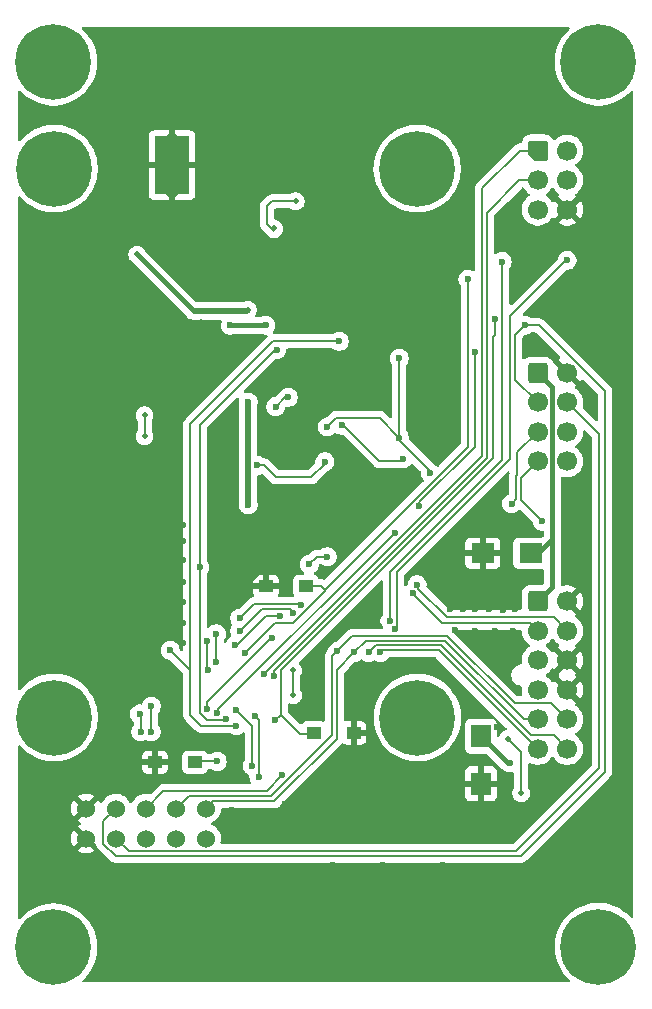
<source format=gbr>
%TF.GenerationSoftware,KiCad,Pcbnew,9.0.0*%
%TF.CreationDate,2026-01-13T21:54:56-06:00*%
%TF.ProjectId,PTN-PumpControlBoard,50544e2d-5075-46d7-9043-6f6e74726f6c,rev?*%
%TF.SameCoordinates,Original*%
%TF.FileFunction,Copper,L2,Bot*%
%TF.FilePolarity,Positive*%
%FSLAX46Y46*%
G04 Gerber Fmt 4.6, Leading zero omitted, Abs format (unit mm)*
G04 Created by KiCad (PCBNEW 9.0.0) date 2026-01-13 21:54:56*
%MOMM*%
%LPD*%
G01*
G04 APERTURE LIST*
G04 Aperture macros list*
%AMRoundRect*
0 Rectangle with rounded corners*
0 $1 Rounding radius*
0 $2 $3 $4 $5 $6 $7 $8 $9 X,Y pos of 4 corners*
0 Add a 4 corners polygon primitive as box body*
4,1,4,$2,$3,$4,$5,$6,$7,$8,$9,$2,$3,0*
0 Add four circle primitives for the rounded corners*
1,1,$1+$1,$2,$3*
1,1,$1+$1,$4,$5*
1,1,$1+$1,$6,$7*
1,1,$1+$1,$8,$9*
0 Add four rect primitives between the rounded corners*
20,1,$1+$1,$2,$3,$4,$5,0*
20,1,$1+$1,$4,$5,$6,$7,0*
20,1,$1+$1,$6,$7,$8,$9,0*
20,1,$1+$1,$8,$9,$2,$3,0*%
%AMFreePoly0*
4,1,22,0.695671,0.830970,0.776777,0.776777,0.830970,0.695671,0.850000,0.600000,0.850000,-0.600000,0.830970,-0.695671,0.776777,-0.776777,0.695671,-0.830970,0.600000,-0.850000,-0.200000,-0.850000,-0.295671,-0.830970,-0.376777,-0.776777,-0.776777,-0.376777,-0.830970,-0.295671,-0.850000,-0.200000,-0.850000,0.600000,-0.830970,0.695671,-0.776777,0.776777,-0.695671,0.830970,-0.600000,0.850000,
0.600000,0.850000,0.695671,0.830970,0.695671,0.830970,$1*%
G04 Aperture macros list end*
%TA.AperFunction,ComponentPad*%
%ADD10C,3.600000*%
%TD*%
%TA.AperFunction,ConnectorPad*%
%ADD11C,6.400000*%
%TD*%
%TA.AperFunction,ComponentPad*%
%ADD12C,1.524000*%
%TD*%
%TA.AperFunction,ComponentPad*%
%ADD13RoundRect,0.250000X-0.600000X-0.600000X0.600000X-0.600000X0.600000X0.600000X-0.600000X0.600000X0*%
%TD*%
%TA.AperFunction,ComponentPad*%
%ADD14C,1.700000*%
%TD*%
%TA.AperFunction,ComponentPad*%
%ADD15FreePoly0,0.000000*%
%TD*%
%TA.AperFunction,ComponentPad*%
%ADD16C,0.600000*%
%TD*%
%TA.AperFunction,SMDPad,CuDef*%
%ADD17R,2.950000X4.900000*%
%TD*%
%TA.AperFunction,SMDPad,CuDef*%
%ADD18R,1.143000X0.990600*%
%TD*%
%TA.AperFunction,SMDPad,CuDef*%
%ADD19R,1.970000X1.670000*%
%TD*%
%TA.AperFunction,SMDPad,CuDef*%
%ADD20R,1.670000X1.970000*%
%TD*%
%TA.AperFunction,ViaPad*%
%ADD21C,0.600000*%
%TD*%
%TA.AperFunction,ViaPad*%
%ADD22C,0.500000*%
%TD*%
%TA.AperFunction,Conductor*%
%ADD23C,0.200000*%
%TD*%
%TA.AperFunction,Conductor*%
%ADD24C,0.400000*%
%TD*%
%TA.AperFunction,Conductor*%
%ADD25C,0.500000*%
%TD*%
%TA.AperFunction,Conductor*%
%ADD26C,0.300000*%
%TD*%
G04 APERTURE END LIST*
D10*
%TO.P,H2,1,1*%
%TO.N,unconnected-(H2-Pad1)_2*%
X116608500Y-131450000D03*
D11*
%TO.N,unconnected-(H2-Pad1)_1*%
X116608500Y-131450000D03*
%TD*%
D10*
%TO.P,H4,1,1*%
%TO.N,unconnected-(H4-Pad1)_2*%
X116600000Y-56500000D03*
D11*
%TO.N,unconnected-(H4-Pad1)*%
X116600000Y-56500000D03*
%TD*%
D12*
%TO.P,J5,1,GND*%
%TO.N,GND*%
X119368500Y-119714000D03*
%TO.P,J5,2,GND*%
X119368500Y-122254000D03*
%TO.P,J5,3,CH7*%
%TO.N,/PUMP_TACH*%
X121908500Y-119714000D03*
%TO.P,J5,4,CH6*%
%TO.N,/PUMP_PWM*%
X121908500Y-122254000D03*
%TO.P,J5,5,CH5*%
%TO.N,/FLOW1*%
X124448500Y-119714000D03*
%TO.P,J5,6,CH4*%
%TO.N,/FAN_SCL*%
X124448500Y-122254000D03*
%TO.P,J5,7,CH3*%
%TO.N,/FAN1_PWM*%
X126988500Y-119714000D03*
%TO.P,J5,8,CH2*%
%TO.N,/FAN_SDA*%
X126988500Y-122254000D03*
%TO.P,J5,9,CH1*%
%TO.N,/FAN1_TACH*%
X129528500Y-119714000D03*
%TO.P,J5,10,CH0*%
%TO.N,unconnected-(J5-CH0-Pad10)*%
X129528500Y-122254000D03*
%TD*%
D10*
%TO.P,J4,25,MNT*%
%TO.N,unconnected-(J4-MNT-Pad25)_2*%
X147418500Y-112014000D03*
D11*
%TO.N,unconnected-(J4-MNT-Pad25)*%
X147418500Y-112014000D03*
D10*
%TO.P,J4,26,MNT*%
%TO.N,unconnected-(J4-MNT-Pad26)_2*%
X116668500Y-112014000D03*
D11*
%TO.N,unconnected-(J4-MNT-Pad26)*%
X116668500Y-112014000D03*
D10*
%TO.P,J4,27,MNT*%
%TO.N,unconnected-(J4-MNT-Pad27)*%
X116668500Y-65544000D03*
D11*
%TO.N,unconnected-(J4-MNT-Pad27)_1*%
X116668500Y-65544000D03*
D10*
%TO.P,J4,28,MNT*%
%TO.N,unconnected-(J4-MNT-Pad28)*%
X147408500Y-65544000D03*
D11*
%TO.N,unconnected-(J4-MNT-Pad28)_2*%
X147408500Y-65544000D03*
%TD*%
D13*
%TO.P,J3,1,Pin_1*%
%TO.N,+12V*%
X157608500Y-102164000D03*
D14*
%TO.P,J3,2,Pin_2*%
%TO.N,/FLOW1_SIG*%
X157608500Y-104664000D03*
%TO.P,J3,3,Pin_3*%
%TO.N,+12V*%
X157608500Y-107164000D03*
%TO.P,J3,4,Pin_4*%
%TO.N,+24V*%
X157608500Y-109664000D03*
%TO.P,J3,5,Pin_5*%
%TO.N,/FAN1_TACH*%
X157608500Y-112164000D03*
%TO.P,J3,6,Pin_6*%
%TO.N,/FAN2_TACH*%
X157608500Y-114664000D03*
%TO.P,J3,7,Pin_7*%
%TO.N,GND*%
X160108500Y-102164000D03*
%TO.P,J3,8,Pin_8*%
%TO.N,/FLOW2_SIG*%
X160108500Y-104664000D03*
%TO.P,J3,9,Pin_9*%
%TO.N,GND*%
X160108500Y-107164000D03*
%TO.P,J3,10,Pin_10*%
X160108500Y-109664000D03*
%TO.P,J3,11,Pin_11*%
%TO.N,/FAN1_PWM*%
X160108500Y-112164000D03*
%TO.P,J3,12,Pin_12*%
%TO.N,/FAN2_PWM*%
X160108500Y-114664000D03*
%TD*%
D13*
%TO.P,J2,1,Pin_1*%
%TO.N,+12V*%
X157608500Y-82814000D03*
D14*
%TO.P,J2,2,Pin_2*%
%TO.N,/PUMP_TACH*%
X157608500Y-85314000D03*
%TO.P,J2,3,Pin_3*%
%TO.N,/TEMP_IN1*%
X157608500Y-87814000D03*
%TO.P,J2,4,Pin_4*%
%TO.N,/TEMP_IN2*%
X157608500Y-90314000D03*
%TO.P,J2,5,Pin_5*%
%TO.N,GND*%
X160108500Y-82814000D03*
%TO.P,J2,6,Pin_6*%
%TO.N,/PUMP_PWM*%
X160108500Y-85314000D03*
%TO.P,J2,7,Pin_7*%
%TO.N,AGND*%
X160108500Y-87814000D03*
%TO.P,J2,8,Pin_8*%
X160108500Y-90314000D03*
%TD*%
D10*
%TO.P,H3,1,1*%
%TO.N,unconnected-(H3-Pad1)_2*%
X162750000Y-56500000D03*
D11*
%TO.N,unconnected-(H3-Pad1)_1*%
X162750000Y-56500000D03*
%TD*%
D14*
%TO.P,J1,1,Pin_1*%
%TO.N,/24V_IN*%
X157608500Y-69000000D03*
%TO.P,J1,2,Pin_2*%
%TO.N,/CAN_H*%
X157608500Y-66500000D03*
D15*
%TO.P,J1,3,Pin_3*%
%TO.N,/CAN_L*%
X157608500Y-64000000D03*
D14*
%TO.P,J1,4,Pin_4*%
%TO.N,GND*%
X160108500Y-69000000D03*
%TO.P,J1,5,Pin_5*%
%TO.N,/CAN_H*%
X160108500Y-66500000D03*
%TO.P,J1,6,Pin_6*%
%TO.N,/CAN_L*%
X160108500Y-64000000D03*
%TD*%
D10*
%TO.P,H1,1,1*%
%TO.N,unconnected-(H1-Pad1)*%
X162750000Y-131414000D03*
D11*
%TO.N,unconnected-(H1-Pad1)_2*%
X162750000Y-131414000D03*
%TD*%
D16*
%TO.P,U3,9,GND*%
%TO.N,GND*%
X126006750Y-63300000D03*
X126006750Y-64600000D03*
X126006750Y-65900000D03*
X126006750Y-67200000D03*
D17*
X126656750Y-65250000D03*
D16*
X127306750Y-63300000D03*
X127306750Y-64600000D03*
X127306750Y-65900000D03*
X127306750Y-67200000D03*
%TD*%
D18*
%TO.P,D1,1,A1*%
%TO.N,GND*%
X134610900Y-100900000D03*
%TO.P,D1,2,A2*%
%TO.N,/PWM_PSOM*%
X137989100Y-100900000D03*
%TD*%
%TO.P,D4,1,A1*%
%TO.N,GND*%
X125210900Y-115800000D03*
%TO.P,D4,2,A2*%
%TO.N,/FLOW2*%
X128589100Y-115800000D03*
%TD*%
%TO.P,D2,1,A1*%
%TO.N,GND*%
X142039100Y-113300000D03*
%TO.P,D2,2,A2*%
%TO.N,/TACH_PSOM*%
X138660900Y-113300000D03*
%TD*%
D19*
%TO.P,D14,1,K*%
%TO.N,+12V*%
X157025000Y-98100000D03*
%TO.P,D14,2,A*%
%TO.N,GND*%
X152975000Y-98100000D03*
%TD*%
D20*
%TO.P,D13,1,K*%
%TO.N,+24V*%
X152800000Y-113575000D03*
%TO.P,D13,2,A*%
%TO.N,GND*%
X152800000Y-117625000D03*
%TD*%
D21*
%TO.N,+3.3V*%
X135100000Y-105250000D03*
X129607500Y-111300000D03*
X147574265Y-94074265D03*
X152300000Y-81100000D03*
%TO.N,GND*%
X151900000Y-95000000D03*
D22*
X130100000Y-78600000D03*
D21*
X131200000Y-95200000D03*
X118300000Y-96200000D03*
X120500000Y-93000000D03*
X152800000Y-94000000D03*
X124000000Y-93100000D03*
X154000000Y-104700000D03*
X118200000Y-77100000D03*
X154700000Y-92300000D03*
D22*
X133400000Y-65000000D03*
X117528500Y-89100000D03*
D21*
X154700000Y-107700000D03*
D22*
X124100000Y-55700000D03*
D21*
X157600000Y-130300000D03*
D22*
X134300000Y-71200000D03*
D21*
X150600000Y-104600000D03*
X117000000Y-102600000D03*
X120800000Y-102400000D03*
X115500000Y-75600000D03*
X119100000Y-74700000D03*
X114800000Y-71600000D03*
X115100000Y-96100000D03*
X165200000Y-109100000D03*
D22*
X135800000Y-65800000D03*
D21*
X131200000Y-103500000D03*
X153300000Y-111900000D03*
X148800000Y-117800000D03*
X140100000Y-116500000D03*
X163800000Y-120500000D03*
X142100000Y-58100000D03*
X149700000Y-108100000D03*
X125900000Y-90137000D03*
X131150000Y-129750000D03*
D22*
X124100000Y-59100000D03*
D21*
X165100000Y-91100000D03*
X127600000Y-104000000D03*
X154200000Y-112800000D03*
X144600000Y-68821000D03*
X114800000Y-91400000D03*
X155500000Y-106400000D03*
X150500000Y-109000000D03*
X165100000Y-114500000D03*
X147100000Y-56600000D03*
X142300000Y-54600000D03*
X137200000Y-63100000D03*
X131200000Y-98600000D03*
D22*
X120700000Y-72800000D03*
D21*
X116900000Y-70400000D03*
D22*
X133300000Y-63700000D03*
D21*
X115500000Y-88100000D03*
X115200000Y-100600000D03*
X163700000Y-126000000D03*
X154700000Y-102900000D03*
D22*
X120700000Y-68700000D03*
D21*
X131700000Y-120600000D03*
X152100000Y-59900000D03*
X126000000Y-77400000D03*
X116600000Y-92900000D03*
X144500000Y-124500000D03*
X115200000Y-105200000D03*
D22*
X151000000Y-97500000D03*
D21*
X136200000Y-122400000D03*
D22*
X129100000Y-78500000D03*
D21*
X151600000Y-67800000D03*
D22*
X124100000Y-57500000D03*
X122000000Y-73100000D03*
D21*
X127600000Y-97100000D03*
D22*
X144207907Y-115492093D03*
D21*
X151800000Y-70600000D03*
X136200000Y-121300000D03*
X119000000Y-100500000D03*
D22*
X133500000Y-71000000D03*
D21*
X158400000Y-59500000D03*
X119100000Y-61200000D03*
X123600000Y-75500000D03*
D22*
X134500000Y-65800000D03*
D21*
X127600000Y-102200000D03*
X131200000Y-96900000D03*
X127600000Y-98700000D03*
D22*
X138157701Y-108200000D03*
X132800000Y-70400000D03*
D21*
X121900000Y-96100000D03*
D22*
X120200000Y-70000000D03*
D21*
X142000000Y-119400000D03*
D22*
X131100000Y-70000000D03*
D21*
X131700000Y-122500000D03*
X116400000Y-98300000D03*
X121000000Y-76300000D03*
X151500000Y-63600000D03*
X160000000Y-125400000D03*
X127600000Y-100500000D03*
X122400000Y-61200000D03*
X150200000Y-102800000D03*
X152300000Y-104700000D03*
X125300000Y-96100000D03*
X116800000Y-73300000D03*
X131700000Y-121500000D03*
X127600000Y-95700000D03*
X147800000Y-107300000D03*
X131200000Y-100300000D03*
X155100000Y-125900000D03*
X151300000Y-102800000D03*
X142200000Y-117000000D03*
X154100000Y-106500000D03*
X153500000Y-102800000D03*
X140300000Y-124500000D03*
X131700000Y-119800000D03*
X155500000Y-104700000D03*
X165100000Y-70500000D03*
X136200000Y-119300000D03*
X149500000Y-75700000D03*
X126700000Y-93100000D03*
X114900000Y-78300000D03*
X151300000Y-109900000D03*
X155700000Y-102800000D03*
X152300000Y-102800000D03*
X153700000Y-93200000D03*
X152200000Y-110800000D03*
X164400000Y-61400000D03*
X146600000Y-107300000D03*
X121500000Y-64000000D03*
X127162014Y-85049014D03*
D22*
X123956750Y-61700000D03*
D21*
X165100000Y-102600000D03*
X144000000Y-63000000D03*
X139400000Y-54600000D03*
X140700000Y-63000000D03*
X119500000Y-105200000D03*
D22*
X133100000Y-65900000D03*
X121800000Y-68500000D03*
D21*
X136200000Y-120300000D03*
D22*
X133700000Y-66400000D03*
D21*
X158300000Y-127800000D03*
X131200000Y-102000000D03*
X149600000Y-124500000D03*
X127600000Y-105700000D03*
X165100000Y-65500000D03*
X165100000Y-98600000D03*
X141700000Y-121900000D03*
X142408500Y-103514000D03*
X117400000Y-86000000D03*
X153600000Y-122000000D03*
X148900000Y-107400000D03*
X149400000Y-72400000D03*
X152800000Y-106400000D03*
X165100000Y-79200000D03*
D22*
X132000000Y-69900000D03*
X120200000Y-71400000D03*
D21*
X164900000Y-83300000D03*
X147300000Y-92200000D03*
X120500000Y-98300000D03*
X135300000Y-60900000D03*
D22*
X140000000Y-95600000D03*
D21*
%TO.N,AGND*%
X148500000Y-91300000D03*
X130408500Y-104914000D03*
X145900000Y-88300000D03*
X139795000Y-87405000D03*
X130408500Y-107314000D03*
X145900000Y-81600000D03*
%TO.N,+24V*%
X133100000Y-85300000D03*
D22*
X123700000Y-72800000D03*
D21*
X133100000Y-94000000D03*
X155250000Y-115850000D03*
D22*
X133056500Y-77500000D03*
D21*
%TO.N,/CAN_L*%
X134408500Y-108314000D03*
%TO.N,/~{SMBALERT}*%
X132000000Y-105900000D03*
X135800000Y-103414997D03*
%TO.N,/FAN1_TACH*%
X142083499Y-106500000D03*
%TO.N,/CAN_H*%
X135248500Y-108514000D03*
%TO.N,/FAN2_TACH*%
X144283499Y-106500000D03*
%TO.N,/FAN1_PWM*%
X140611250Y-106411250D03*
%TO.N,/FAN2_PWM*%
X143300000Y-106500000D03*
%TO.N,/FAN_SCL*%
X124000000Y-113200000D03*
X123900000Y-111700000D03*
X136917266Y-103131263D03*
X132381058Y-104689972D03*
%TO.N,/FAN_SDA*%
X137567266Y-102481263D03*
X132384235Y-103589735D03*
X124900000Y-113200000D03*
X124900000Y-111065000D03*
%TO.N,VDDA*%
X129608500Y-105514000D03*
X139597500Y-90356000D03*
X133875000Y-90667000D03*
X129659765Y-108011265D03*
%TO.N,/TEMP1*%
X131248497Y-112100000D03*
X129007500Y-99300000D03*
X135508500Y-80856000D03*
%TO.N,/TEMP2*%
X140808500Y-80156000D03*
X132100000Y-112700000D03*
X126500000Y-106300000D03*
D22*
%TO.N,+12V*%
X156200000Y-118400000D03*
D21*
X131600000Y-78800000D03*
X134600000Y-78800000D03*
D22*
X155100000Y-113800000D03*
D21*
%TO.N,/PUMP_TACH*%
X156500000Y-78800000D03*
%TO.N,/FLOW1*%
X138266735Y-99033265D03*
D22*
X136900000Y-110100000D03*
X136900000Y-108000000D03*
D21*
X139800000Y-98400000D03*
X135975735Y-116875735D03*
%TO.N,/FLOW2*%
X130474265Y-115725735D03*
X145500000Y-96348500D03*
X130448500Y-111600000D03*
%TO.N,/FAN_CHIP*%
X132048500Y-111348500D03*
X133448500Y-116100000D03*
%TO.N,/FLOW_LED*%
X133700000Y-111900000D03*
X134000000Y-117000000D03*
D22*
%TO.N,Net-(IC1-GATE)*%
X135300000Y-70597000D03*
X137121000Y-68300000D03*
%TO.N,Net-(IC2-GATE)*%
X124328500Y-88200000D03*
X124328500Y-86400000D03*
D21*
%TO.N,/FLOW1_SIG*%
X147022874Y-101463799D03*
%TO.N,/FLOW2_SIG*%
X147400000Y-100758266D03*
%TO.N,/TACH_PSOM*%
X135400000Y-112200000D03*
X154020257Y-78244363D03*
%TO.N,/PWM_PSOM*%
X151699000Y-74901000D03*
X132848500Y-106548500D03*
%TO.N,/Fans+Pump/PUMP_PWM_CHIP*%
X145500000Y-104497000D03*
X160100000Y-73300000D03*
%TO.N,/Fans+Pump/PUMP_TACH_CHIP*%
X154600000Y-73400000D03*
X145100000Y-103800000D03*
%TO.N,Net-(U2A--)*%
X135421235Y-85678765D03*
X136500000Y-84900000D03*
%TO.N,/TEMP_IN1*%
X155400000Y-93900000D03*
X141008500Y-87250000D03*
X146200000Y-90100000D03*
%TO.N,/TEMP_IN2*%
X158000000Y-95400000D03*
%TD*%
D23*
%TO.N,+3.3V*%
X129600000Y-111300000D02*
X129607500Y-111300000D01*
X147574265Y-93792835D02*
X152300000Y-89067100D01*
X135100000Y-105250000D02*
X135050000Y-105250000D01*
X147574265Y-94074265D02*
X147574265Y-93792835D01*
X129600000Y-110700000D02*
X129600000Y-111300000D01*
X152300000Y-89067100D02*
X152300000Y-81100000D01*
X135050000Y-105250000D02*
X129600000Y-110700000D01*
%TO.N,GND*%
X138250000Y-95600000D02*
X133050000Y-100800000D01*
X140000000Y-95600000D02*
X138250000Y-95600000D01*
X151000000Y-97500000D02*
X151600000Y-98100000D01*
X138157701Y-107764799D02*
X138157701Y-108200000D01*
X127162014Y-85049014D02*
X125900000Y-86311028D01*
X151600000Y-98100000D02*
X152975000Y-98100000D01*
X142408500Y-103514000D02*
X138157701Y-107764799D01*
X125900000Y-86311028D02*
X125900000Y-90137000D01*
%TO.N,AGND*%
X140551000Y-86649000D02*
X144249000Y-86649000D01*
X130408500Y-107314000D02*
X130408500Y-104914000D01*
X144249000Y-86649000D02*
X145900000Y-88300000D01*
X148500000Y-91300000D02*
X148500000Y-91100000D01*
X145900000Y-88500000D02*
X145900000Y-88300000D01*
X145900000Y-81600000D02*
X145900000Y-88300000D01*
X139795000Y-87405000D02*
X140551000Y-86649000D01*
X148500000Y-91100000D02*
X145900000Y-88500000D01*
D24*
%TO.N,+24V*%
X128476000Y-77576000D02*
X123700000Y-72800000D01*
X155250000Y-115850000D02*
X155075000Y-115850000D01*
D25*
X132980500Y-77576000D02*
X133056500Y-77500000D01*
D24*
X155075000Y-115850000D02*
X152800000Y-113575000D01*
D25*
X128476000Y-77576000D02*
X132980500Y-77576000D01*
X133100000Y-94000000D02*
X133100000Y-85300000D01*
D23*
%TO.N,/CAN_L*%
X134408500Y-108314000D02*
X152900000Y-89822500D01*
X152900000Y-89822500D02*
X152900000Y-67202872D01*
X156102872Y-64000000D02*
X157608500Y-64000000D01*
X152900000Y-67202872D02*
X156102872Y-64000000D01*
%TO.N,/~{SMBALERT}*%
X132200000Y-105800000D02*
X132100000Y-105800000D01*
X134585003Y-103414997D02*
X132200000Y-105800000D01*
X132100000Y-105800000D02*
X132000000Y-105900000D01*
X135800000Y-103414997D02*
X134585003Y-103414997D01*
%TO.N,/FAN1_TACH*%
X140600000Y-107983499D02*
X142083499Y-106500000D01*
X156464000Y-112164000D02*
X149798000Y-105498000D01*
X142083499Y-106500000D02*
X143085498Y-105498000D01*
X140600000Y-113800000D02*
X140600000Y-107983499D01*
X135300000Y-119100000D02*
X140600000Y-113800000D01*
X130142500Y-119100000D02*
X135300000Y-119100000D01*
X157608500Y-112164000D02*
X156464000Y-112164000D01*
X149798000Y-105498000D02*
X143085498Y-105498000D01*
X129528500Y-119714000D02*
X130142500Y-119100000D01*
%TO.N,/CAN_H*%
X153300000Y-87602000D02*
X153300000Y-90000000D01*
X157608500Y-66500000D02*
X156050000Y-66500000D01*
X135248500Y-108051500D02*
X135248500Y-108514000D01*
X153301000Y-87601000D02*
X153300000Y-87602000D01*
X153300000Y-90000000D02*
X135248500Y-108051500D01*
X153301000Y-69249000D02*
X153301000Y-87601000D01*
X156050000Y-66500000D02*
X153301000Y-69249000D01*
%TO.N,/FAN2_TACH*%
X144483499Y-106300000D02*
X144283499Y-106500000D01*
X149244500Y-106300000D02*
X144483499Y-106300000D01*
X149244500Y-106300000D02*
X157608500Y-114664000D01*
%TO.N,/PUMP_PWM*%
X162800000Y-88005500D02*
X160108500Y-85314000D01*
X155783000Y-123317000D02*
X162800000Y-116300000D01*
X122971500Y-123317000D02*
X155783000Y-123317000D01*
X162800000Y-116300000D02*
X162800000Y-88005500D01*
X121908500Y-122254000D02*
X122971500Y-123317000D01*
%TO.N,/FAN1_PWM*%
X128051500Y-118651000D02*
X135049000Y-118651000D01*
X155682100Y-110815000D02*
X149964100Y-105097000D01*
X140199000Y-113501000D02*
X140199000Y-106823500D01*
X140199000Y-106823500D02*
X140611250Y-106411250D01*
X140611250Y-106411250D02*
X141925500Y-105097000D01*
X126988500Y-119714000D02*
X128051500Y-118651000D01*
X149964100Y-105097000D02*
X141925500Y-105097000D01*
X158759500Y-110815000D02*
X155682100Y-110815000D01*
X135049000Y-118651000D02*
X140199000Y-113501000D01*
X160108500Y-112164000D02*
X158759500Y-110815000D01*
%TO.N,/FAN2_PWM*%
X160108500Y-114664000D02*
X158957500Y-113513000D01*
X149410600Y-105899000D02*
X143901000Y-105899000D01*
X157024600Y-113513000D02*
X149410600Y-105899000D01*
X143300000Y-106500000D02*
X143901000Y-105899000D01*
X158957500Y-113513000D02*
X157024600Y-113513000D01*
%TO.N,/FAN_SCL*%
X136917266Y-103131263D02*
X136601000Y-102814997D01*
X124000000Y-113200000D02*
X124000000Y-111800000D01*
X134256033Y-102814997D02*
X132381058Y-104689972D01*
X124000000Y-111800000D02*
X123900000Y-111700000D01*
X136601000Y-102814997D02*
X134256033Y-102814997D01*
%TO.N,/FAN_SDA*%
X137567266Y-102481263D02*
X137500000Y-102413997D01*
X137500000Y-102413997D02*
X133559973Y-102413997D01*
X133559973Y-102413997D02*
X132384235Y-103589735D01*
X124900000Y-113200000D02*
X124900000Y-111065000D01*
%TO.N,VDDA*%
X138441500Y-91656000D02*
X139597500Y-90500000D01*
X133875000Y-90667000D02*
X133886000Y-90656000D01*
X135453500Y-91656000D02*
X138441500Y-91656000D01*
X129648500Y-108000000D02*
X129648500Y-105554000D01*
X139597500Y-90500000D02*
X139597500Y-90356000D01*
X129648500Y-105554000D02*
X129608500Y-105514000D01*
X134453500Y-90656000D02*
X135453500Y-91656000D01*
X133886000Y-90656000D02*
X134453500Y-90656000D01*
X129659765Y-108011265D02*
X129648500Y-108000000D01*
%TO.N,/TEMP1*%
X131148497Y-112200000D02*
X131248497Y-112100000D01*
X129007500Y-99300000D02*
X129007500Y-111607500D01*
X129007500Y-99300000D02*
X129007500Y-87215000D01*
X129007500Y-87215000D02*
X135508500Y-80714000D01*
X129007500Y-111607500D02*
X129600000Y-112200000D01*
X129600000Y-112200000D02*
X131148497Y-112200000D01*
%TO.N,/TEMP2*%
X135216558Y-80156000D02*
X140808500Y-80156000D01*
X128200000Y-87172557D02*
X135216558Y-80156000D01*
X128200000Y-111700000D02*
X128200000Y-87172557D01*
X129100000Y-112700000D02*
X128200000Y-111800000D01*
X128200000Y-111800000D02*
X128200000Y-111700000D01*
X132100000Y-112700000D02*
X129100000Y-112700000D01*
X128200000Y-111700000D02*
X128200000Y-108000000D01*
X128200000Y-108000000D02*
X126500000Y-106300000D01*
%TO.N,+12V*%
X156200000Y-118400000D02*
X156200000Y-114900000D01*
D24*
X157608500Y-82814000D02*
X158858500Y-84064000D01*
D23*
X156200000Y-114900000D02*
X155100000Y-113800000D01*
D24*
X134600000Y-78800000D02*
X131600000Y-78800000D01*
X158858500Y-100914000D02*
X157608500Y-102164000D01*
X157658500Y-98100000D02*
X158858500Y-96900000D01*
X157025000Y-98100000D02*
X157658500Y-98100000D01*
X158858500Y-96900000D02*
X158858500Y-100914000D01*
D26*
X158809500Y-100963000D02*
X157608500Y-102164000D01*
D24*
X158858500Y-84064000D02*
X158858500Y-96900000D01*
D23*
%TO.N,/PUMP_TACH*%
X120845500Y-122694310D02*
X120845500Y-120777000D01*
X120845500Y-120777000D02*
X121908500Y-119714000D01*
X155700000Y-79600000D02*
X155700000Y-83405500D01*
X163300000Y-116600000D02*
X156182000Y-123718000D01*
X163300000Y-84377740D02*
X163300000Y-116600000D01*
X156500000Y-78800000D02*
X155700000Y-79600000D01*
X155700000Y-83405500D02*
X157608500Y-85314000D01*
X157722260Y-78800000D02*
X163300000Y-84377740D01*
X121869190Y-123718000D02*
X120845500Y-122694310D01*
X156182000Y-123718000D02*
X121869190Y-123718000D01*
X156500000Y-78800000D02*
X157722260Y-78800000D01*
%TO.N,/FLOW1*%
X136900000Y-110100000D02*
X136900000Y-108000000D01*
X125912500Y-118250000D02*
X134650000Y-118250000D01*
X139800000Y-98400000D02*
X138900000Y-98400000D01*
X136000000Y-116900000D02*
X135975735Y-116875735D01*
X134650000Y-118250000D02*
X136000000Y-116900000D01*
X138900000Y-98400000D02*
X138266735Y-99033265D01*
X124448500Y-119714000D02*
X125912500Y-118250000D01*
%TO.N,/FLOW2*%
X130448500Y-111600000D02*
X130448500Y-111400000D01*
X128663365Y-115725735D02*
X128589100Y-115800000D01*
X130474265Y-115725735D02*
X128663365Y-115725735D01*
X130448500Y-111400000D02*
X145500000Y-96348500D01*
%TO.N,/FAN_CHIP*%
X133448500Y-112748500D02*
X133448500Y-116100000D01*
X132048500Y-111348500D02*
X133448500Y-112748500D01*
%TO.N,/FLOW_LED*%
X134000000Y-117000000D02*
X134049500Y-116950500D01*
X134049500Y-112249500D02*
X133700000Y-111900000D01*
X134049500Y-116950500D02*
X134049500Y-112249500D01*
%TO.N,Net-(IC1-GATE)*%
X135121000Y-68300000D02*
X137121000Y-68300000D01*
X134700000Y-70221000D02*
X134700000Y-68721000D01*
X134700000Y-68721000D02*
X135121000Y-68300000D01*
X135300000Y-70821000D02*
X134700000Y-70221000D01*
%TO.N,Net-(IC2-GATE)*%
X124328500Y-86400000D02*
X124328500Y-88200000D01*
%TO.N,/FLOW1_SIG*%
X147022874Y-101522874D02*
X149500000Y-104000000D01*
X147022874Y-101463799D02*
X147022874Y-101522874D01*
X156944500Y-104000000D02*
X157608500Y-104664000D01*
X149500000Y-104000000D02*
X156944500Y-104000000D01*
%TO.N,/FLOW2_SIG*%
X147400000Y-100758266D02*
X147500000Y-100858266D01*
X147500000Y-100858266D02*
X147500000Y-101100000D01*
X147500000Y-101100000D02*
X149913000Y-103513000D01*
X158957500Y-103513000D02*
X160108500Y-104664000D01*
X149913000Y-103513000D02*
X158957500Y-103513000D01*
%TO.N,/TACH_PSOM*%
X154020257Y-79580743D02*
X153800000Y-79801000D01*
X153800000Y-79801000D02*
X153800000Y-90067100D01*
X138560900Y-113400000D02*
X138660900Y-113300000D01*
X154020257Y-78244363D02*
X154020257Y-79580743D01*
X135849500Y-111750500D02*
X137499000Y-113400000D01*
X135849500Y-108017600D02*
X135849500Y-111750500D01*
X135849500Y-111750500D02*
X135400000Y-112200000D01*
X137499000Y-113400000D02*
X138560900Y-113400000D01*
X153800000Y-90067100D02*
X135849500Y-108017600D01*
%TO.N,/PWM_PSOM*%
X151699000Y-89101000D02*
X151699000Y-74901000D01*
X139600000Y-101200000D02*
X151699000Y-89101000D01*
X139600000Y-101200000D02*
X139300000Y-100900000D01*
X139300000Y-100900000D02*
X137989100Y-100900000D01*
X139600000Y-101200000D02*
X139600000Y-101298472D01*
X139600000Y-101298472D02*
X136882475Y-104015997D01*
X136882475Y-104015997D02*
X135381003Y-104015997D01*
X135381003Y-104015997D02*
X132848500Y-106548500D01*
%TO.N,/Fans+Pump/PUMP_PWM_CHIP*%
X155267500Y-90112382D02*
X155267500Y-78032500D01*
X160100000Y-73200000D02*
X160100000Y-73300000D01*
X145701000Y-99678882D02*
X155267500Y-90112382D01*
X145701000Y-104296000D02*
X145701000Y-99678882D01*
X145500000Y-104497000D02*
X145701000Y-104296000D01*
X155267500Y-78032500D02*
X160100000Y-73200000D01*
%TO.N,/Fans+Pump/PUMP_TACH_CHIP*%
X154600000Y-90212782D02*
X145100000Y-99712782D01*
X154621257Y-78493306D02*
X154600000Y-78514563D01*
X154600000Y-77974163D02*
X154621257Y-77995420D01*
X154600000Y-78514563D02*
X154600000Y-90212782D01*
X154621257Y-77995420D02*
X154621257Y-78493306D01*
X154600000Y-73400000D02*
X154600000Y-77974163D01*
X145100000Y-99712782D02*
X145100000Y-103800000D01*
%TO.N,Net-(U2A--)*%
X136200000Y-84900000D02*
X136500000Y-84900000D01*
X135421235Y-85678765D02*
X136200000Y-84900000D01*
%TO.N,/TEMP_IN1*%
X155900000Y-91455400D02*
X155900000Y-89522500D01*
X155400000Y-93900000D02*
X155799000Y-93501000D01*
X146000000Y-90300000D02*
X144200000Y-90300000D01*
X141150000Y-87250000D02*
X141008500Y-87250000D01*
X155900000Y-89522500D02*
X157608500Y-87814000D01*
X155799000Y-93501000D02*
X155799000Y-91556400D01*
X144200000Y-90300000D02*
X141150000Y-87250000D01*
X146200000Y-90100000D02*
X146000000Y-90300000D01*
X155799000Y-91556400D02*
X155900000Y-91455400D01*
%TO.N,/TEMP_IN2*%
X156200000Y-93600000D02*
X156200000Y-91722500D01*
X156200000Y-91722500D02*
X157608500Y-90314000D01*
X158000000Y-95400000D02*
X156200000Y-93600000D01*
%TD*%
%TA.AperFunction,Conductor*%
%TO.N,GND*%
G36*
X161664203Y-87719384D02*
G01*
X161670681Y-87725416D01*
X162163181Y-88217916D01*
X162196666Y-88279239D01*
X162199500Y-88305597D01*
X162199500Y-115999902D01*
X162179815Y-116066941D01*
X162163181Y-116087583D01*
X155570584Y-122680181D01*
X155509261Y-122713666D01*
X155482903Y-122716500D01*
X130876367Y-122716500D01*
X130809328Y-122696815D01*
X130763573Y-122644011D01*
X130753629Y-122574853D01*
X130758437Y-122554179D01*
X130759913Y-122549636D01*
X130791000Y-122353360D01*
X130791000Y-122154639D01*
X130759931Y-121958479D01*
X130759913Y-121958364D01*
X130698505Y-121769368D01*
X130698505Y-121769367D01*
X130608286Y-121592305D01*
X130581388Y-121555283D01*
X130491481Y-121431536D01*
X130350964Y-121291019D01*
X130190194Y-121174213D01*
X130033718Y-121094484D01*
X129982923Y-121046510D01*
X129966128Y-120978689D01*
X129988665Y-120912554D01*
X130033718Y-120873515D01*
X130190194Y-120793787D01*
X130350964Y-120676981D01*
X130491481Y-120536464D01*
X130608287Y-120375694D01*
X130698505Y-120198632D01*
X130759913Y-120009636D01*
X130791000Y-119813361D01*
X130791000Y-119813359D01*
X130791762Y-119808549D01*
X130793176Y-119808773D01*
X130815766Y-119749491D01*
X130871994Y-119708015D01*
X130914506Y-119700500D01*
X135213331Y-119700500D01*
X135213347Y-119700501D01*
X135220943Y-119700501D01*
X135379054Y-119700501D01*
X135379057Y-119700501D01*
X135531785Y-119659577D01*
X135609564Y-119614671D01*
X135668716Y-119580520D01*
X135780520Y-119468716D01*
X135780520Y-119468714D01*
X135790724Y-119458511D01*
X135790728Y-119458506D01*
X136591390Y-118657844D01*
X151465000Y-118657844D01*
X151471401Y-118717372D01*
X151471403Y-118717379D01*
X151521645Y-118852086D01*
X151521649Y-118852093D01*
X151607809Y-118967187D01*
X151607812Y-118967190D01*
X151722906Y-119053350D01*
X151722913Y-119053354D01*
X151857620Y-119103596D01*
X151857627Y-119103598D01*
X151917155Y-119109999D01*
X151917172Y-119110000D01*
X152550000Y-119110000D01*
X153050000Y-119110000D01*
X153682828Y-119110000D01*
X153682844Y-119109999D01*
X153742372Y-119103598D01*
X153742379Y-119103596D01*
X153877086Y-119053354D01*
X153877093Y-119053350D01*
X153992187Y-118967190D01*
X153992190Y-118967187D01*
X154078350Y-118852093D01*
X154078354Y-118852086D01*
X154128596Y-118717379D01*
X154128598Y-118717372D01*
X154134999Y-118657844D01*
X154135000Y-118657827D01*
X154135000Y-117875000D01*
X153050000Y-117875000D01*
X153050000Y-119110000D01*
X152550000Y-119110000D01*
X152550000Y-117875000D01*
X151465000Y-117875000D01*
X151465000Y-118657844D01*
X136591390Y-118657844D01*
X138657079Y-116592155D01*
X151465000Y-116592155D01*
X151465000Y-117375000D01*
X152550000Y-117375000D01*
X153050000Y-117375000D01*
X154135000Y-117375000D01*
X154135000Y-116592172D01*
X154134999Y-116592155D01*
X154128598Y-116532627D01*
X154128596Y-116532620D01*
X154078354Y-116397913D01*
X154078350Y-116397906D01*
X153992190Y-116282812D01*
X153992187Y-116282809D01*
X153877093Y-116196649D01*
X153877086Y-116196645D01*
X153742379Y-116146403D01*
X153742372Y-116146401D01*
X153682844Y-116140000D01*
X153050000Y-116140000D01*
X153050000Y-117375000D01*
X152550000Y-117375000D01*
X152550000Y-116140000D01*
X151917155Y-116140000D01*
X151857627Y-116146401D01*
X151857620Y-116146403D01*
X151722913Y-116196645D01*
X151722906Y-116196649D01*
X151607812Y-116282809D01*
X151607809Y-116282812D01*
X151521649Y-116397906D01*
X151521645Y-116397913D01*
X151471403Y-116532620D01*
X151471401Y-116532627D01*
X151465000Y-116592155D01*
X138657079Y-116592155D01*
X140968713Y-114280521D01*
X140968716Y-114280520D01*
X141026622Y-114222614D01*
X141078816Y-114194115D01*
X141087943Y-114189131D01*
X141087944Y-114189131D01*
X141087946Y-114189130D01*
X141128806Y-114192053D01*
X141157635Y-114194115D01*
X141188613Y-114211031D01*
X141225510Y-114238652D01*
X141225513Y-114238654D01*
X141360220Y-114288896D01*
X141360227Y-114288898D01*
X141419755Y-114295299D01*
X141419772Y-114295300D01*
X141789100Y-114295300D01*
X142289100Y-114295300D01*
X142658428Y-114295300D01*
X142658444Y-114295299D01*
X142717972Y-114288898D01*
X142717979Y-114288896D01*
X142852686Y-114238654D01*
X142852693Y-114238650D01*
X142967787Y-114152490D01*
X142967790Y-114152487D01*
X143053950Y-114037393D01*
X143053954Y-114037386D01*
X143104196Y-113902679D01*
X143104198Y-113902672D01*
X143110599Y-113843144D01*
X143110600Y-113843127D01*
X143110600Y-113550000D01*
X142289100Y-113550000D01*
X142289100Y-114295300D01*
X141789100Y-114295300D01*
X141789100Y-113050000D01*
X142289100Y-113050000D01*
X143110600Y-113050000D01*
X143110600Y-112756872D01*
X143110599Y-112756855D01*
X143104198Y-112697327D01*
X143104196Y-112697320D01*
X143053954Y-112562613D01*
X143053950Y-112562606D01*
X142967790Y-112447512D01*
X142967787Y-112447509D01*
X142852693Y-112361349D01*
X142852686Y-112361345D01*
X142717979Y-112311103D01*
X142717972Y-112311101D01*
X142658444Y-112304700D01*
X142289100Y-112304700D01*
X142289100Y-113050000D01*
X141789100Y-113050000D01*
X141789100Y-112304700D01*
X141419755Y-112304700D01*
X141360227Y-112311101D01*
X141353008Y-112312807D01*
X141283238Y-112309062D01*
X141226569Y-112268191D01*
X141200993Y-112203171D01*
X141200500Y-112192128D01*
X141200500Y-111832206D01*
X143718000Y-111832206D01*
X143718000Y-112195794D01*
X143719428Y-112210289D01*
X143753637Y-112557630D01*
X143824564Y-112914212D01*
X143824567Y-112914223D01*
X143930114Y-113262165D01*
X144069254Y-113598078D01*
X144069256Y-113598083D01*
X144240640Y-113918720D01*
X144240651Y-113918738D01*
X144442640Y-114221035D01*
X144442650Y-114221049D01*
X144673307Y-114502106D01*
X144930393Y-114759192D01*
X144930398Y-114759196D01*
X144930399Y-114759197D01*
X145211456Y-114989854D01*
X145513768Y-115191853D01*
X145513777Y-115191858D01*
X145513779Y-115191859D01*
X145834416Y-115363243D01*
X145834418Y-115363243D01*
X145834424Y-115363247D01*
X146170336Y-115502386D01*
X146518267Y-115607930D01*
X146518273Y-115607931D01*
X146518276Y-115607932D01*
X146518287Y-115607935D01*
X146874869Y-115678862D01*
X147236706Y-115714500D01*
X147236709Y-115714500D01*
X147600291Y-115714500D01*
X147600294Y-115714500D01*
X147962131Y-115678862D01*
X148031545Y-115665054D01*
X148318712Y-115607935D01*
X148318723Y-115607932D01*
X148318723Y-115607931D01*
X148318733Y-115607930D01*
X148666664Y-115502386D01*
X149002576Y-115363247D01*
X149323232Y-115191853D01*
X149625544Y-114989854D01*
X149906601Y-114759197D01*
X150163697Y-114502101D01*
X150394354Y-114221044D01*
X150596353Y-113918732D01*
X150767747Y-113598076D01*
X150906886Y-113262164D01*
X151012430Y-112914233D01*
X151012432Y-112914223D01*
X151012435Y-112914212D01*
X151082372Y-112562606D01*
X151083362Y-112557631D01*
X151119000Y-112195794D01*
X151119000Y-111832206D01*
X151083362Y-111470369D01*
X151078151Y-111444172D01*
X151012435Y-111113787D01*
X151012432Y-111113776D01*
X151012431Y-111113773D01*
X151012430Y-111113767D01*
X150906886Y-110765836D01*
X150767747Y-110429924D01*
X150765498Y-110425717D01*
X150596359Y-110109279D01*
X150596358Y-110109277D01*
X150596353Y-110109268D01*
X150394354Y-109806956D01*
X150163697Y-109525899D01*
X150163696Y-109525898D01*
X150163692Y-109525893D01*
X149906606Y-109268807D01*
X149625549Y-109038150D01*
X149625548Y-109038149D01*
X149625544Y-109038146D01*
X149323232Y-108836147D01*
X149323227Y-108836144D01*
X149323220Y-108836140D01*
X149002583Y-108664756D01*
X149002578Y-108664754D01*
X148666665Y-108525614D01*
X148327495Y-108422728D01*
X148318733Y-108420070D01*
X148318732Y-108420069D01*
X148318723Y-108420067D01*
X148318712Y-108420064D01*
X147962130Y-108349137D01*
X147689611Y-108322296D01*
X147600294Y-108313500D01*
X147236706Y-108313500D01*
X147154179Y-108321628D01*
X146874869Y-108349137D01*
X146518287Y-108420064D01*
X146518276Y-108420067D01*
X146170334Y-108525614D01*
X145834421Y-108664754D01*
X145834416Y-108664756D01*
X145513779Y-108836140D01*
X145513761Y-108836151D01*
X145211464Y-109038140D01*
X145211450Y-109038150D01*
X144930393Y-109268807D01*
X144673307Y-109525893D01*
X144442650Y-109806950D01*
X144442640Y-109806964D01*
X144240651Y-110109261D01*
X144240640Y-110109279D01*
X144069256Y-110429916D01*
X144069254Y-110429921D01*
X143930114Y-110765834D01*
X143824567Y-111113776D01*
X143824564Y-111113787D01*
X143753637Y-111470369D01*
X143726438Y-111746532D01*
X143718000Y-111832206D01*
X141200500Y-111832206D01*
X141200500Y-108283596D01*
X141220185Y-108216557D01*
X141236819Y-108195915D01*
X141651652Y-107781082D01*
X142098161Y-107334572D01*
X142159482Y-107301089D01*
X142161649Y-107300638D01*
X142219584Y-107289113D01*
X142316996Y-107269737D01*
X142462678Y-107209394D01*
X142593788Y-107121789D01*
X142604066Y-107111509D01*
X142665387Y-107078024D01*
X142735079Y-107083006D01*
X142779433Y-107111511D01*
X142789708Y-107121787D01*
X142789711Y-107121789D01*
X142920814Y-107209390D01*
X142920827Y-107209397D01*
X143066498Y-107269735D01*
X143066503Y-107269737D01*
X143221153Y-107300499D01*
X143221156Y-107300500D01*
X143221158Y-107300500D01*
X143378844Y-107300500D01*
X143378845Y-107300499D01*
X143533497Y-107269737D01*
X143679179Y-107209394D01*
X143722857Y-107180208D01*
X143789533Y-107159330D01*
X143856913Y-107177814D01*
X143860639Y-107180208D01*
X143904313Y-107209390D01*
X143904326Y-107209397D01*
X144049997Y-107269735D01*
X144050002Y-107269737D01*
X144204652Y-107300499D01*
X144204655Y-107300500D01*
X144204657Y-107300500D01*
X144362343Y-107300500D01*
X144362344Y-107300499D01*
X144516996Y-107269737D01*
X144662678Y-107209394D01*
X144793788Y-107121789D01*
X144905288Y-107010289D01*
X144941824Y-106955610D01*
X144995436Y-106910804D01*
X145044926Y-106900500D01*
X148944403Y-106900500D01*
X149011442Y-106920185D01*
X149032084Y-106936819D01*
X154961034Y-112865769D01*
X154994519Y-112927092D01*
X154989535Y-112996784D01*
X154947663Y-113052717D01*
X154897549Y-113075066D01*
X154881096Y-113078339D01*
X154881082Y-113078343D01*
X154744511Y-113134912D01*
X154744498Y-113134919D01*
X154621584Y-113217048D01*
X154621580Y-113217051D01*
X154517051Y-113321580D01*
X154517048Y-113321584D01*
X154434919Y-113444498D01*
X154434912Y-113444511D01*
X154378343Y-113581082D01*
X154378159Y-113581691D01*
X154377975Y-113581970D01*
X154376011Y-113586714D01*
X154375111Y-113586341D01*
X154339860Y-113640129D01*
X154276047Y-113668584D01*
X154206980Y-113658022D01*
X154154588Y-113611796D01*
X154135499Y-113545693D01*
X154135499Y-112542129D01*
X154135498Y-112542123D01*
X154135497Y-112542116D01*
X154129091Y-112482517D01*
X154128241Y-112480239D01*
X154078797Y-112347671D01*
X154078795Y-112347668D01*
X154078792Y-112347664D01*
X153992546Y-112232454D01*
X153930688Y-112186147D01*
X153930685Y-112186144D01*
X153877335Y-112146206D01*
X153877328Y-112146202D01*
X153742482Y-112095908D01*
X153742483Y-112095908D01*
X153682883Y-112089501D01*
X153682881Y-112089500D01*
X153682873Y-112089500D01*
X153682864Y-112089500D01*
X151917129Y-112089500D01*
X151917123Y-112089501D01*
X151857516Y-112095908D01*
X151722671Y-112146202D01*
X151722664Y-112146206D01*
X151607455Y-112232452D01*
X151607452Y-112232455D01*
X151521206Y-112347664D01*
X151521202Y-112347671D01*
X151470908Y-112482517D01*
X151464902Y-112538384D01*
X151464501Y-112542123D01*
X151464500Y-112542135D01*
X151464500Y-114607870D01*
X151464501Y-114607876D01*
X151470908Y-114667483D01*
X151521202Y-114802328D01*
X151521206Y-114802335D01*
X151607452Y-114917544D01*
X151607455Y-114917547D01*
X151722664Y-115003793D01*
X151722671Y-115003797D01*
X151857517Y-115054091D01*
X151857516Y-115054091D01*
X151864444Y-115054835D01*
X151917127Y-115060500D01*
X153243480Y-115060499D01*
X153310519Y-115080184D01*
X153331161Y-115096818D01*
X154628451Y-116394109D01*
X154628452Y-116394110D01*
X154628455Y-116394112D01*
X154628457Y-116394114D01*
X154719500Y-116454946D01*
X154738289Y-116470367D01*
X154739711Y-116471789D01*
X154739714Y-116471791D01*
X154870814Y-116559390D01*
X154870827Y-116559397D01*
X155016498Y-116619735D01*
X155016503Y-116619737D01*
X155129658Y-116642245D01*
X155171153Y-116650499D01*
X155171156Y-116650500D01*
X155171158Y-116650500D01*
X155328844Y-116650500D01*
X155451308Y-116626140D01*
X155520900Y-116632367D01*
X155576077Y-116675230D01*
X155599322Y-116741120D01*
X155599500Y-116747757D01*
X155599500Y-117910232D01*
X155579815Y-117977271D01*
X155578603Y-117979122D01*
X155534914Y-118044508D01*
X155478343Y-118181082D01*
X155478340Y-118181092D01*
X155449500Y-118326079D01*
X155449500Y-118326082D01*
X155449500Y-118473918D01*
X155449500Y-118473920D01*
X155449499Y-118473920D01*
X155478340Y-118618907D01*
X155478343Y-118618917D01*
X155534912Y-118755488D01*
X155534919Y-118755501D01*
X155617048Y-118878415D01*
X155617051Y-118878419D01*
X155721580Y-118982948D01*
X155721584Y-118982951D01*
X155844498Y-119065080D01*
X155844511Y-119065087D01*
X155952942Y-119110000D01*
X155981087Y-119121658D01*
X155981091Y-119121658D01*
X155981092Y-119121659D01*
X156126079Y-119150500D01*
X156126082Y-119150500D01*
X156273920Y-119150500D01*
X156371462Y-119131096D01*
X156418913Y-119121658D01*
X156555495Y-119065084D01*
X156678416Y-118982951D01*
X156782951Y-118878416D01*
X156865084Y-118755495D01*
X156921658Y-118618913D01*
X156936469Y-118544457D01*
X156950500Y-118473920D01*
X156950500Y-118326079D01*
X156921659Y-118181092D01*
X156921658Y-118181091D01*
X156921658Y-118181087D01*
X156865084Y-118044505D01*
X156821396Y-117979121D01*
X156800520Y-117912444D01*
X156800500Y-117910232D01*
X156800500Y-115970354D01*
X156820185Y-115903315D01*
X156872989Y-115857560D01*
X156942147Y-115847616D01*
X156980792Y-115859868D01*
X157090088Y-115915557D01*
X157292257Y-115981246D01*
X157502213Y-116014500D01*
X157502214Y-116014500D01*
X157714786Y-116014500D01*
X157714787Y-116014500D01*
X157924743Y-115981246D01*
X158126912Y-115915557D01*
X158316316Y-115819051D01*
X158451511Y-115720827D01*
X158488286Y-115694109D01*
X158488288Y-115694106D01*
X158488292Y-115694104D01*
X158638604Y-115543792D01*
X158758183Y-115379204D01*
X158813511Y-115336540D01*
X158883124Y-115330561D01*
X158944920Y-115363166D01*
X158958813Y-115379199D01*
X159040940Y-115492238D01*
X159078396Y-115543792D01*
X159228713Y-115694109D01*
X159400679Y-115819048D01*
X159400681Y-115819049D01*
X159400684Y-115819051D01*
X159590088Y-115915557D01*
X159792257Y-115981246D01*
X160002213Y-116014500D01*
X160002214Y-116014500D01*
X160214786Y-116014500D01*
X160214787Y-116014500D01*
X160424743Y-115981246D01*
X160626912Y-115915557D01*
X160816316Y-115819051D01*
X160951511Y-115720827D01*
X160988286Y-115694109D01*
X160988288Y-115694106D01*
X160988292Y-115694104D01*
X161138604Y-115543792D01*
X161138606Y-115543788D01*
X161138609Y-115543786D01*
X161263548Y-115371820D01*
X161263547Y-115371820D01*
X161263551Y-115371816D01*
X161360057Y-115182412D01*
X161425746Y-114980243D01*
X161459000Y-114770287D01*
X161459000Y-114557713D01*
X161425746Y-114347757D01*
X161360057Y-114145588D01*
X161263551Y-113956184D01*
X161263549Y-113956181D01*
X161263548Y-113956179D01*
X161138609Y-113784213D01*
X160988292Y-113633896D01*
X160938992Y-113598078D01*
X160823704Y-113514316D01*
X160781040Y-113458989D01*
X160775061Y-113389376D01*
X160807666Y-113327580D01*
X160823699Y-113313686D01*
X160988292Y-113194104D01*
X161138604Y-113043792D01*
X161138606Y-113043788D01*
X161138609Y-113043786D01*
X161263548Y-112871820D01*
X161263547Y-112871820D01*
X161263551Y-112871816D01*
X161360057Y-112682412D01*
X161425746Y-112480243D01*
X161459000Y-112270287D01*
X161459000Y-112057713D01*
X161425746Y-111847757D01*
X161360057Y-111645588D01*
X161263551Y-111456184D01*
X161263549Y-111456181D01*
X161263548Y-111456179D01*
X161138609Y-111284213D01*
X160988290Y-111133894D01*
X160988285Y-111133890D01*
X160823281Y-111014008D01*
X160780615Y-110958678D01*
X160774636Y-110889065D01*
X160807241Y-110827270D01*
X160823281Y-110813372D01*
X160870216Y-110779271D01*
X160870217Y-110779270D01*
X160319558Y-110228612D01*
X160340091Y-110223111D01*
X160476908Y-110144119D01*
X160588619Y-110032408D01*
X160667611Y-109895591D01*
X160673112Y-109875058D01*
X161223770Y-110425717D01*
X161223770Y-110425716D01*
X161263122Y-110371554D01*
X161359595Y-110182217D01*
X161425257Y-109980130D01*
X161425257Y-109980127D01*
X161458500Y-109770246D01*
X161458500Y-109557753D01*
X161425257Y-109347872D01*
X161425257Y-109347869D01*
X161359595Y-109145782D01*
X161263124Y-108956449D01*
X161223770Y-108902282D01*
X161223769Y-108902282D01*
X160673112Y-109452940D01*
X160667611Y-109432409D01*
X160588619Y-109295592D01*
X160476908Y-109183881D01*
X160340091Y-109104889D01*
X160319558Y-109099387D01*
X160870216Y-108548728D01*
X160822855Y-108514319D01*
X160780189Y-108458989D01*
X160774210Y-108389376D01*
X160806815Y-108327580D01*
X160822854Y-108313682D01*
X160870216Y-108279270D01*
X160870217Y-108279270D01*
X160319558Y-107728612D01*
X160340091Y-107723111D01*
X160476908Y-107644119D01*
X160588619Y-107532408D01*
X160667611Y-107395591D01*
X160673112Y-107375058D01*
X161223770Y-107925717D01*
X161223770Y-107925716D01*
X161263122Y-107871554D01*
X161359595Y-107682217D01*
X161425257Y-107480130D01*
X161425257Y-107480127D01*
X161458500Y-107270246D01*
X161458500Y-107057753D01*
X161425257Y-106847872D01*
X161425257Y-106847869D01*
X161359595Y-106645782D01*
X161263124Y-106456449D01*
X161223770Y-106402282D01*
X161223769Y-106402282D01*
X160673112Y-106952940D01*
X160667611Y-106932409D01*
X160588619Y-106795592D01*
X160476908Y-106683881D01*
X160340091Y-106604889D01*
X160319558Y-106599387D01*
X160870216Y-106048728D01*
X160823280Y-106014628D01*
X160780614Y-105959298D01*
X160774635Y-105889685D01*
X160807240Y-105827889D01*
X160823276Y-105813994D01*
X160988292Y-105694104D01*
X161138604Y-105543792D01*
X161138606Y-105543788D01*
X161138609Y-105543786D01*
X161263548Y-105371820D01*
X161263547Y-105371820D01*
X161263551Y-105371816D01*
X161360057Y-105182412D01*
X161425746Y-104980243D01*
X161459000Y-104770287D01*
X161459000Y-104557713D01*
X161425746Y-104347757D01*
X161360057Y-104145588D01*
X161263551Y-103956184D01*
X161263549Y-103956181D01*
X161263548Y-103956179D01*
X161138609Y-103784213D01*
X160988290Y-103633894D01*
X160988285Y-103633890D01*
X160823281Y-103514008D01*
X160780615Y-103458678D01*
X160774636Y-103389065D01*
X160807241Y-103327270D01*
X160823281Y-103313372D01*
X160870216Y-103279271D01*
X160870217Y-103279270D01*
X160319559Y-102728612D01*
X160340091Y-102723111D01*
X160476908Y-102644119D01*
X160588619Y-102532408D01*
X160667611Y-102395591D01*
X160673112Y-102375058D01*
X161223770Y-102925717D01*
X161223770Y-102925716D01*
X161263122Y-102871554D01*
X161359595Y-102682217D01*
X161425257Y-102480130D01*
X161425257Y-102480127D01*
X161458500Y-102270246D01*
X161458500Y-102057753D01*
X161425257Y-101847872D01*
X161425257Y-101847869D01*
X161359595Y-101645782D01*
X161263124Y-101456449D01*
X161223770Y-101402282D01*
X161223769Y-101402282D01*
X160673112Y-101952940D01*
X160667611Y-101932409D01*
X160588619Y-101795592D01*
X160476908Y-101683881D01*
X160340091Y-101604889D01*
X160319557Y-101599386D01*
X160870216Y-101048728D01*
X160816050Y-101009375D01*
X160626717Y-100912904D01*
X160424629Y-100847242D01*
X160214746Y-100814000D01*
X160002254Y-100814000D01*
X159792372Y-100847242D01*
X159792365Y-100847243D01*
X159721317Y-100870328D01*
X159651476Y-100872323D01*
X159591643Y-100836242D01*
X159560816Y-100773541D01*
X159559000Y-100752397D01*
X159559000Y-91726127D01*
X159578685Y-91659088D01*
X159631489Y-91613333D01*
X159700647Y-91603389D01*
X159721313Y-91608194D01*
X159792257Y-91631246D01*
X160002213Y-91664500D01*
X160002214Y-91664500D01*
X160214786Y-91664500D01*
X160214787Y-91664500D01*
X160424743Y-91631246D01*
X160626912Y-91565557D01*
X160816316Y-91469051D01*
X160895855Y-91411263D01*
X160988286Y-91344109D01*
X160988288Y-91344106D01*
X160988292Y-91344104D01*
X161138604Y-91193792D01*
X161138606Y-91193788D01*
X161138609Y-91193786D01*
X161263548Y-91021820D01*
X161263547Y-91021820D01*
X161263551Y-91021816D01*
X161360057Y-90832412D01*
X161425746Y-90630243D01*
X161459000Y-90420287D01*
X161459000Y-90207713D01*
X161425746Y-89997757D01*
X161360057Y-89795588D01*
X161263551Y-89606184D01*
X161263549Y-89606181D01*
X161263548Y-89606179D01*
X161138609Y-89434213D01*
X160988292Y-89283896D01*
X160823704Y-89164316D01*
X160781040Y-89108989D01*
X160775061Y-89039376D01*
X160807666Y-88977580D01*
X160823699Y-88963686D01*
X160988292Y-88844104D01*
X161138604Y-88693792D01*
X161138606Y-88693788D01*
X161138609Y-88693786D01*
X161263548Y-88521820D01*
X161263547Y-88521820D01*
X161263551Y-88521816D01*
X161360057Y-88332412D01*
X161425746Y-88130243D01*
X161459000Y-87920287D01*
X161459000Y-87813097D01*
X161478685Y-87746058D01*
X161531489Y-87700303D01*
X161600647Y-87690359D01*
X161664203Y-87719384D01*
G37*
%TD.AperFunction*%
%TA.AperFunction,Conductor*%
G36*
X144418834Y-100400015D02*
G01*
X144474767Y-100441887D01*
X144499184Y-100507351D01*
X144499500Y-100516197D01*
X144499500Y-103220234D01*
X144479815Y-103287273D01*
X144478602Y-103289125D01*
X144390609Y-103420814D01*
X144390602Y-103420827D01*
X144330264Y-103566498D01*
X144330261Y-103566510D01*
X144299500Y-103721153D01*
X144299500Y-103878846D01*
X144330261Y-104033489D01*
X144330264Y-104033501D01*
X144390602Y-104179172D01*
X144390609Y-104179185D01*
X144473747Y-104303609D01*
X144494625Y-104370287D01*
X144476140Y-104437667D01*
X144424162Y-104484357D01*
X144370645Y-104496500D01*
X142004557Y-104496500D01*
X141846443Y-104496500D01*
X141693715Y-104537423D01*
X141693714Y-104537423D01*
X141693712Y-104537424D01*
X141693709Y-104537425D01*
X141643596Y-104566359D01*
X141643595Y-104566360D01*
X141600189Y-104591420D01*
X141556785Y-104616479D01*
X141556782Y-104616481D01*
X140596589Y-105576675D01*
X140535266Y-105610160D01*
X140533100Y-105610611D01*
X140377758Y-105641511D01*
X140377748Y-105641514D01*
X140232077Y-105701852D01*
X140232064Y-105701859D01*
X140100961Y-105789460D01*
X140100957Y-105789463D01*
X139989463Y-105900957D01*
X139989460Y-105900961D01*
X139901859Y-106032064D01*
X139901852Y-106032077D01*
X139841514Y-106177748D01*
X139841511Y-106177758D01*
X139810612Y-106333098D01*
X139788194Y-106383308D01*
X139782906Y-106390357D01*
X139718480Y-106454784D01*
X139668360Y-106541595D01*
X139664638Y-106548040D01*
X139664633Y-106548048D01*
X139639425Y-106591709D01*
X139639424Y-106591710D01*
X139639423Y-106591715D01*
X139598499Y-106744443D01*
X139598499Y-106744445D01*
X139598499Y-106912546D01*
X139598500Y-106912559D01*
X139598500Y-112228473D01*
X139578815Y-112295512D01*
X139526011Y-112341267D01*
X139456853Y-112351211D01*
X139431167Y-112344655D01*
X139339882Y-112310608D01*
X139339883Y-112310608D01*
X139280283Y-112304201D01*
X139280281Y-112304200D01*
X139280273Y-112304200D01*
X139280264Y-112304200D01*
X138041529Y-112304200D01*
X138041523Y-112304201D01*
X137981916Y-112310608D01*
X137847071Y-112360902D01*
X137847064Y-112360906D01*
X137731855Y-112447152D01*
X137673566Y-112525015D01*
X137617631Y-112566886D01*
X137547940Y-112571869D01*
X137486619Y-112538384D01*
X136486319Y-111538084D01*
X136452834Y-111476761D01*
X136450000Y-111450403D01*
X136450000Y-110911517D01*
X136469685Y-110844478D01*
X136522489Y-110798723D01*
X136591647Y-110788779D01*
X136621445Y-110796953D01*
X136681087Y-110821658D01*
X136681091Y-110821658D01*
X136681092Y-110821659D01*
X136826079Y-110850500D01*
X136826082Y-110850500D01*
X136973920Y-110850500D01*
X137071462Y-110831096D01*
X137118913Y-110821658D01*
X137253680Y-110765836D01*
X137255488Y-110765087D01*
X137255488Y-110765086D01*
X137255495Y-110765084D01*
X137378416Y-110682951D01*
X137482951Y-110578416D01*
X137565084Y-110455495D01*
X137568899Y-110446286D01*
X137621656Y-110318917D01*
X137621658Y-110318913D01*
X137643427Y-110209477D01*
X137650500Y-110173920D01*
X137650500Y-110026079D01*
X137621659Y-109881092D01*
X137621658Y-109881091D01*
X137621658Y-109881087D01*
X137565084Y-109744505D01*
X137521396Y-109679121D01*
X137500520Y-109612444D01*
X137500500Y-109610232D01*
X137500500Y-108489767D01*
X137520185Y-108422728D01*
X137521398Y-108420876D01*
X137565080Y-108355501D01*
X137565080Y-108355500D01*
X137565084Y-108355495D01*
X137566072Y-108353111D01*
X137582479Y-108313500D01*
X137621658Y-108218913D01*
X137644140Y-108105890D01*
X137650500Y-108073920D01*
X137650500Y-107926079D01*
X137621659Y-107781092D01*
X137621658Y-107781091D01*
X137621658Y-107781087D01*
X137594092Y-107714536D01*
X137565087Y-107644511D01*
X137565080Y-107644498D01*
X137482951Y-107521584D01*
X137482948Y-107521580D01*
X137426532Y-107465164D01*
X137393047Y-107403841D01*
X137398031Y-107334149D01*
X137426530Y-107289804D01*
X144287819Y-100428516D01*
X144349142Y-100395031D01*
X144418834Y-100400015D01*
G37*
%TD.AperFunction*%
%TA.AperFunction,Conductor*%
G36*
X156201039Y-104620185D02*
G01*
X156246794Y-104672989D01*
X156258000Y-104724500D01*
X156258000Y-104770286D01*
X156282260Y-104923461D01*
X156291254Y-104980243D01*
X156345691Y-105147783D01*
X156356944Y-105182414D01*
X156453451Y-105371820D01*
X156578390Y-105543786D01*
X156728709Y-105694105D01*
X156728714Y-105694109D01*
X156893293Y-105813682D01*
X156935959Y-105869011D01*
X156941938Y-105938625D01*
X156909333Y-106000420D01*
X156893293Y-106014318D01*
X156728714Y-106133890D01*
X156728709Y-106133894D01*
X156578390Y-106284213D01*
X156453451Y-106456179D01*
X156356944Y-106645585D01*
X156291253Y-106847760D01*
X156258000Y-107057713D01*
X156258000Y-107270287D01*
X156257999Y-107270287D01*
X156274305Y-107373238D01*
X156265350Y-107442531D01*
X156220353Y-107495983D01*
X156176024Y-107514252D01*
X156005840Y-107548104D01*
X156005832Y-107548106D01*
X155841959Y-107615983D01*
X155841946Y-107615990D01*
X155694465Y-107714535D01*
X155694461Y-107714538D01*
X155569038Y-107839961D01*
X155569035Y-107839965D01*
X155470490Y-107987446D01*
X155470483Y-107987459D01*
X155402606Y-108151332D01*
X155402603Y-108151341D01*
X155368000Y-108325304D01*
X155368000Y-108502695D01*
X155402603Y-108676658D01*
X155402606Y-108676667D01*
X155470483Y-108840540D01*
X155470490Y-108840553D01*
X155569035Y-108988034D01*
X155569038Y-108988038D01*
X155694461Y-109113461D01*
X155694465Y-109113464D01*
X155841946Y-109212009D01*
X155841959Y-109212016D01*
X155964863Y-109262923D01*
X156005834Y-109279894D01*
X156005836Y-109279894D01*
X156005841Y-109279896D01*
X156176023Y-109313747D01*
X156237934Y-109346132D01*
X156272508Y-109406847D01*
X156274306Y-109454761D01*
X156258000Y-109557713D01*
X156258000Y-109557718D01*
X156258000Y-109770286D01*
X156291235Y-109980127D01*
X156291254Y-109980243D01*
X156306147Y-110026079D01*
X156314629Y-110052182D01*
X156315432Y-110080301D01*
X156319436Y-110108147D01*
X156316416Y-110114758D01*
X156316624Y-110122023D01*
X156302097Y-110146112D01*
X156290411Y-110171703D01*
X156284297Y-110175632D01*
X156280544Y-110181856D01*
X156255297Y-110194268D01*
X156231633Y-110209477D01*
X156221362Y-110210953D01*
X156217843Y-110212684D01*
X156196698Y-110214500D01*
X155982197Y-110214500D01*
X155915158Y-110194815D01*
X155894516Y-110178181D01*
X150528516Y-104812181D01*
X150495031Y-104750858D01*
X150500015Y-104681166D01*
X150541887Y-104625233D01*
X150607351Y-104600816D01*
X150616197Y-104600500D01*
X156134000Y-104600500D01*
X156201039Y-104620185D01*
G37*
%TD.AperFunction*%
%TA.AperFunction,Conductor*%
G36*
X159549389Y-107395591D02*
G01*
X159628381Y-107532408D01*
X159740092Y-107644119D01*
X159876909Y-107723111D01*
X159897440Y-107728612D01*
X159372924Y-108253127D01*
X159429281Y-108353111D01*
X159431312Y-108361881D01*
X159436810Y-108369010D01*
X159439075Y-108395385D01*
X159445051Y-108421178D01*
X159442018Y-108429654D01*
X159442789Y-108438623D01*
X159430434Y-108462037D01*
X159421518Y-108486965D01*
X159414385Y-108492455D01*
X159410184Y-108500419D01*
X159394144Y-108514318D01*
X159346782Y-108548727D01*
X159346782Y-108548728D01*
X159897441Y-109099387D01*
X159876909Y-109104889D01*
X159740092Y-109183881D01*
X159628381Y-109295592D01*
X159549389Y-109432409D01*
X159543887Y-109452941D01*
X158993228Y-108902282D01*
X158993226Y-108902282D01*
X158959126Y-108949218D01*
X158903796Y-108991884D01*
X158834183Y-108997863D01*
X158772388Y-108965258D01*
X158758494Y-108949224D01*
X158638604Y-108784208D01*
X158488292Y-108633896D01*
X158323704Y-108514316D01*
X158281040Y-108458989D01*
X158275061Y-108389376D01*
X158307666Y-108327580D01*
X158323699Y-108313686D01*
X158488292Y-108194104D01*
X158638604Y-108043792D01*
X158758491Y-107878779D01*
X158813820Y-107836114D01*
X158883433Y-107830135D01*
X158945228Y-107862740D01*
X158959128Y-107878780D01*
X158993228Y-107925716D01*
X159543887Y-107375058D01*
X159549389Y-107395591D01*
G37*
%TD.AperFunction*%
%TA.AperFunction,Conductor*%
G36*
X158944920Y-105363166D02*
G01*
X158958813Y-105379199D01*
X159078396Y-105543792D01*
X159228708Y-105694104D01*
X159393719Y-105813991D01*
X159436384Y-105869319D01*
X159442363Y-105938932D01*
X159409758Y-106000728D01*
X159393718Y-106014626D01*
X159346782Y-106048726D01*
X159346782Y-106048728D01*
X159897441Y-106599387D01*
X159876909Y-106604889D01*
X159740092Y-106683881D01*
X159628381Y-106795592D01*
X159549389Y-106932409D01*
X159543887Y-106952941D01*
X158993228Y-106402282D01*
X158993226Y-106402282D01*
X158959126Y-106449218D01*
X158903796Y-106491884D01*
X158834183Y-106497863D01*
X158772388Y-106465258D01*
X158758494Y-106449224D01*
X158638604Y-106284208D01*
X158488292Y-106133896D01*
X158323704Y-106014316D01*
X158281040Y-105958989D01*
X158275061Y-105889376D01*
X158307666Y-105827580D01*
X158323699Y-105813686D01*
X158488292Y-105694104D01*
X158638604Y-105543792D01*
X158758183Y-105379204D01*
X158813511Y-105336540D01*
X158883124Y-105330561D01*
X158944920Y-105363166D01*
G37*
%TD.AperFunction*%
%TA.AperFunction,Conductor*%
G36*
X155166460Y-91165170D02*
G01*
X155222393Y-91207042D01*
X155246810Y-91272506D01*
X155239721Y-91316281D01*
X155241527Y-91316765D01*
X155239424Y-91324613D01*
X155239423Y-91324615D01*
X155198499Y-91477343D01*
X155198499Y-91477345D01*
X155198499Y-91645446D01*
X155198500Y-91645459D01*
X155198500Y-93034155D01*
X155178815Y-93101194D01*
X155126011Y-93146949D01*
X155121952Y-93148716D01*
X155020827Y-93190602D01*
X155020814Y-93190609D01*
X154889711Y-93278210D01*
X154889707Y-93278213D01*
X154778213Y-93389707D01*
X154778210Y-93389711D01*
X154690609Y-93520814D01*
X154690602Y-93520827D01*
X154630264Y-93666498D01*
X154630261Y-93666510D01*
X154599500Y-93821153D01*
X154599500Y-93978846D01*
X154630261Y-94133489D01*
X154630264Y-94133501D01*
X154690602Y-94279172D01*
X154690609Y-94279185D01*
X154778210Y-94410288D01*
X154778213Y-94410292D01*
X154889707Y-94521786D01*
X154889711Y-94521789D01*
X155020814Y-94609390D01*
X155020827Y-94609397D01*
X155166498Y-94669735D01*
X155166503Y-94669737D01*
X155298807Y-94696054D01*
X155321153Y-94700499D01*
X155321156Y-94700500D01*
X155321158Y-94700500D01*
X155478844Y-94700500D01*
X155478845Y-94700499D01*
X155633497Y-94669737D01*
X155779179Y-94609394D01*
X155910289Y-94521789D01*
X155955636Y-94476442D01*
X156003741Y-94428338D01*
X156065064Y-94394853D01*
X156134756Y-94399837D01*
X156179103Y-94428338D01*
X157165425Y-95414660D01*
X157198910Y-95475983D01*
X157199361Y-95478149D01*
X157230261Y-95633491D01*
X157230264Y-95633501D01*
X157290602Y-95779172D01*
X157290609Y-95779185D01*
X157378210Y-95910288D01*
X157378213Y-95910292D01*
X157489707Y-96021786D01*
X157489711Y-96021789D01*
X157620814Y-96109390D01*
X157620827Y-96109397D01*
X157766498Y-96169735D01*
X157766503Y-96169737D01*
X157921153Y-96200499D01*
X157921156Y-96200500D01*
X158034000Y-96200500D01*
X158042685Y-96203050D01*
X158051647Y-96201762D01*
X158075687Y-96212740D01*
X158101039Y-96220185D01*
X158106966Y-96227025D01*
X158115203Y-96230787D01*
X158129492Y-96253021D01*
X158146794Y-96272989D01*
X158149081Y-96283503D01*
X158152977Y-96289565D01*
X158158000Y-96324500D01*
X158158000Y-96558479D01*
X158138315Y-96625518D01*
X158121681Y-96646160D01*
X158039660Y-96728181D01*
X157978337Y-96761666D01*
X157951979Y-96764500D01*
X155992129Y-96764500D01*
X155992123Y-96764501D01*
X155932516Y-96770908D01*
X155797671Y-96821202D01*
X155797664Y-96821206D01*
X155682455Y-96907452D01*
X155682452Y-96907455D01*
X155596206Y-97022664D01*
X155596202Y-97022671D01*
X155545908Y-97157517D01*
X155539501Y-97217116D01*
X155539500Y-97217135D01*
X155539500Y-98982870D01*
X155539501Y-98982876D01*
X155545908Y-99042483D01*
X155596202Y-99177328D01*
X155596206Y-99177335D01*
X155682452Y-99292544D01*
X155682455Y-99292547D01*
X155797664Y-99378793D01*
X155797671Y-99378797D01*
X155932517Y-99429091D01*
X155932516Y-99429091D01*
X155939444Y-99429835D01*
X155992127Y-99435500D01*
X158034000Y-99435499D01*
X158101039Y-99455184D01*
X158146794Y-99507987D01*
X158158000Y-99559499D01*
X158158000Y-100572480D01*
X158149355Y-100601920D01*
X158142832Y-100631907D01*
X158139077Y-100636922D01*
X158138315Y-100639519D01*
X158121691Y-100660148D01*
X158121681Y-100660161D01*
X158004661Y-100777181D01*
X157943338Y-100810666D01*
X157916980Y-100813500D01*
X156958498Y-100813500D01*
X156958480Y-100813501D01*
X156855703Y-100824000D01*
X156855700Y-100824001D01*
X156689168Y-100879185D01*
X156689163Y-100879187D01*
X156539842Y-100971289D01*
X156415789Y-101095342D01*
X156323687Y-101244663D01*
X156323685Y-101244668D01*
X156295849Y-101328670D01*
X156268501Y-101411203D01*
X156268501Y-101411204D01*
X156268500Y-101411204D01*
X156258000Y-101513983D01*
X156258000Y-101513991D01*
X156258000Y-102163999D01*
X156258001Y-102788500D01*
X156238316Y-102855539D01*
X156185513Y-102901294D01*
X156134001Y-102912500D01*
X150213097Y-102912500D01*
X150146058Y-102892815D01*
X150125416Y-102876181D01*
X148228426Y-100979191D01*
X148194941Y-100917868D01*
X148194490Y-100867321D01*
X148200500Y-100837108D01*
X148200500Y-100679424D01*
X148200500Y-100679421D01*
X148200499Y-100679419D01*
X148169738Y-100524776D01*
X148169737Y-100524769D01*
X148162522Y-100507351D01*
X148109397Y-100379093D01*
X148109390Y-100379080D01*
X148021789Y-100247977D01*
X148021786Y-100247973D01*
X147910292Y-100136479D01*
X147910288Y-100136476D01*
X147779185Y-100048875D01*
X147779172Y-100048868D01*
X147633501Y-99988530D01*
X147633489Y-99988527D01*
X147478845Y-99957766D01*
X147478842Y-99957766D01*
X147321158Y-99957766D01*
X147321155Y-99957766D01*
X147166510Y-99988527D01*
X147166498Y-99988530D01*
X147020827Y-100048868D01*
X147020814Y-100048875D01*
X146889711Y-100136476D01*
X146889707Y-100136479D01*
X146778213Y-100247973D01*
X146778210Y-100247977D01*
X146690609Y-100379080D01*
X146690602Y-100379093D01*
X146630264Y-100524764D01*
X146630261Y-100524776D01*
X146599500Y-100679419D01*
X146599500Y-100717655D01*
X146597900Y-100723102D01*
X146599010Y-100728672D01*
X146588163Y-100756262D01*
X146579815Y-100784694D01*
X146574980Y-100789796D01*
X146573447Y-100793697D01*
X146555053Y-100810826D01*
X146548056Y-100818212D01*
X146546239Y-100819522D01*
X146512585Y-100842010D01*
X146506136Y-100848458D01*
X146498056Y-100854289D01*
X146474126Y-100862738D01*
X146451858Y-100874898D01*
X146441738Y-100874174D01*
X146432173Y-100877552D01*
X146407478Y-100871724D01*
X146382166Y-100869914D01*
X146374044Y-100863834D01*
X146364171Y-100861504D01*
X146346544Y-100843247D01*
X146326233Y-100828042D01*
X146322688Y-100818538D01*
X146315641Y-100811239D01*
X146310682Y-100786351D01*
X146301816Y-100762578D01*
X146301500Y-100753732D01*
X146301500Y-99978979D01*
X146321185Y-99911940D01*
X146337819Y-99891298D01*
X147246273Y-98982844D01*
X151490000Y-98982844D01*
X151496401Y-99042372D01*
X151496403Y-99042379D01*
X151546645Y-99177086D01*
X151546649Y-99177093D01*
X151632809Y-99292187D01*
X151632812Y-99292190D01*
X151747906Y-99378350D01*
X151747913Y-99378354D01*
X151882620Y-99428596D01*
X151882627Y-99428598D01*
X151942155Y-99434999D01*
X151942172Y-99435000D01*
X152725000Y-99435000D01*
X153225000Y-99435000D01*
X154007828Y-99435000D01*
X154007844Y-99434999D01*
X154067372Y-99428598D01*
X154067379Y-99428596D01*
X154202086Y-99378354D01*
X154202093Y-99378350D01*
X154317187Y-99292190D01*
X154317190Y-99292187D01*
X154403350Y-99177093D01*
X154403354Y-99177086D01*
X154453596Y-99042379D01*
X154453598Y-99042372D01*
X154459999Y-98982844D01*
X154460000Y-98982827D01*
X154460000Y-98350000D01*
X153225000Y-98350000D01*
X153225000Y-99435000D01*
X152725000Y-99435000D01*
X152725000Y-98350000D01*
X151490000Y-98350000D01*
X151490000Y-98982844D01*
X147246273Y-98982844D01*
X149011962Y-97217155D01*
X151490000Y-97217155D01*
X151490000Y-97850000D01*
X152725000Y-97850000D01*
X153225000Y-97850000D01*
X154460000Y-97850000D01*
X154460000Y-97217172D01*
X154459999Y-97217155D01*
X154453598Y-97157627D01*
X154453596Y-97157620D01*
X154403354Y-97022913D01*
X154403350Y-97022906D01*
X154317190Y-96907812D01*
X154317187Y-96907809D01*
X154202093Y-96821649D01*
X154202086Y-96821645D01*
X154067379Y-96771403D01*
X154067372Y-96771401D01*
X154007844Y-96765000D01*
X153225000Y-96765000D01*
X153225000Y-97850000D01*
X152725000Y-97850000D01*
X152725000Y-96765000D01*
X151942155Y-96765000D01*
X151882627Y-96771401D01*
X151882620Y-96771403D01*
X151747913Y-96821645D01*
X151747906Y-96821649D01*
X151632812Y-96907809D01*
X151632809Y-96907812D01*
X151546649Y-97022906D01*
X151546645Y-97022913D01*
X151496403Y-97157620D01*
X151496401Y-97157627D01*
X151490000Y-97217155D01*
X149011962Y-97217155D01*
X149102947Y-97126170D01*
X151995628Y-94233489D01*
X155035447Y-91193669D01*
X155096768Y-91160186D01*
X155166460Y-91165170D01*
G37*
%TD.AperFunction*%
%TA.AperFunction,Conductor*%
G36*
X161223770Y-83575717D02*
G01*
X161223770Y-83575716D01*
X161263124Y-83521552D01*
X161297519Y-83454047D01*
X161345492Y-83403251D01*
X161413313Y-83386455D01*
X161479448Y-83408992D01*
X161495685Y-83422660D01*
X162663181Y-84590156D01*
X162696666Y-84651479D01*
X162699500Y-84677837D01*
X162699500Y-86756402D01*
X162679815Y-86823441D01*
X162627011Y-86869196D01*
X162557853Y-86879140D01*
X162494297Y-86850115D01*
X162487819Y-86844083D01*
X161442257Y-85798522D01*
X161408772Y-85737199D01*
X161412007Y-85672523D01*
X161425746Y-85630243D01*
X161459000Y-85420287D01*
X161459000Y-85207713D01*
X161425746Y-84997757D01*
X161360057Y-84795588D01*
X161263551Y-84606184D01*
X161263549Y-84606181D01*
X161263548Y-84606179D01*
X161138609Y-84434213D01*
X160988290Y-84283894D01*
X160988285Y-84283890D01*
X160823281Y-84164008D01*
X160780615Y-84108678D01*
X160774636Y-84039065D01*
X160807241Y-83977270D01*
X160823281Y-83963372D01*
X160870216Y-83929271D01*
X160870217Y-83929270D01*
X160319558Y-83378612D01*
X160340091Y-83373111D01*
X160476908Y-83294119D01*
X160588619Y-83182408D01*
X160667611Y-83045591D01*
X160673112Y-83025058D01*
X161223770Y-83575717D01*
G37*
%TD.AperFunction*%
%TA.AperFunction,Conductor*%
G36*
X157489202Y-79420185D02*
G01*
X157509844Y-79436819D01*
X159499839Y-81426814D01*
X159533324Y-81488137D01*
X159528340Y-81557829D01*
X159486468Y-81613762D01*
X159468454Y-81624979D01*
X159400943Y-81659378D01*
X159400940Y-81659380D01*
X159346782Y-81698727D01*
X159346782Y-81698728D01*
X159897441Y-82249387D01*
X159876909Y-82254889D01*
X159740092Y-82333881D01*
X159628381Y-82445592D01*
X159549389Y-82582409D01*
X159543887Y-82602941D01*
X158952806Y-82011860D01*
X158952822Y-82011843D01*
X158925484Y-81984888D01*
X158916190Y-81963702D01*
X158893314Y-81894666D01*
X158801212Y-81745344D01*
X158677156Y-81621288D01*
X158527834Y-81529186D01*
X158361297Y-81474001D01*
X158361295Y-81474000D01*
X158258510Y-81463500D01*
X156958498Y-81463500D01*
X156958481Y-81463501D01*
X156855703Y-81474000D01*
X156855700Y-81474001D01*
X156689168Y-81529185D01*
X156689163Y-81529187D01*
X156539842Y-81621289D01*
X156512181Y-81648951D01*
X156450858Y-81682436D01*
X156381166Y-81677452D01*
X156325233Y-81635580D01*
X156300816Y-81570116D01*
X156300500Y-81561270D01*
X156300500Y-79900097D01*
X156320185Y-79833058D01*
X156336819Y-79812416D01*
X156407088Y-79742147D01*
X156514662Y-79634572D01*
X156575983Y-79601089D01*
X156578150Y-79600638D01*
X156636085Y-79589113D01*
X156733497Y-79569737D01*
X156879179Y-79509394D01*
X156892490Y-79500500D01*
X157010875Y-79421398D01*
X157077553Y-79400520D01*
X157079766Y-79400500D01*
X157422163Y-79400500D01*
X157489202Y-79420185D01*
G37*
%TD.AperFunction*%
%TA.AperFunction,Conductor*%
G36*
X158944920Y-67199166D02*
G01*
X158958813Y-67215199D01*
X159078396Y-67379792D01*
X159228708Y-67530104D01*
X159393719Y-67649991D01*
X159436384Y-67705319D01*
X159442363Y-67774932D01*
X159409758Y-67836728D01*
X159393718Y-67850626D01*
X159346782Y-67884726D01*
X159346782Y-67884728D01*
X159897441Y-68435387D01*
X159876909Y-68440889D01*
X159740092Y-68519881D01*
X159628381Y-68631592D01*
X159549389Y-68768409D01*
X159543887Y-68788941D01*
X158993228Y-68238282D01*
X158993226Y-68238282D01*
X158959126Y-68285218D01*
X158903796Y-68327884D01*
X158834183Y-68333863D01*
X158772388Y-68301258D01*
X158758494Y-68285224D01*
X158638604Y-68120208D01*
X158488292Y-67969896D01*
X158323704Y-67850316D01*
X158281040Y-67794989D01*
X158275061Y-67725376D01*
X158307666Y-67663580D01*
X158323699Y-67649686D01*
X158488292Y-67530104D01*
X158638604Y-67379792D01*
X158758183Y-67215204D01*
X158813511Y-67172540D01*
X158883124Y-67166561D01*
X158944920Y-67199166D01*
G37*
%TD.AperFunction*%
%TA.AperFunction,Conductor*%
G36*
X160275191Y-53534185D02*
G01*
X160320946Y-53586989D01*
X160330890Y-53656147D01*
X160301865Y-53719703D01*
X160286817Y-53734353D01*
X160261893Y-53754807D01*
X160004807Y-54011893D01*
X159774150Y-54292950D01*
X159774140Y-54292964D01*
X159572151Y-54595261D01*
X159572140Y-54595279D01*
X159400756Y-54915916D01*
X159400754Y-54915921D01*
X159261614Y-55251834D01*
X159156067Y-55599776D01*
X159156064Y-55599787D01*
X159085137Y-55956369D01*
X159049500Y-56318209D01*
X159049500Y-56681790D01*
X159085137Y-57043630D01*
X159156064Y-57400212D01*
X159156067Y-57400223D01*
X159261614Y-57748165D01*
X159400754Y-58084078D01*
X159400756Y-58084083D01*
X159572140Y-58404720D01*
X159572151Y-58404738D01*
X159774140Y-58707035D01*
X159774150Y-58707049D01*
X160004807Y-58988106D01*
X160261893Y-59245192D01*
X160261898Y-59245196D01*
X160261899Y-59245197D01*
X160542956Y-59475854D01*
X160845268Y-59677853D01*
X160845277Y-59677858D01*
X160845279Y-59677859D01*
X161165916Y-59849243D01*
X161165918Y-59849243D01*
X161165924Y-59849247D01*
X161501836Y-59988386D01*
X161849767Y-60093930D01*
X161849773Y-60093931D01*
X161849776Y-60093932D01*
X161849787Y-60093935D01*
X162206369Y-60164862D01*
X162568206Y-60200500D01*
X162568209Y-60200500D01*
X162931791Y-60200500D01*
X162931794Y-60200500D01*
X163293631Y-60164862D01*
X163363045Y-60151054D01*
X163650212Y-60093935D01*
X163650223Y-60093932D01*
X163650223Y-60093931D01*
X163650233Y-60093930D01*
X163998164Y-59988386D01*
X164334076Y-59849247D01*
X164654732Y-59677853D01*
X164957044Y-59475854D01*
X165238101Y-59245197D01*
X165238106Y-59245192D01*
X165496319Y-58986980D01*
X165557642Y-58953495D01*
X165627334Y-58958479D01*
X165683267Y-59000351D01*
X165707684Y-59065815D01*
X165708000Y-59074661D01*
X165708000Y-128839339D01*
X165688315Y-128906378D01*
X165635511Y-128952133D01*
X165566353Y-128962077D01*
X165502797Y-128933052D01*
X165496319Y-128927020D01*
X165238106Y-128668807D01*
X164957049Y-128438150D01*
X164957048Y-128438149D01*
X164957044Y-128438146D01*
X164654732Y-128236147D01*
X164654727Y-128236144D01*
X164654720Y-128236140D01*
X164334083Y-128064756D01*
X164334078Y-128064754D01*
X163998165Y-127925614D01*
X163650223Y-127820067D01*
X163650212Y-127820064D01*
X163293630Y-127749137D01*
X163021111Y-127722296D01*
X162931794Y-127713500D01*
X162568206Y-127713500D01*
X162485679Y-127721628D01*
X162206369Y-127749137D01*
X161849787Y-127820064D01*
X161849776Y-127820067D01*
X161501834Y-127925614D01*
X161165921Y-128064754D01*
X161165916Y-128064756D01*
X160845279Y-128236140D01*
X160845261Y-128236151D01*
X160542964Y-128438140D01*
X160542950Y-128438150D01*
X160261893Y-128668807D01*
X160004807Y-128925893D01*
X159774150Y-129206950D01*
X159774140Y-129206964D01*
X159572151Y-129509261D01*
X159572140Y-129509279D01*
X159400756Y-129829916D01*
X159400754Y-129829921D01*
X159261614Y-130165834D01*
X159156067Y-130513776D01*
X159156064Y-130513787D01*
X159085137Y-130870369D01*
X159057628Y-131149679D01*
X159049500Y-131232206D01*
X159049500Y-131595794D01*
X159053046Y-131631794D01*
X159085137Y-131957630D01*
X159156064Y-132314212D01*
X159156067Y-132314223D01*
X159261614Y-132662165D01*
X159400754Y-132998078D01*
X159400756Y-132998083D01*
X159572140Y-133318720D01*
X159572151Y-133318738D01*
X159774140Y-133621035D01*
X159774150Y-133621049D01*
X160004807Y-133902106D01*
X160261893Y-134159192D01*
X160303876Y-134193647D01*
X160343210Y-134251393D01*
X160345081Y-134321238D01*
X160308893Y-134381006D01*
X160246137Y-134411722D01*
X160225211Y-134413500D01*
X119177155Y-134413500D01*
X119110116Y-134393815D01*
X119064361Y-134341011D01*
X119054417Y-134271853D01*
X119083442Y-134208297D01*
X119094562Y-134197467D01*
X119094516Y-134197417D01*
X119094449Y-134197350D01*
X119094452Y-134197346D01*
X119094352Y-134197236D01*
X119096602Y-134195196D01*
X119353692Y-133938106D01*
X119353697Y-133938101D01*
X119584354Y-133657044D01*
X119786353Y-133354732D01*
X119957747Y-133034076D01*
X120096886Y-132698164D01*
X120202430Y-132350233D01*
X120202432Y-132350223D01*
X120202435Y-132350212D01*
X120273362Y-131993630D01*
X120309000Y-131631790D01*
X120309000Y-131268209D01*
X120305454Y-131232209D01*
X120273362Y-130906369D01*
X120266201Y-130870369D01*
X120202435Y-130549787D01*
X120202432Y-130549776D01*
X120202431Y-130549773D01*
X120202430Y-130549767D01*
X120096886Y-130201836D01*
X119957747Y-129865924D01*
X119938500Y-129829916D01*
X119786359Y-129545279D01*
X119786358Y-129545277D01*
X119786353Y-129545268D01*
X119584354Y-129242956D01*
X119353697Y-128961899D01*
X119353696Y-128961898D01*
X119353692Y-128961893D01*
X119096606Y-128704807D01*
X118815549Y-128474150D01*
X118815548Y-128474149D01*
X118815544Y-128474146D01*
X118513232Y-128272147D01*
X118513227Y-128272144D01*
X118513220Y-128272140D01*
X118192583Y-128100756D01*
X118192578Y-128100754D01*
X118105666Y-128064754D01*
X118094190Y-128060000D01*
X117856665Y-127961614D01*
X117508723Y-127856067D01*
X117508712Y-127856064D01*
X117152130Y-127785137D01*
X116879611Y-127758296D01*
X116790294Y-127749500D01*
X116426706Y-127749500D01*
X116344179Y-127757628D01*
X116064869Y-127785137D01*
X115708287Y-127856064D01*
X115708276Y-127856067D01*
X115360334Y-127961614D01*
X115024421Y-128100754D01*
X115024416Y-128100756D01*
X114703779Y-128272140D01*
X114703761Y-128272151D01*
X114401464Y-128474140D01*
X114401450Y-128474150D01*
X114120393Y-128704807D01*
X113863307Y-128961893D01*
X113828853Y-129003876D01*
X113771107Y-129043210D01*
X113701262Y-129045081D01*
X113641494Y-129008893D01*
X113610778Y-128946137D01*
X113609000Y-128925211D01*
X113609000Y-119614677D01*
X118106500Y-119614677D01*
X118106500Y-119813321D01*
X118137575Y-120009520D01*
X118137575Y-120009523D01*
X118198957Y-120198437D01*
X118289141Y-120375432D01*
X118316230Y-120412715D01*
X118316231Y-120412716D01*
X118879004Y-119849942D01*
X118895119Y-119910081D01*
X118961998Y-120025920D01*
X119056580Y-120120502D01*
X119172419Y-120187381D01*
X119232557Y-120203495D01*
X118669783Y-120766268D01*
X118669783Y-120766269D01*
X118707067Y-120793358D01*
X118864382Y-120873515D01*
X118915178Y-120921490D01*
X118931973Y-120989311D01*
X118909435Y-121055446D01*
X118864382Y-121094485D01*
X118707064Y-121174643D01*
X118669783Y-121201729D01*
X118669782Y-121201730D01*
X119232558Y-121764504D01*
X119172419Y-121780619D01*
X119056580Y-121847498D01*
X118961998Y-121942080D01*
X118895119Y-122057919D01*
X118879004Y-122118057D01*
X118316230Y-121555282D01*
X118316229Y-121555283D01*
X118289143Y-121592564D01*
X118198957Y-121769562D01*
X118137575Y-121958476D01*
X118137575Y-121958479D01*
X118106500Y-122154678D01*
X118106500Y-122353321D01*
X118137575Y-122549520D01*
X118137575Y-122549523D01*
X118198957Y-122738437D01*
X118289141Y-122915432D01*
X118316230Y-122952715D01*
X118316231Y-122952716D01*
X118879004Y-122389942D01*
X118895119Y-122450081D01*
X118961998Y-122565920D01*
X119056580Y-122660502D01*
X119172419Y-122727381D01*
X119232557Y-122743494D01*
X118669783Y-123306268D01*
X118669783Y-123306269D01*
X118707067Y-123333358D01*
X118884062Y-123423542D01*
X119072977Y-123484924D01*
X119269179Y-123516000D01*
X119467821Y-123516000D01*
X119664020Y-123484924D01*
X119664023Y-123484924D01*
X119852937Y-123423542D01*
X120029925Y-123333362D01*
X120067216Y-123306268D01*
X119504442Y-122743494D01*
X119564581Y-122727381D01*
X119680420Y-122660502D01*
X119775002Y-122565920D01*
X119841881Y-122450081D01*
X119857995Y-122389941D01*
X120222813Y-122754760D01*
X120229576Y-122765686D01*
X120236855Y-122771529D01*
X120247911Y-122795305D01*
X120252712Y-122803060D01*
X120253928Y-122806693D01*
X120285923Y-122926095D01*
X120298734Y-122948284D01*
X120304966Y-122959079D01*
X120304967Y-122959080D01*
X120364977Y-123063022D01*
X120364981Y-123063027D01*
X120483849Y-123181895D01*
X120483855Y-123181900D01*
X121384329Y-124082374D01*
X121384339Y-124082385D01*
X121388669Y-124086715D01*
X121388670Y-124086716D01*
X121500474Y-124198520D01*
X121587285Y-124248639D01*
X121587287Y-124248641D01*
X121637403Y-124277576D01*
X121637405Y-124277577D01*
X121790132Y-124318500D01*
X121790133Y-124318500D01*
X156095331Y-124318500D01*
X156095347Y-124318501D01*
X156102943Y-124318501D01*
X156261054Y-124318501D01*
X156261057Y-124318501D01*
X156413785Y-124277577D01*
X156463904Y-124248639D01*
X156550716Y-124198520D01*
X156662520Y-124086716D01*
X156662520Y-124086714D01*
X156672728Y-124076507D01*
X156672730Y-124076504D01*
X163658506Y-117090728D01*
X163658511Y-117090724D01*
X163668714Y-117080520D01*
X163668716Y-117080520D01*
X163780520Y-116968716D01*
X163843531Y-116859577D01*
X163859577Y-116831785D01*
X163900500Y-116679057D01*
X163900500Y-116520943D01*
X163900500Y-84466800D01*
X163900501Y-84466787D01*
X163900501Y-84298684D01*
X163900501Y-84298683D01*
X163859577Y-84145956D01*
X163832756Y-84099500D01*
X163780524Y-84009030D01*
X163780518Y-84009022D01*
X161006668Y-81235172D01*
X158209849Y-78438354D01*
X158209848Y-78438352D01*
X158090977Y-78319481D01*
X158090976Y-78319480D01*
X157980828Y-78255886D01*
X157980826Y-78255885D01*
X157954045Y-78240423D01*
X157954044Y-78240422D01*
X157954043Y-78240422D01*
X157898141Y-78225443D01*
X157801317Y-78199499D01*
X157643203Y-78199499D01*
X157635607Y-78199499D01*
X157635591Y-78199500D01*
X157079766Y-78199500D01*
X157012727Y-78179815D01*
X157010875Y-78178602D01*
X156879185Y-78090609D01*
X156879172Y-78090602D01*
X156733501Y-78030264D01*
X156733489Y-78030261D01*
X156578845Y-77999500D01*
X156578842Y-77999500D01*
X156449097Y-77999500D01*
X156382058Y-77979815D01*
X156336303Y-77927011D01*
X156326359Y-77857853D01*
X156355384Y-77794297D01*
X156361416Y-77787819D01*
X160012416Y-74136819D01*
X160073739Y-74103334D01*
X160100097Y-74100500D01*
X160178844Y-74100500D01*
X160178845Y-74100499D01*
X160333497Y-74069737D01*
X160479179Y-74009394D01*
X160610289Y-73921789D01*
X160721789Y-73810289D01*
X160809394Y-73679179D01*
X160869737Y-73533497D01*
X160900500Y-73378842D01*
X160900500Y-73221158D01*
X160900500Y-73221155D01*
X160900499Y-73221153D01*
X160869738Y-73066510D01*
X160869737Y-73066503D01*
X160850812Y-73020814D01*
X160809397Y-72920827D01*
X160809390Y-72920814D01*
X160721789Y-72789711D01*
X160721786Y-72789707D01*
X160610292Y-72678213D01*
X160610288Y-72678210D01*
X160479185Y-72590609D01*
X160479172Y-72590602D01*
X160333501Y-72530264D01*
X160333489Y-72530261D01*
X160178845Y-72499500D01*
X160178842Y-72499500D01*
X160021158Y-72499500D01*
X160021155Y-72499500D01*
X159866510Y-72530261D01*
X159866498Y-72530264D01*
X159720827Y-72590602D01*
X159720814Y-72590609D01*
X159589711Y-72678210D01*
X159589707Y-72678213D01*
X159478213Y-72789707D01*
X159478210Y-72789711D01*
X159390609Y-72920814D01*
X159390602Y-72920827D01*
X159330263Y-73066500D01*
X159330261Y-73066507D01*
X159324192Y-73097019D01*
X159291806Y-73158930D01*
X159290256Y-73160507D01*
X155412181Y-77038583D01*
X155350858Y-77072068D01*
X155281166Y-77067084D01*
X155225233Y-77025212D01*
X155200816Y-76959748D01*
X155200500Y-76950902D01*
X155200500Y-73979765D01*
X155220185Y-73912726D01*
X155221398Y-73910874D01*
X155309390Y-73779185D01*
X155309390Y-73779184D01*
X155309394Y-73779179D01*
X155369737Y-73633497D01*
X155400500Y-73478842D01*
X155400500Y-73321158D01*
X155400500Y-73321155D01*
X155400499Y-73321153D01*
X155391998Y-73278415D01*
X155369737Y-73166503D01*
X155365177Y-73155495D01*
X155309397Y-73020827D01*
X155309390Y-73020814D01*
X155221789Y-72889711D01*
X155221786Y-72889707D01*
X155110292Y-72778213D01*
X155110288Y-72778210D01*
X154979185Y-72690609D01*
X154979172Y-72690602D01*
X154833501Y-72630264D01*
X154833489Y-72630261D01*
X154678845Y-72599500D01*
X154678842Y-72599500D01*
X154521158Y-72599500D01*
X154521155Y-72599500D01*
X154366510Y-72630261D01*
X154366498Y-72630264D01*
X154220827Y-72690602D01*
X154220814Y-72690609D01*
X154094391Y-72775083D01*
X154027713Y-72795961D01*
X153960333Y-72777476D01*
X153913643Y-72725497D01*
X153901500Y-72671981D01*
X153901500Y-69549097D01*
X153921185Y-69482058D01*
X153937819Y-69461416D01*
X155071351Y-68327884D01*
X156244322Y-67154912D01*
X156305643Y-67121429D01*
X156375335Y-67126413D01*
X156431268Y-67168285D01*
X156442485Y-67186299D01*
X156453449Y-67207817D01*
X156578390Y-67379786D01*
X156728709Y-67530105D01*
X156728714Y-67530109D01*
X156893293Y-67649682D01*
X156935959Y-67705011D01*
X156941938Y-67774625D01*
X156909333Y-67836420D01*
X156893293Y-67850318D01*
X156728714Y-67969890D01*
X156728709Y-67969894D01*
X156578390Y-68120213D01*
X156453451Y-68292179D01*
X156356944Y-68481585D01*
X156291253Y-68683760D01*
X156258000Y-68893713D01*
X156258000Y-69106286D01*
X156291253Y-69316239D01*
X156356944Y-69518414D01*
X156453451Y-69707820D01*
X156578390Y-69879786D01*
X156728713Y-70030109D01*
X156900679Y-70155048D01*
X156900681Y-70155049D01*
X156900684Y-70155051D01*
X157090088Y-70251557D01*
X157292257Y-70317246D01*
X157502213Y-70350500D01*
X157502214Y-70350500D01*
X157714786Y-70350500D01*
X157714787Y-70350500D01*
X157924743Y-70317246D01*
X158126912Y-70251557D01*
X158316316Y-70155051D01*
X158366509Y-70118584D01*
X158488286Y-70030109D01*
X158488288Y-70030106D01*
X158488292Y-70030104D01*
X158638604Y-69879792D01*
X158758491Y-69714779D01*
X158813820Y-69672114D01*
X158883433Y-69666135D01*
X158945228Y-69698740D01*
X158959128Y-69714780D01*
X158993228Y-69761716D01*
X159543887Y-69211058D01*
X159549389Y-69231591D01*
X159628381Y-69368408D01*
X159740092Y-69480119D01*
X159876909Y-69559111D01*
X159897440Y-69564612D01*
X159346782Y-70115269D01*
X159346782Y-70115270D01*
X159400949Y-70154624D01*
X159590282Y-70251095D01*
X159792370Y-70316757D01*
X160002254Y-70350000D01*
X160214746Y-70350000D01*
X160424627Y-70316757D01*
X160424630Y-70316757D01*
X160626717Y-70251095D01*
X160816054Y-70154622D01*
X160870216Y-70115270D01*
X160870217Y-70115270D01*
X160319558Y-69564612D01*
X160340091Y-69559111D01*
X160476908Y-69480119D01*
X160588619Y-69368408D01*
X160667611Y-69231591D01*
X160673112Y-69211058D01*
X161223770Y-69761717D01*
X161223770Y-69761716D01*
X161263122Y-69707554D01*
X161359595Y-69518217D01*
X161425257Y-69316130D01*
X161425257Y-69316127D01*
X161458500Y-69106246D01*
X161458500Y-68893753D01*
X161425257Y-68683872D01*
X161425257Y-68683869D01*
X161359595Y-68481782D01*
X161263124Y-68292449D01*
X161223770Y-68238282D01*
X161223769Y-68238282D01*
X160673112Y-68788940D01*
X160667611Y-68768409D01*
X160588619Y-68631592D01*
X160476908Y-68519881D01*
X160340091Y-68440889D01*
X160319558Y-68435387D01*
X160870216Y-67884728D01*
X160823280Y-67850628D01*
X160780614Y-67795298D01*
X160774635Y-67725685D01*
X160807240Y-67663889D01*
X160823276Y-67649994D01*
X160988292Y-67530104D01*
X161138604Y-67379792D01*
X161138606Y-67379788D01*
X161138609Y-67379786D01*
X161263548Y-67207820D01*
X161263550Y-67207817D01*
X161263551Y-67207816D01*
X161360057Y-67018412D01*
X161425746Y-66816243D01*
X161459000Y-66606287D01*
X161459000Y-66393713D01*
X161425746Y-66183757D01*
X161360057Y-65981588D01*
X161263551Y-65792184D01*
X161263549Y-65792181D01*
X161263548Y-65792179D01*
X161138609Y-65620213D01*
X160988292Y-65469896D01*
X160919139Y-65419654D01*
X160823704Y-65350316D01*
X160781040Y-65294989D01*
X160775061Y-65225376D01*
X160807666Y-65163580D01*
X160823699Y-65149686D01*
X160988292Y-65030104D01*
X161138604Y-64879792D01*
X161138606Y-64879788D01*
X161138609Y-64879786D01*
X161263548Y-64707820D01*
X161263547Y-64707820D01*
X161263551Y-64707816D01*
X161360057Y-64518412D01*
X161425746Y-64316243D01*
X161459000Y-64106287D01*
X161459000Y-63893713D01*
X161425746Y-63683757D01*
X161360057Y-63481588D01*
X161263551Y-63292184D01*
X161263549Y-63292181D01*
X161263548Y-63292179D01*
X161138609Y-63120213D01*
X160988286Y-62969890D01*
X160816320Y-62844951D01*
X160626914Y-62748444D01*
X160626913Y-62748443D01*
X160626912Y-62748443D01*
X160424743Y-62682754D01*
X160424741Y-62682753D01*
X160424740Y-62682753D01*
X160263457Y-62657208D01*
X160214787Y-62649500D01*
X160002213Y-62649500D01*
X159953542Y-62657208D01*
X159792260Y-62682753D01*
X159590085Y-62748444D01*
X159400679Y-62844951D01*
X159228715Y-62969889D01*
X159089477Y-63109127D01*
X159028154Y-63142611D01*
X158958462Y-63137627D01*
X158902529Y-63095755D01*
X158889940Y-63074963D01*
X158864397Y-63021576D01*
X158864395Y-63021573D01*
X158809124Y-62938854D01*
X158809114Y-62938840D01*
X158776691Y-62895527D01*
X158669652Y-62799380D01*
X158593421Y-62748444D01*
X158586923Y-62744102D01*
X158540387Y-62716491D01*
X158540386Y-62716490D01*
X158404710Y-62668625D01*
X158404704Y-62668624D01*
X158356565Y-62659048D01*
X158307116Y-62649212D01*
X158232688Y-62641882D01*
X158208500Y-62639500D01*
X157008500Y-62639500D01*
X156986953Y-62641622D01*
X156909883Y-62649212D01*
X156812293Y-62668624D01*
X156812271Y-62668629D01*
X156759871Y-62682004D01*
X156759867Y-62682005D01*
X156630072Y-62744105D01*
X156547354Y-62799375D01*
X156547340Y-62799385D01*
X156504027Y-62831809D01*
X156407877Y-62938851D01*
X156407877Y-62938852D01*
X156352602Y-63021576D01*
X156324991Y-63068112D01*
X156324990Y-63068113D01*
X156277125Y-63203789D01*
X156277124Y-63203796D01*
X156258049Y-63299691D01*
X156225664Y-63361602D01*
X156164948Y-63396176D01*
X156136432Y-63399499D01*
X156023815Y-63399499D01*
X155926990Y-63425443D01*
X155871089Y-63440422D01*
X155871080Y-63440426D01*
X155865752Y-63443501D01*
X155865753Y-63443502D01*
X155734159Y-63519477D01*
X155734154Y-63519481D01*
X152419481Y-66834154D01*
X152419479Y-66834157D01*
X152369361Y-66920966D01*
X152369359Y-66920968D01*
X152340425Y-66971081D01*
X152340424Y-66971082D01*
X152324544Y-67030344D01*
X152299499Y-67123815D01*
X152299499Y-67123817D01*
X152299499Y-67291918D01*
X152299500Y-67291931D01*
X152299500Y-74107499D01*
X152279815Y-74174538D01*
X152227011Y-74220293D01*
X152157853Y-74230237D01*
X152106611Y-74210602D01*
X152078188Y-74191611D01*
X152078172Y-74191602D01*
X151932501Y-74131264D01*
X151932489Y-74131261D01*
X151777845Y-74100500D01*
X151777842Y-74100500D01*
X151620158Y-74100500D01*
X151620155Y-74100500D01*
X151465510Y-74131261D01*
X151465498Y-74131264D01*
X151319827Y-74191602D01*
X151319814Y-74191609D01*
X151188711Y-74279210D01*
X151188707Y-74279213D01*
X151077213Y-74390707D01*
X151077210Y-74390711D01*
X150989609Y-74521814D01*
X150989602Y-74521827D01*
X150929264Y-74667498D01*
X150929261Y-74667510D01*
X150898500Y-74822153D01*
X150898500Y-74979846D01*
X150929261Y-75134489D01*
X150929264Y-75134501D01*
X150989602Y-75280172D01*
X150989609Y-75280185D01*
X151077602Y-75411874D01*
X151098480Y-75478551D01*
X151098500Y-75480765D01*
X151098500Y-88800902D01*
X151078815Y-88867941D01*
X151062181Y-88888583D01*
X149229102Y-90721661D01*
X149167779Y-90755146D01*
X149098087Y-90750162D01*
X149053740Y-90721661D01*
X149010292Y-90678213D01*
X149010288Y-90678210D01*
X148879185Y-90590609D01*
X148879176Y-90590604D01*
X148834811Y-90572228D01*
X148794583Y-90545348D01*
X146735351Y-88486116D01*
X146701866Y-88424793D01*
X146701515Y-88385065D01*
X146699903Y-88384907D01*
X146700500Y-88378844D01*
X146700500Y-88221155D01*
X146700499Y-88221153D01*
X146690826Y-88172523D01*
X146669737Y-88066503D01*
X146669735Y-88066498D01*
X146609397Y-87920827D01*
X146609390Y-87920814D01*
X146521398Y-87789125D01*
X146500520Y-87722447D01*
X146500500Y-87720234D01*
X146500500Y-82179765D01*
X146520185Y-82112726D01*
X146521398Y-82110874D01*
X146609390Y-81979185D01*
X146609390Y-81979184D01*
X146609394Y-81979179D01*
X146669737Y-81833497D01*
X146700500Y-81678842D01*
X146700500Y-81521158D01*
X146700500Y-81521155D01*
X146700499Y-81521153D01*
X146689031Y-81463500D01*
X146669737Y-81366503D01*
X146615344Y-81235185D01*
X146609397Y-81220827D01*
X146609390Y-81220814D01*
X146521789Y-81089711D01*
X146521786Y-81089707D01*
X146410292Y-80978213D01*
X146410288Y-80978210D01*
X146279185Y-80890609D01*
X146279172Y-80890602D01*
X146133501Y-80830264D01*
X146133489Y-80830261D01*
X145978845Y-80799500D01*
X145978842Y-80799500D01*
X145821158Y-80799500D01*
X145821155Y-80799500D01*
X145666510Y-80830261D01*
X145666498Y-80830264D01*
X145520827Y-80890602D01*
X145520814Y-80890609D01*
X145389711Y-80978210D01*
X145389707Y-80978213D01*
X145278213Y-81089707D01*
X145278210Y-81089711D01*
X145190609Y-81220814D01*
X145190602Y-81220827D01*
X145130264Y-81366498D01*
X145130261Y-81366510D01*
X145099500Y-81521153D01*
X145099500Y-81678846D01*
X145130261Y-81833489D01*
X145130264Y-81833501D01*
X145190602Y-81979172D01*
X145190609Y-81979185D01*
X145278602Y-82110874D01*
X145299480Y-82177551D01*
X145299500Y-82179765D01*
X145299500Y-86550902D01*
X145279815Y-86617941D01*
X145227011Y-86663696D01*
X145157853Y-86673640D01*
X145094297Y-86644615D01*
X145087819Y-86638583D01*
X144736590Y-86287355D01*
X144736588Y-86287352D01*
X144617717Y-86168481D01*
X144617716Y-86168480D01*
X144530904Y-86118360D01*
X144530904Y-86118359D01*
X144530900Y-86118358D01*
X144480785Y-86089423D01*
X144328057Y-86048499D01*
X144169943Y-86048499D01*
X144162347Y-86048499D01*
X144162331Y-86048500D01*
X140471940Y-86048500D01*
X140436696Y-86057943D01*
X140436697Y-86057944D01*
X140319214Y-86089423D01*
X140319209Y-86089426D01*
X140182290Y-86168475D01*
X140182282Y-86168481D01*
X139780339Y-86570425D01*
X139719016Y-86603910D01*
X139716850Y-86604361D01*
X139561508Y-86635261D01*
X139561498Y-86635264D01*
X139415827Y-86695602D01*
X139415814Y-86695609D01*
X139284711Y-86783210D01*
X139284707Y-86783213D01*
X139173213Y-86894707D01*
X139173210Y-86894711D01*
X139085609Y-87025814D01*
X139085602Y-87025827D01*
X139025264Y-87171498D01*
X139025261Y-87171510D01*
X138994500Y-87326153D01*
X138994500Y-87483846D01*
X139025261Y-87638489D01*
X139025264Y-87638501D01*
X139085602Y-87784172D01*
X139085609Y-87784185D01*
X139173210Y-87915288D01*
X139173213Y-87915292D01*
X139284707Y-88026786D01*
X139284711Y-88026789D01*
X139415814Y-88114390D01*
X139415827Y-88114397D01*
X139556158Y-88172523D01*
X139561503Y-88174737D01*
X139716153Y-88205499D01*
X139716156Y-88205500D01*
X139716158Y-88205500D01*
X139873844Y-88205500D01*
X139873845Y-88205499D01*
X140028497Y-88174737D01*
X140174179Y-88114394D01*
X140305289Y-88026789D01*
X140403521Y-87928556D01*
X140464842Y-87895073D01*
X140534534Y-87900057D01*
X140560092Y-87913137D01*
X140629314Y-87959390D01*
X140629327Y-87959397D01*
X140774998Y-88019735D01*
X140775003Y-88019737D01*
X140918045Y-88048190D01*
X140929653Y-88050499D01*
X140929656Y-88050500D01*
X141049903Y-88050500D01*
X141116942Y-88070185D01*
X141137584Y-88086819D01*
X143715139Y-90664374D01*
X143715149Y-90664385D01*
X143719479Y-90668715D01*
X143719480Y-90668716D01*
X143831284Y-90780520D01*
X143831286Y-90780521D01*
X143831290Y-90780524D01*
X143887971Y-90813248D01*
X143968216Y-90859577D01*
X144073486Y-90887784D01*
X144073485Y-90887784D01*
X144083513Y-90890471D01*
X144120942Y-90900500D01*
X144120943Y-90900500D01*
X145920939Y-90900500D01*
X145920943Y-90900501D01*
X146079057Y-90900501D01*
X146084987Y-90898911D01*
X146099137Y-90898781D01*
X146105314Y-90900533D01*
X146115004Y-90900850D01*
X146115098Y-90899903D01*
X146121156Y-90900500D01*
X146121158Y-90900500D01*
X146278844Y-90900500D01*
X146278845Y-90900499D01*
X146433497Y-90869737D01*
X146579179Y-90809394D01*
X146710289Y-90721789D01*
X146821789Y-90610289D01*
X146873737Y-90532543D01*
X146927347Y-90487740D01*
X146996672Y-90479032D01*
X147059700Y-90509186D01*
X147064519Y-90513754D01*
X147664649Y-91113884D01*
X147698134Y-91175207D01*
X147698490Y-91214937D01*
X147700097Y-91215096D01*
X147699500Y-91221158D01*
X147699500Y-91378846D01*
X147730261Y-91533489D01*
X147730264Y-91533501D01*
X147790602Y-91679172D01*
X147790609Y-91679185D01*
X147878210Y-91810288D01*
X147878213Y-91810292D01*
X147921661Y-91853740D01*
X147955146Y-91915063D01*
X147950162Y-91984755D01*
X147921661Y-92029102D01*
X139644363Y-100306400D01*
X139583040Y-100339885D01*
X139524589Y-100338494D01*
X139404811Y-100306400D01*
X139379057Y-100299499D01*
X139220943Y-100299499D01*
X139213347Y-100299499D01*
X139213331Y-100299500D01*
X139141638Y-100299500D01*
X139074599Y-100279815D01*
X139028844Y-100227011D01*
X139025456Y-100218833D01*
X139004397Y-100162371D01*
X139004393Y-100162364D01*
X138918147Y-100047155D01*
X138918144Y-100047152D01*
X138802935Y-99960906D01*
X138802928Y-99960902D01*
X138719563Y-99929809D01*
X138663629Y-99887938D01*
X138639212Y-99822473D01*
X138654064Y-99754200D01*
X138694003Y-99710526D01*
X138777024Y-99655054D01*
X138888524Y-99543554D01*
X138976129Y-99412444D01*
X139036472Y-99266762D01*
X139055848Y-99169350D01*
X139067373Y-99111415D01*
X139076138Y-99094657D01*
X139080160Y-99076174D01*
X139098900Y-99051143D01*
X139099758Y-99049504D01*
X139101257Y-99047977D01*
X139112420Y-99036815D01*
X139173744Y-99003333D01*
X139200097Y-99000500D01*
X139220234Y-99000500D01*
X139287273Y-99020185D01*
X139289125Y-99021398D01*
X139420814Y-99109390D01*
X139420827Y-99109397D01*
X139566498Y-99169735D01*
X139566503Y-99169737D01*
X139721153Y-99200499D01*
X139721156Y-99200500D01*
X139721158Y-99200500D01*
X139878844Y-99200500D01*
X139878845Y-99200499D01*
X140033497Y-99169737D01*
X140179179Y-99109394D01*
X140310289Y-99021789D01*
X140421789Y-98910289D01*
X140509394Y-98779179D01*
X140569737Y-98633497D01*
X140600500Y-98478842D01*
X140600500Y-98321158D01*
X140600500Y-98321155D01*
X140600499Y-98321153D01*
X140589037Y-98263529D01*
X140569737Y-98166503D01*
X140569735Y-98166498D01*
X140509397Y-98020827D01*
X140509390Y-98020814D01*
X140421789Y-97889711D01*
X140421786Y-97889707D01*
X140310292Y-97778213D01*
X140310288Y-97778210D01*
X140179185Y-97690609D01*
X140179172Y-97690602D01*
X140033501Y-97630264D01*
X140033489Y-97630261D01*
X139878845Y-97599500D01*
X139878842Y-97599500D01*
X139721158Y-97599500D01*
X139721155Y-97599500D01*
X139566510Y-97630261D01*
X139566498Y-97630264D01*
X139420827Y-97690602D01*
X139420814Y-97690609D01*
X139289125Y-97778602D01*
X139271078Y-97784252D01*
X139255169Y-97794477D01*
X139224207Y-97798928D01*
X139222447Y-97799480D01*
X139220234Y-97799500D01*
X138986669Y-97799500D01*
X138986653Y-97799499D01*
X138979057Y-97799499D01*
X138820943Y-97799499D01*
X138713587Y-97828265D01*
X138668210Y-97840424D01*
X138668209Y-97840425D01*
X138618096Y-97869359D01*
X138618095Y-97869360D01*
X138582853Y-97889707D01*
X138531285Y-97919479D01*
X138531282Y-97919481D01*
X138419480Y-98031283D01*
X138419480Y-98031284D01*
X138419478Y-98031286D01*
X138328044Y-98122720D01*
X138252073Y-98198691D01*
X138190750Y-98232175D01*
X138188584Y-98232626D01*
X138033243Y-98263526D01*
X138033233Y-98263529D01*
X137887562Y-98323867D01*
X137887549Y-98323874D01*
X137756446Y-98411475D01*
X137756442Y-98411478D01*
X137644948Y-98522972D01*
X137644945Y-98522976D01*
X137557344Y-98654079D01*
X137557337Y-98654092D01*
X137496999Y-98799763D01*
X137496996Y-98799775D01*
X137466235Y-98954418D01*
X137466235Y-99112111D01*
X137496996Y-99266754D01*
X137496999Y-99266766D01*
X137557337Y-99412437D01*
X137557344Y-99412450D01*
X137644945Y-99543553D01*
X137644948Y-99543557D01*
X137756442Y-99655051D01*
X137756450Y-99655057D01*
X137789436Y-99677098D01*
X137834242Y-99730710D01*
X137842949Y-99800035D01*
X137812795Y-99863062D01*
X137753352Y-99899782D01*
X137720546Y-99904200D01*
X137369730Y-99904200D01*
X137369723Y-99904201D01*
X137310116Y-99910608D01*
X137175271Y-99960902D01*
X137175264Y-99960906D01*
X137060055Y-100047152D01*
X137060052Y-100047155D01*
X136973806Y-100162364D01*
X136973802Y-100162371D01*
X136923508Y-100297217D01*
X136917101Y-100356816D01*
X136917100Y-100356835D01*
X136917100Y-101443170D01*
X136917101Y-101443176D01*
X136923508Y-101502783D01*
X136976903Y-101645941D01*
X136973397Y-101647248D01*
X136984534Y-101698244D01*
X136960170Y-101763728D01*
X136904270Y-101805644D01*
X136860843Y-101813497D01*
X135738582Y-101813497D01*
X135671543Y-101793812D01*
X135625788Y-101741008D01*
X135615844Y-101671850D01*
X135624340Y-101646328D01*
X135622654Y-101645699D01*
X135675996Y-101502679D01*
X135675998Y-101502672D01*
X135682399Y-101443144D01*
X135682400Y-101443127D01*
X135682400Y-101150000D01*
X133539400Y-101150000D01*
X133539400Y-101443144D01*
X133545801Y-101502672D01*
X133545803Y-101502679D01*
X133599146Y-101645699D01*
X133595736Y-101646970D01*
X133606896Y-101698417D01*
X133582439Y-101763866D01*
X133526480Y-101805704D01*
X133483217Y-101813496D01*
X133480916Y-101813496D01*
X133404552Y-101833958D01*
X133328187Y-101854420D01*
X133328182Y-101854423D01*
X133191263Y-101933472D01*
X133191255Y-101933478D01*
X132369574Y-102755160D01*
X132308251Y-102788645D01*
X132306085Y-102789096D01*
X132150743Y-102819996D01*
X132150733Y-102819999D01*
X132005062Y-102880337D01*
X132005049Y-102880344D01*
X131873946Y-102967945D01*
X131873942Y-102967948D01*
X131762448Y-103079442D01*
X131762445Y-103079446D01*
X131674844Y-103210549D01*
X131674837Y-103210562D01*
X131614499Y-103356233D01*
X131614496Y-103356245D01*
X131583735Y-103510888D01*
X131583735Y-103668581D01*
X131614496Y-103823224D01*
X131614499Y-103823236D01*
X131674837Y-103968907D01*
X131674847Y-103968925D01*
X131741438Y-104068586D01*
X131762316Y-104135263D01*
X131743831Y-104202643D01*
X131741438Y-104206366D01*
X131671670Y-104310781D01*
X131671660Y-104310799D01*
X131611322Y-104456470D01*
X131611319Y-104456482D01*
X131580558Y-104611125D01*
X131580558Y-104768818D01*
X131611319Y-104923461D01*
X131611322Y-104923473D01*
X131661101Y-105043652D01*
X131668570Y-105113122D01*
X131637294Y-105175601D01*
X131615431Y-105194206D01*
X131489711Y-105278210D01*
X131489707Y-105278213D01*
X131378213Y-105389707D01*
X131378210Y-105389711D01*
X131290609Y-105520814D01*
X131290604Y-105520823D01*
X131247561Y-105624741D01*
X131203720Y-105679144D01*
X131137426Y-105701209D01*
X131069727Y-105683930D01*
X131022116Y-105632793D01*
X131009000Y-105577288D01*
X131009000Y-105493765D01*
X131028685Y-105426726D01*
X131029898Y-105424874D01*
X131060413Y-105379206D01*
X131117894Y-105293179D01*
X131178237Y-105147497D01*
X131209000Y-104992842D01*
X131209000Y-104835158D01*
X131209000Y-104835155D01*
X131208999Y-104835153D01*
X131178237Y-104680503D01*
X131151725Y-104616497D01*
X131117897Y-104534827D01*
X131117890Y-104534814D01*
X131030289Y-104403711D01*
X131030286Y-104403707D01*
X130918792Y-104292213D01*
X130918788Y-104292210D01*
X130787685Y-104204609D01*
X130787672Y-104204602D01*
X130642001Y-104144264D01*
X130641989Y-104144261D01*
X130487345Y-104113500D01*
X130487342Y-104113500D01*
X130329658Y-104113500D01*
X130329655Y-104113500D01*
X130175010Y-104144261D01*
X130174998Y-104144264D01*
X130029327Y-104204602D01*
X130029314Y-104204609D01*
X129898211Y-104292210D01*
X129898207Y-104292213D01*
X129819681Y-104370740D01*
X129758358Y-104404225D01*
X129688666Y-104399241D01*
X129632733Y-104357369D01*
X129608316Y-104291905D01*
X129608000Y-104283059D01*
X129608000Y-100356855D01*
X133539400Y-100356855D01*
X133539400Y-100650000D01*
X134360900Y-100650000D01*
X134860900Y-100650000D01*
X135682400Y-100650000D01*
X135682400Y-100356872D01*
X135682399Y-100356855D01*
X135675998Y-100297327D01*
X135675996Y-100297320D01*
X135625754Y-100162613D01*
X135625750Y-100162606D01*
X135539590Y-100047512D01*
X135539587Y-100047509D01*
X135424493Y-99961349D01*
X135424486Y-99961345D01*
X135289779Y-99911103D01*
X135289772Y-99911101D01*
X135230244Y-99904700D01*
X134860900Y-99904700D01*
X134860900Y-100650000D01*
X134360900Y-100650000D01*
X134360900Y-99904700D01*
X133991555Y-99904700D01*
X133932027Y-99911101D01*
X133932020Y-99911103D01*
X133797313Y-99961345D01*
X133797306Y-99961349D01*
X133682212Y-100047509D01*
X133682209Y-100047512D01*
X133596049Y-100162606D01*
X133596045Y-100162613D01*
X133545803Y-100297320D01*
X133545801Y-100297327D01*
X133539400Y-100356855D01*
X129608000Y-100356855D01*
X129608000Y-99879765D01*
X129627685Y-99812726D01*
X129628898Y-99810874D01*
X129636141Y-99800035D01*
X129716894Y-99679179D01*
X129777237Y-99533497D01*
X129808000Y-99378842D01*
X129808000Y-99221158D01*
X129808000Y-99221155D01*
X129807999Y-99221153D01*
X129799282Y-99177331D01*
X129777237Y-99066503D01*
X129758052Y-99020185D01*
X129716897Y-98920827D01*
X129716890Y-98920814D01*
X129628898Y-98789125D01*
X129608020Y-98722447D01*
X129608000Y-98720234D01*
X129608000Y-87515096D01*
X129627685Y-87448057D01*
X129644314Y-87427420D01*
X132121924Y-84949810D01*
X132183246Y-84916326D01*
X132252938Y-84921310D01*
X132308871Y-84963182D01*
X132333288Y-85028646D01*
X132331221Y-85061683D01*
X132299500Y-85221153D01*
X132299500Y-85378846D01*
X132330261Y-85533489D01*
X132330263Y-85533497D01*
X132340061Y-85557151D01*
X132349500Y-85604604D01*
X132349500Y-93695396D01*
X132340062Y-93742844D01*
X132330263Y-93766503D01*
X132330262Y-93766506D01*
X132330260Y-93766511D01*
X132299500Y-93921153D01*
X132299500Y-94078846D01*
X132330261Y-94233489D01*
X132330264Y-94233501D01*
X132390602Y-94379172D01*
X132390609Y-94379185D01*
X132478210Y-94510288D01*
X132478213Y-94510292D01*
X132589707Y-94621786D01*
X132589711Y-94621789D01*
X132720814Y-94709390D01*
X132720827Y-94709397D01*
X132866498Y-94769735D01*
X132866503Y-94769737D01*
X133021153Y-94800499D01*
X133021156Y-94800500D01*
X133021158Y-94800500D01*
X133178844Y-94800500D01*
X133178845Y-94800499D01*
X133333497Y-94769737D01*
X133479179Y-94709394D01*
X133610289Y-94621789D01*
X133721789Y-94510289D01*
X133809394Y-94379179D01*
X133869737Y-94233497D01*
X133900500Y-94078842D01*
X133900500Y-93921158D01*
X133900500Y-93921155D01*
X133900499Y-93921153D01*
X133869739Y-93766511D01*
X133869738Y-93766508D01*
X133869737Y-93766503D01*
X133859937Y-93742844D01*
X133850500Y-93695396D01*
X133850500Y-91589820D01*
X133870185Y-91522781D01*
X133922989Y-91477026D01*
X133950309Y-91468203D01*
X133995685Y-91459176D01*
X134108497Y-91436737D01*
X134227471Y-91387456D01*
X134296937Y-91379988D01*
X134359417Y-91411263D01*
X134362599Y-91414334D01*
X135084784Y-92136520D01*
X135084786Y-92136521D01*
X135084790Y-92136524D01*
X135221709Y-92215573D01*
X135221716Y-92215577D01*
X135374443Y-92256501D01*
X135374445Y-92256501D01*
X135540154Y-92256501D01*
X135540170Y-92256500D01*
X138354831Y-92256500D01*
X138354847Y-92256501D01*
X138362443Y-92256501D01*
X138520554Y-92256501D01*
X138520557Y-92256501D01*
X138673285Y-92215577D01*
X138723404Y-92186639D01*
X138810216Y-92136520D01*
X138922020Y-92024716D01*
X138922020Y-92024714D01*
X138932228Y-92014507D01*
X138932230Y-92014504D01*
X139796487Y-91150246D01*
X139836711Y-91123369D01*
X139895550Y-91098998D01*
X139976673Y-91065397D01*
X139976676Y-91065395D01*
X139976679Y-91065394D01*
X140107789Y-90977789D01*
X140219289Y-90866289D01*
X140306894Y-90735179D01*
X140367237Y-90589497D01*
X140398000Y-90434842D01*
X140398000Y-90277158D01*
X140398000Y-90277155D01*
X140397999Y-90277153D01*
X140377775Y-90175480D01*
X140367237Y-90122503D01*
X140367235Y-90122498D01*
X140306897Y-89976827D01*
X140306890Y-89976814D01*
X140219289Y-89845711D01*
X140219286Y-89845707D01*
X140107792Y-89734213D01*
X140107788Y-89734210D01*
X139976685Y-89646609D01*
X139976672Y-89646602D01*
X139831001Y-89586264D01*
X139830989Y-89586261D01*
X139676345Y-89555500D01*
X139676342Y-89555500D01*
X139518658Y-89555500D01*
X139518655Y-89555500D01*
X139364010Y-89586261D01*
X139363998Y-89586264D01*
X139218327Y-89646602D01*
X139218314Y-89646609D01*
X139087211Y-89734210D01*
X139087207Y-89734213D01*
X138975713Y-89845707D01*
X138975710Y-89845711D01*
X138888109Y-89976814D01*
X138888102Y-89976827D01*
X138827764Y-90122498D01*
X138827761Y-90122510D01*
X138797000Y-90277153D01*
X138797000Y-90399902D01*
X138777315Y-90466941D01*
X138760681Y-90487583D01*
X138229084Y-91019181D01*
X138167761Y-91052666D01*
X138141403Y-91055500D01*
X135753598Y-91055500D01*
X135686559Y-91035815D01*
X135665917Y-91019181D01*
X134941090Y-90294355D01*
X134941088Y-90294352D01*
X134822217Y-90175481D01*
X134822216Y-90175480D01*
X134730456Y-90122503D01*
X134730455Y-90122502D01*
X134685283Y-90096422D01*
X134629381Y-90081443D01*
X134532557Y-90055499D01*
X134532554Y-90055499D01*
X134438302Y-90055499D01*
X134371263Y-90035814D01*
X134369411Y-90034601D01*
X134254185Y-89957609D01*
X134254172Y-89957602D01*
X134108501Y-89897264D01*
X134108491Y-89897261D01*
X133950308Y-89865796D01*
X133888397Y-89833411D01*
X133853823Y-89772695D01*
X133850500Y-89744179D01*
X133850500Y-85604604D01*
X133851432Y-85599918D01*
X134620735Y-85599918D01*
X134620735Y-85757611D01*
X134651496Y-85912254D01*
X134651499Y-85912266D01*
X134711837Y-86057937D01*
X134711844Y-86057950D01*
X134799445Y-86189053D01*
X134799448Y-86189057D01*
X134910942Y-86300551D01*
X134910946Y-86300554D01*
X135042049Y-86388155D01*
X135042062Y-86388162D01*
X135187733Y-86448500D01*
X135187738Y-86448502D01*
X135315512Y-86473918D01*
X135342388Y-86479264D01*
X135342391Y-86479265D01*
X135342393Y-86479265D01*
X135500079Y-86479265D01*
X135500080Y-86479264D01*
X135654732Y-86448502D01*
X135800414Y-86388159D01*
X135931524Y-86300554D01*
X136043024Y-86189054D01*
X136130629Y-86057944D01*
X136136199Y-86044498D01*
X136144302Y-86024931D01*
X136190972Y-85912262D01*
X136209911Y-85817048D01*
X136216061Y-85786133D01*
X136248446Y-85724222D01*
X136309161Y-85689648D01*
X136361870Y-85688707D01*
X136421155Y-85700500D01*
X136421158Y-85700500D01*
X136578844Y-85700500D01*
X136578845Y-85700499D01*
X136733497Y-85669737D01*
X136879179Y-85609394D01*
X137010289Y-85521789D01*
X137121789Y-85410289D01*
X137209394Y-85279179D01*
X137269737Y-85133497D01*
X137300500Y-84978842D01*
X137300500Y-84821158D01*
X137300500Y-84821155D01*
X137300499Y-84821153D01*
X137272066Y-84678211D01*
X137269737Y-84666503D01*
X137244750Y-84606179D01*
X137209397Y-84520827D01*
X137209390Y-84520814D01*
X137121789Y-84389711D01*
X137121786Y-84389707D01*
X137010292Y-84278213D01*
X137010288Y-84278210D01*
X136879185Y-84190609D01*
X136879172Y-84190602D01*
X136733501Y-84130264D01*
X136733489Y-84130261D01*
X136578845Y-84099500D01*
X136578842Y-84099500D01*
X136421158Y-84099500D01*
X136421155Y-84099500D01*
X136266510Y-84130261D01*
X136266498Y-84130264D01*
X136120827Y-84190602D01*
X136120814Y-84190609D01*
X135989711Y-84278210D01*
X135989707Y-84278213D01*
X135883425Y-84384496D01*
X135857747Y-84404200D01*
X135831290Y-84419475D01*
X135831281Y-84419482D01*
X135406574Y-84844190D01*
X135345251Y-84877675D01*
X135343085Y-84878126D01*
X135187743Y-84909026D01*
X135187733Y-84909029D01*
X135042062Y-84969367D01*
X135042049Y-84969374D01*
X134910946Y-85056975D01*
X134910942Y-85056978D01*
X134799448Y-85168472D01*
X134799445Y-85168476D01*
X134711844Y-85299579D01*
X134711837Y-85299592D01*
X134651499Y-85445263D01*
X134651496Y-85445275D01*
X134620735Y-85599918D01*
X133851432Y-85599918D01*
X133852126Y-85596428D01*
X133851210Y-85591352D01*
X133859938Y-85557154D01*
X133864400Y-85546381D01*
X133864402Y-85546377D01*
X133869735Y-85533501D01*
X133869737Y-85533497D01*
X133900500Y-85378842D01*
X133900500Y-85221158D01*
X133900500Y-85221155D01*
X133900499Y-85221153D01*
X133869738Y-85066510D01*
X133869737Y-85066503D01*
X133865791Y-85056976D01*
X133809397Y-84920827D01*
X133809390Y-84920814D01*
X133721789Y-84789711D01*
X133721786Y-84789707D01*
X133610292Y-84678213D01*
X133610288Y-84678210D01*
X133479185Y-84590609D01*
X133479172Y-84590602D01*
X133333501Y-84530264D01*
X133333489Y-84530261D01*
X133178845Y-84499500D01*
X133178842Y-84499500D01*
X133021158Y-84499500D01*
X133021155Y-84499500D01*
X132861683Y-84531221D01*
X132792092Y-84524994D01*
X132736914Y-84482131D01*
X132713670Y-84416241D01*
X132729738Y-84348244D01*
X132749811Y-84321923D01*
X135378915Y-81692819D01*
X135440238Y-81659334D01*
X135466596Y-81656500D01*
X135587344Y-81656500D01*
X135587345Y-81656499D01*
X135741997Y-81625737D01*
X135887679Y-81565394D01*
X136018789Y-81477789D01*
X136130289Y-81366289D01*
X136217894Y-81235179D01*
X136278237Y-81089497D01*
X136309000Y-80934842D01*
X136309000Y-80880500D01*
X136328685Y-80813461D01*
X136381489Y-80767706D01*
X136433000Y-80756500D01*
X140228734Y-80756500D01*
X140295773Y-80776185D01*
X140297625Y-80777398D01*
X140429314Y-80865390D01*
X140429327Y-80865397D01*
X140574998Y-80925735D01*
X140575003Y-80925737D01*
X140729653Y-80956499D01*
X140729656Y-80956500D01*
X140729658Y-80956500D01*
X140887344Y-80956500D01*
X140887345Y-80956499D01*
X141041997Y-80925737D01*
X141187679Y-80865394D01*
X141318789Y-80777789D01*
X141430289Y-80666289D01*
X141517894Y-80535179D01*
X141578237Y-80389497D01*
X141609000Y-80234842D01*
X141609000Y-80077158D01*
X141609000Y-80077155D01*
X141608999Y-80077153D01*
X141578238Y-79922510D01*
X141578237Y-79922503D01*
X141532638Y-79812416D01*
X141517897Y-79776827D01*
X141517890Y-79776814D01*
X141430289Y-79645711D01*
X141430286Y-79645707D01*
X141318792Y-79534213D01*
X141318788Y-79534210D01*
X141187685Y-79446609D01*
X141187672Y-79446602D01*
X141042001Y-79386264D01*
X141041989Y-79386261D01*
X140887345Y-79355500D01*
X140887342Y-79355500D01*
X140729658Y-79355500D01*
X140729655Y-79355500D01*
X140575010Y-79386261D01*
X140574998Y-79386264D01*
X140429327Y-79446602D01*
X140429314Y-79446609D01*
X140297625Y-79534602D01*
X140230947Y-79555480D01*
X140228734Y-79555500D01*
X135303223Y-79555500D01*
X135295618Y-79555499D01*
X135295616Y-79555499D01*
X135275937Y-79555499D01*
X135233025Y-79542897D01*
X135208903Y-79535814D01*
X135208902Y-79535812D01*
X135208899Y-79535812D01*
X135178303Y-79500500D01*
X135163148Y-79483010D01*
X135163147Y-79483007D01*
X135163146Y-79483006D01*
X135157427Y-79443221D01*
X135153204Y-79413852D01*
X135153205Y-79413849D01*
X135153205Y-79413847D01*
X135168667Y-79379993D01*
X135182229Y-79350296D01*
X135188261Y-79343818D01*
X135221786Y-79310292D01*
X135221789Y-79310289D01*
X135309394Y-79179179D01*
X135369737Y-79033497D01*
X135400500Y-78878842D01*
X135400500Y-78721158D01*
X135400500Y-78721155D01*
X135400499Y-78721153D01*
X135369738Y-78566510D01*
X135369737Y-78566503D01*
X135369735Y-78566498D01*
X135309397Y-78420827D01*
X135309390Y-78420814D01*
X135221789Y-78289711D01*
X135221786Y-78289707D01*
X135110292Y-78178213D01*
X135110288Y-78178210D01*
X134979185Y-78090609D01*
X134979172Y-78090602D01*
X134833501Y-78030264D01*
X134833489Y-78030261D01*
X134678845Y-77999500D01*
X134678842Y-77999500D01*
X134521158Y-77999500D01*
X134521155Y-77999500D01*
X134366510Y-78030261D01*
X134366498Y-78030264D01*
X134222136Y-78090061D01*
X134174684Y-78099500D01*
X133790533Y-78099500D01*
X133723494Y-78079815D01*
X133677739Y-78027011D01*
X133667795Y-77957853D01*
X133687431Y-77906609D01*
X133721580Y-77855501D01*
X133721580Y-77855500D01*
X133721584Y-77855495D01*
X133778158Y-77718913D01*
X133807000Y-77573918D01*
X133807000Y-77426083D01*
X133807000Y-77426080D01*
X133778158Y-77281089D01*
X133778157Y-77281086D01*
X133753065Y-77220507D01*
X133753065Y-77220506D01*
X133721587Y-77144511D01*
X133721580Y-77144498D01*
X133639451Y-77021584D01*
X133639448Y-77021580D01*
X133534919Y-76917051D01*
X133534915Y-76917048D01*
X133412001Y-76834919D01*
X133411988Y-76834912D01*
X133275417Y-76778343D01*
X133275407Y-76778340D01*
X133130420Y-76749500D01*
X133130418Y-76749500D01*
X133130417Y-76749500D01*
X132982582Y-76749500D01*
X132982580Y-76749500D01*
X132837592Y-76778340D01*
X132837582Y-76778343D01*
X132746524Y-76816061D01*
X132699072Y-76825500D01*
X128767519Y-76825500D01*
X128700480Y-76805815D01*
X128679838Y-76789181D01*
X124403683Y-72513026D01*
X124376803Y-72472797D01*
X124365087Y-72444512D01*
X124365086Y-72444511D01*
X124365084Y-72444505D01*
X124282951Y-72321584D01*
X124282948Y-72321580D01*
X124178419Y-72217051D01*
X124178415Y-72217048D01*
X124055501Y-72134919D01*
X124055488Y-72134912D01*
X123918917Y-72078343D01*
X123918907Y-72078340D01*
X123773920Y-72049500D01*
X123773918Y-72049500D01*
X123626082Y-72049500D01*
X123626080Y-72049500D01*
X123481092Y-72078340D01*
X123481082Y-72078343D01*
X123344511Y-72134912D01*
X123344498Y-72134919D01*
X123221584Y-72217048D01*
X123221580Y-72217051D01*
X123117051Y-72321580D01*
X123117048Y-72321584D01*
X123034919Y-72444498D01*
X123034912Y-72444511D01*
X122978343Y-72581082D01*
X122978340Y-72581092D01*
X122949500Y-72726079D01*
X122949500Y-72726082D01*
X122949500Y-72873918D01*
X122949500Y-72873920D01*
X122949499Y-72873920D01*
X122978340Y-73018907D01*
X122978343Y-73018917D01*
X123034912Y-73155488D01*
X123034919Y-73155501D01*
X123117048Y-73278415D01*
X123117051Y-73278419D01*
X123221580Y-73382948D01*
X123221588Y-73382954D01*
X123344494Y-73465077D01*
X123344497Y-73465078D01*
X123344505Y-73465084D01*
X123344511Y-73465086D01*
X123344512Y-73465087D01*
X123372797Y-73476803D01*
X123413026Y-73503683D01*
X127772316Y-77862973D01*
X127799196Y-77903201D01*
X127810914Y-77931491D01*
X127810919Y-77931501D01*
X127893048Y-78054415D01*
X127893051Y-78054419D01*
X127997580Y-78158948D01*
X127997584Y-78158951D01*
X128120498Y-78241080D01*
X128120511Y-78241087D01*
X128237901Y-78289711D01*
X128257087Y-78297658D01*
X128257091Y-78297658D01*
X128257092Y-78297659D01*
X128402079Y-78326500D01*
X128402082Y-78326500D01*
X130744096Y-78326500D01*
X130811135Y-78346185D01*
X130856890Y-78398989D01*
X130866834Y-78468147D01*
X130858657Y-78497952D01*
X130830264Y-78566498D01*
X130830261Y-78566510D01*
X130799500Y-78721153D01*
X130799500Y-78878846D01*
X130830261Y-79033489D01*
X130830264Y-79033501D01*
X130890602Y-79179172D01*
X130890609Y-79179185D01*
X130978210Y-79310288D01*
X130978213Y-79310292D01*
X131089707Y-79421786D01*
X131089711Y-79421789D01*
X131220814Y-79509390D01*
X131220827Y-79509397D01*
X131366498Y-79569735D01*
X131366503Y-79569737D01*
X131500662Y-79596423D01*
X131521153Y-79600499D01*
X131521156Y-79600500D01*
X131521158Y-79600500D01*
X131678844Y-79600500D01*
X131678845Y-79600499D01*
X131833497Y-79569737D01*
X131919265Y-79534211D01*
X131977864Y-79509939D01*
X132025316Y-79500500D01*
X134174684Y-79500500D01*
X134222136Y-79509939D01*
X134366498Y-79569735D01*
X134366503Y-79569737D01*
X134500662Y-79596423D01*
X134521153Y-79600499D01*
X134521156Y-79600500D01*
X134623460Y-79600500D01*
X134690499Y-79620185D01*
X134736254Y-79672989D01*
X134746198Y-79742147D01*
X134717173Y-79805703D01*
X134711141Y-79812181D01*
X127831286Y-86692035D01*
X127719482Y-86803838D01*
X127719480Y-86803840D01*
X127719480Y-86803841D01*
X127675057Y-86880784D01*
X127675056Y-86880784D01*
X127640424Y-86940769D01*
X127640423Y-86940770D01*
X127619961Y-87017136D01*
X127599499Y-87093500D01*
X127599499Y-87093502D01*
X127599499Y-87261603D01*
X127599500Y-87261616D01*
X127599500Y-106250903D01*
X127593261Y-106272148D01*
X127591682Y-106294237D01*
X127583609Y-106305020D01*
X127579815Y-106317942D01*
X127563081Y-106332441D01*
X127549810Y-106350170D01*
X127537189Y-106354877D01*
X127527011Y-106363697D01*
X127505093Y-106366848D01*
X127484346Y-106374587D01*
X127471185Y-106371724D01*
X127457853Y-106373641D01*
X127437709Y-106364441D01*
X127416073Y-106359735D01*
X127398347Y-106346466D01*
X127394297Y-106344616D01*
X127387819Y-106338584D01*
X127334574Y-106285339D01*
X127301089Y-106224016D01*
X127300638Y-106221849D01*
X127278373Y-106109917D01*
X127269737Y-106066503D01*
X127269735Y-106066498D01*
X127209397Y-105920827D01*
X127209390Y-105920814D01*
X127121789Y-105789711D01*
X127121786Y-105789707D01*
X127010292Y-105678213D01*
X127010288Y-105678210D01*
X126879185Y-105590609D01*
X126879172Y-105590602D01*
X126733501Y-105530264D01*
X126733489Y-105530261D01*
X126578845Y-105499500D01*
X126578842Y-105499500D01*
X126421158Y-105499500D01*
X126421155Y-105499500D01*
X126266510Y-105530261D01*
X126266498Y-105530264D01*
X126120827Y-105590602D01*
X126120814Y-105590609D01*
X125989711Y-105678210D01*
X125989707Y-105678213D01*
X125878213Y-105789707D01*
X125878210Y-105789711D01*
X125790609Y-105920814D01*
X125790602Y-105920827D01*
X125730264Y-106066498D01*
X125730261Y-106066510D01*
X125699500Y-106221153D01*
X125699500Y-106378846D01*
X125730261Y-106533489D01*
X125730264Y-106533501D01*
X125790602Y-106679172D01*
X125790609Y-106679185D01*
X125878210Y-106810288D01*
X125878213Y-106810292D01*
X125989707Y-106921786D01*
X125989711Y-106921789D01*
X126120814Y-107009390D01*
X126120827Y-107009397D01*
X126240072Y-107058789D01*
X126266503Y-107069737D01*
X126320602Y-107080498D01*
X126421849Y-107100638D01*
X126483760Y-107133023D01*
X126485339Y-107134574D01*
X127563181Y-108212416D01*
X127596666Y-108273739D01*
X127599500Y-108300097D01*
X127599500Y-111713330D01*
X127599499Y-111713348D01*
X127599499Y-111879054D01*
X127599498Y-111879054D01*
X127599499Y-111879057D01*
X127640423Y-112031785D01*
X127662335Y-112069737D01*
X127706482Y-112146202D01*
X127719479Y-112168714D01*
X127719481Y-112168717D01*
X127838349Y-112287585D01*
X127838355Y-112287590D01*
X128615139Y-113064374D01*
X128615149Y-113064385D01*
X128619479Y-113068715D01*
X128619480Y-113068716D01*
X128731284Y-113180520D01*
X128805789Y-113223535D01*
X128868215Y-113259577D01*
X129020942Y-113300500D01*
X129020943Y-113300500D01*
X131520234Y-113300500D01*
X131587273Y-113320185D01*
X131589125Y-113321398D01*
X131720814Y-113409390D01*
X131720827Y-113409397D01*
X131866498Y-113469735D01*
X131866503Y-113469737D01*
X132021153Y-113500499D01*
X132021156Y-113500500D01*
X132021158Y-113500500D01*
X132178844Y-113500500D01*
X132178845Y-113500499D01*
X132333497Y-113469737D01*
X132479179Y-113409394D01*
X132610289Y-113321789D01*
X132622947Y-113309131D01*
X132636319Y-113295760D01*
X132697642Y-113262275D01*
X132767334Y-113267259D01*
X132823267Y-113309131D01*
X132847684Y-113374595D01*
X132848000Y-113383441D01*
X132848000Y-115520234D01*
X132828315Y-115587273D01*
X132827102Y-115589125D01*
X132739109Y-115720814D01*
X132739102Y-115720827D01*
X132678764Y-115866498D01*
X132678761Y-115866510D01*
X132648000Y-116021153D01*
X132648000Y-116178846D01*
X132678761Y-116333489D01*
X132678764Y-116333501D01*
X132739102Y-116479172D01*
X132739109Y-116479185D01*
X132826710Y-116610288D01*
X132826713Y-116610292D01*
X132938207Y-116721786D01*
X132938211Y-116721789D01*
X133069316Y-116809391D01*
X133069317Y-116809391D01*
X133069321Y-116809394D01*
X133122953Y-116831609D01*
X133177355Y-116875448D01*
X133199421Y-116941742D01*
X133199500Y-116946169D01*
X133199500Y-117078846D01*
X133230261Y-117233489D01*
X133230264Y-117233501D01*
X133290602Y-117379172D01*
X133290609Y-117379184D01*
X133342343Y-117456609D01*
X133363221Y-117523286D01*
X133344737Y-117590666D01*
X133292758Y-117637357D01*
X133239241Y-117649500D01*
X125999170Y-117649500D01*
X125999154Y-117649499D01*
X125991558Y-117649499D01*
X125833443Y-117649499D01*
X125757079Y-117669961D01*
X125680714Y-117690423D01*
X125680709Y-117690426D01*
X125543790Y-117769475D01*
X125543782Y-117769481D01*
X124863026Y-118450237D01*
X124801703Y-118483722D01*
X124748978Y-118483158D01*
X124748948Y-118483349D01*
X124747656Y-118483144D01*
X124746403Y-118483131D01*
X124744136Y-118482586D01*
X124574696Y-118455750D01*
X124547861Y-118451500D01*
X124349139Y-118451500D01*
X124283714Y-118461862D01*
X124152862Y-118482587D01*
X123963870Y-118543993D01*
X123963867Y-118543994D01*
X123786805Y-118634213D01*
X123626033Y-118751021D01*
X123485521Y-118891533D01*
X123368713Y-119052305D01*
X123288985Y-119208780D01*
X123241010Y-119259576D01*
X123173189Y-119276371D01*
X123107054Y-119253833D01*
X123068015Y-119208780D01*
X123040974Y-119155709D01*
X122988287Y-119052306D01*
X122871481Y-118891536D01*
X122730964Y-118751019D01*
X122570194Y-118634213D01*
X122540174Y-118618917D01*
X122393132Y-118543994D01*
X122393129Y-118543993D01*
X122204137Y-118482587D01*
X122105998Y-118467043D01*
X122007861Y-118451500D01*
X121809139Y-118451500D01*
X121743714Y-118461862D01*
X121612862Y-118482587D01*
X121423870Y-118543993D01*
X121423867Y-118543994D01*
X121246805Y-118634213D01*
X121086033Y-118751021D01*
X120945521Y-118891533D01*
X120828713Y-119052305D01*
X120748704Y-119209331D01*
X120700729Y-119260127D01*
X120632908Y-119276922D01*
X120566773Y-119254384D01*
X120527734Y-119209331D01*
X120447858Y-119052567D01*
X120420768Y-119015283D01*
X119857995Y-119578057D01*
X119841881Y-119517919D01*
X119775002Y-119402080D01*
X119680420Y-119307498D01*
X119564581Y-119240619D01*
X119504442Y-119224504D01*
X120067216Y-118661731D01*
X120067215Y-118661730D01*
X120029932Y-118634641D01*
X119852937Y-118544457D01*
X119664022Y-118483075D01*
X119467821Y-118452000D01*
X119269179Y-118452000D01*
X119072979Y-118483075D01*
X119072976Y-118483075D01*
X118884062Y-118544457D01*
X118707064Y-118634643D01*
X118669783Y-118661729D01*
X118669782Y-118661730D01*
X119232558Y-119224504D01*
X119172419Y-119240619D01*
X119056580Y-119307498D01*
X118961998Y-119402080D01*
X118895119Y-119517919D01*
X118879004Y-119578057D01*
X118316230Y-119015282D01*
X118316229Y-119015283D01*
X118289143Y-119052564D01*
X118198957Y-119229562D01*
X118137575Y-119418476D01*
X118137575Y-119418479D01*
X118106501Y-119614671D01*
X118106500Y-119614677D01*
X113609000Y-119614677D01*
X113609000Y-116343144D01*
X124139400Y-116343144D01*
X124145801Y-116402672D01*
X124145803Y-116402679D01*
X124196045Y-116537386D01*
X124196049Y-116537393D01*
X124282209Y-116652487D01*
X124282212Y-116652490D01*
X124397306Y-116738650D01*
X124397313Y-116738654D01*
X124532020Y-116788896D01*
X124532027Y-116788898D01*
X124591555Y-116795299D01*
X124591572Y-116795300D01*
X124960900Y-116795300D01*
X125460900Y-116795300D01*
X125830228Y-116795300D01*
X125830244Y-116795299D01*
X125889772Y-116788898D01*
X125889779Y-116788896D01*
X126024486Y-116738654D01*
X126024493Y-116738650D01*
X126139587Y-116652490D01*
X126139590Y-116652487D01*
X126225750Y-116537393D01*
X126225754Y-116537386D01*
X126275996Y-116402679D01*
X126275998Y-116402672D01*
X126282399Y-116343144D01*
X126282400Y-116343127D01*
X126282400Y-116050000D01*
X125460900Y-116050000D01*
X125460900Y-116795300D01*
X124960900Y-116795300D01*
X124960900Y-116050000D01*
X124139400Y-116050000D01*
X124139400Y-116343144D01*
X113609000Y-116343144D01*
X113609000Y-114465678D01*
X113628685Y-114398639D01*
X113681489Y-114352884D01*
X113750647Y-114342940D01*
X113814203Y-114371965D01*
X113828853Y-114387013D01*
X113923307Y-114502106D01*
X114180393Y-114759192D01*
X114180398Y-114759196D01*
X114180399Y-114759197D01*
X114461456Y-114989854D01*
X114763768Y-115191853D01*
X114763777Y-115191858D01*
X114763779Y-115191859D01*
X115084416Y-115363243D01*
X115084418Y-115363243D01*
X115084424Y-115363247D01*
X115420336Y-115502386D01*
X115768267Y-115607930D01*
X115768273Y-115607931D01*
X115768276Y-115607932D01*
X115768287Y-115607935D01*
X116124869Y-115678862D01*
X116486706Y-115714500D01*
X116486709Y-115714500D01*
X116850291Y-115714500D01*
X116850294Y-115714500D01*
X117212131Y-115678862D01*
X117281545Y-115665054D01*
X117568712Y-115607935D01*
X117568723Y-115607932D01*
X117568723Y-115607931D01*
X117568733Y-115607930D01*
X117916664Y-115502386D01*
X118252576Y-115363247D01*
X118451622Y-115256855D01*
X124139400Y-115256855D01*
X124139400Y-115550000D01*
X124960900Y-115550000D01*
X125460900Y-115550000D01*
X126282400Y-115550000D01*
X126282400Y-115256864D01*
X126282397Y-115256835D01*
X127517100Y-115256835D01*
X127517100Y-116343170D01*
X127517101Y-116343176D01*
X127523508Y-116402783D01*
X127573802Y-116537628D01*
X127573806Y-116537635D01*
X127660052Y-116652844D01*
X127660055Y-116652847D01*
X127775264Y-116739093D01*
X127775271Y-116739097D01*
X127910117Y-116789391D01*
X127910116Y-116789391D01*
X127917044Y-116790135D01*
X127969727Y-116795800D01*
X129208472Y-116795799D01*
X129268083Y-116789391D01*
X129402931Y-116739096D01*
X129518146Y-116652846D01*
X129604396Y-116537631D01*
X129628953Y-116471791D01*
X129653155Y-116406902D01*
X129666424Y-116389175D01*
X129675624Y-116369032D01*
X129686954Y-116361750D01*
X129695026Y-116350968D01*
X129715774Y-116343229D01*
X129734402Y-116331258D01*
X129756318Y-116328106D01*
X129760490Y-116326551D01*
X129769337Y-116326235D01*
X129894499Y-116326235D01*
X129961538Y-116345920D01*
X129963390Y-116347133D01*
X130095079Y-116435125D01*
X130095092Y-116435132D01*
X130201447Y-116479185D01*
X130240768Y-116495472D01*
X130395418Y-116526234D01*
X130395421Y-116526235D01*
X130395423Y-116526235D01*
X130553109Y-116526235D01*
X130553110Y-116526234D01*
X130707762Y-116495472D01*
X130853444Y-116435129D01*
X130984554Y-116347524D01*
X131096054Y-116236024D01*
X131183659Y-116104914D01*
X131244002Y-115959232D01*
X131274765Y-115804577D01*
X131274765Y-115646893D01*
X131274765Y-115646890D01*
X131274764Y-115646888D01*
X131259156Y-115568422D01*
X131244002Y-115492238D01*
X131190539Y-115363166D01*
X131183662Y-115346562D01*
X131183655Y-115346549D01*
X131096054Y-115215446D01*
X131096051Y-115215442D01*
X130984557Y-115103948D01*
X130984553Y-115103945D01*
X130853450Y-115016344D01*
X130853437Y-115016337D01*
X130707766Y-114955999D01*
X130707754Y-114955996D01*
X130553110Y-114925235D01*
X130553107Y-114925235D01*
X130395423Y-114925235D01*
X130395420Y-114925235D01*
X130240775Y-114955996D01*
X130240763Y-114955999D01*
X130095092Y-115016337D01*
X130095079Y-115016344D01*
X129963390Y-115104337D01*
X129945343Y-115109987D01*
X129929434Y-115120212D01*
X129898472Y-115124663D01*
X129896712Y-115125215D01*
X129894499Y-115125235D01*
X129712296Y-115125235D01*
X129645257Y-115105550D01*
X129610862Y-115068607D01*
X129609712Y-115069469D01*
X129518147Y-114947155D01*
X129518144Y-114947152D01*
X129402935Y-114860906D01*
X129402928Y-114860902D01*
X129268082Y-114810608D01*
X129268083Y-114810608D01*
X129208483Y-114804201D01*
X129208481Y-114804200D01*
X129208473Y-114804200D01*
X129208464Y-114804200D01*
X127969729Y-114804200D01*
X127969723Y-114804201D01*
X127910116Y-114810608D01*
X127775271Y-114860902D01*
X127775264Y-114860906D01*
X127660055Y-114947152D01*
X127660052Y-114947155D01*
X127573806Y-115062364D01*
X127573802Y-115062371D01*
X127523508Y-115197217D01*
X127517101Y-115256816D01*
X127517100Y-115256835D01*
X126282397Y-115256835D01*
X126275998Y-115197327D01*
X126275996Y-115197320D01*
X126225754Y-115062613D01*
X126225750Y-115062606D01*
X126139590Y-114947512D01*
X126139587Y-114947509D01*
X126024493Y-114861349D01*
X126024486Y-114861345D01*
X125889779Y-114811103D01*
X125889772Y-114811101D01*
X125830244Y-114804700D01*
X125460900Y-114804700D01*
X125460900Y-115550000D01*
X124960900Y-115550000D01*
X124960900Y-114804700D01*
X124591555Y-114804700D01*
X124532027Y-114811101D01*
X124532020Y-114811103D01*
X124397313Y-114861345D01*
X124397306Y-114861349D01*
X124282212Y-114947509D01*
X124282209Y-114947512D01*
X124196049Y-115062606D01*
X124196045Y-115062613D01*
X124145803Y-115197320D01*
X124145801Y-115197327D01*
X124139400Y-115256855D01*
X118451622Y-115256855D01*
X118573232Y-115191853D01*
X118875544Y-114989854D01*
X119156601Y-114759197D01*
X119413697Y-114502101D01*
X119644354Y-114221044D01*
X119846353Y-113918732D01*
X120017747Y-113598076D01*
X120156886Y-113262164D01*
X120262430Y-112914233D01*
X120262432Y-112914223D01*
X120262435Y-112914212D01*
X120332372Y-112562606D01*
X120333362Y-112557631D01*
X120369000Y-112195794D01*
X120369000Y-111832206D01*
X120360562Y-111746532D01*
X120348811Y-111627220D01*
X120348811Y-111627218D01*
X120348214Y-111621153D01*
X123099500Y-111621153D01*
X123099500Y-111778846D01*
X123130261Y-111933489D01*
X123130264Y-111933501D01*
X123190602Y-112079172D01*
X123190609Y-112079185D01*
X123278209Y-112210287D01*
X123278210Y-112210288D01*
X123278211Y-112210289D01*
X123363182Y-112295260D01*
X123377888Y-112322191D01*
X123394477Y-112348005D01*
X123395368Y-112354204D01*
X123396666Y-112356581D01*
X123399500Y-112382940D01*
X123399500Y-112620234D01*
X123379815Y-112687273D01*
X123378602Y-112689125D01*
X123290609Y-112820814D01*
X123290602Y-112820827D01*
X123230264Y-112966498D01*
X123230261Y-112966510D01*
X123199500Y-113121153D01*
X123199500Y-113278846D01*
X123230261Y-113433489D01*
X123230264Y-113433501D01*
X123290602Y-113579172D01*
X123290609Y-113579185D01*
X123378210Y-113710288D01*
X123378213Y-113710292D01*
X123489707Y-113821786D01*
X123489711Y-113821789D01*
X123620814Y-113909390D01*
X123620827Y-113909397D01*
X123741974Y-113959577D01*
X123766503Y-113969737D01*
X123921153Y-114000499D01*
X123921156Y-114000500D01*
X123921158Y-114000500D01*
X124078844Y-114000500D01*
X124078845Y-114000499D01*
X124233497Y-113969737D01*
X124379179Y-113909394D01*
X124381110Y-113908103D01*
X124382276Y-113907737D01*
X124384546Y-113906525D01*
X124384776Y-113906955D01*
X124447786Y-113887226D01*
X124515166Y-113905710D01*
X124518850Y-113908077D01*
X124520821Y-113909394D01*
X124520824Y-113909395D01*
X124520827Y-113909397D01*
X124641974Y-113959577D01*
X124666503Y-113969737D01*
X124821153Y-114000499D01*
X124821156Y-114000500D01*
X124821158Y-114000500D01*
X124978844Y-114000500D01*
X124978845Y-114000499D01*
X125133497Y-113969737D01*
X125279179Y-113909394D01*
X125410289Y-113821789D01*
X125521789Y-113710289D01*
X125609394Y-113579179D01*
X125669737Y-113433497D01*
X125700500Y-113278842D01*
X125700500Y-113121158D01*
X125700500Y-113121155D01*
X125700499Y-113121153D01*
X125692150Y-113079179D01*
X125669737Y-112966503D01*
X125648078Y-112914212D01*
X125609397Y-112820827D01*
X125609390Y-112820814D01*
X125521398Y-112689125D01*
X125500520Y-112622447D01*
X125500500Y-112620234D01*
X125500500Y-111644765D01*
X125520185Y-111577726D01*
X125521398Y-111575874D01*
X125609390Y-111444185D01*
X125609390Y-111444184D01*
X125609394Y-111444179D01*
X125669737Y-111298497D01*
X125700500Y-111143842D01*
X125700500Y-110986158D01*
X125700500Y-110986155D01*
X125700499Y-110986153D01*
X125683819Y-110902297D01*
X125669737Y-110831503D01*
X125626331Y-110726710D01*
X125609397Y-110685827D01*
X125609390Y-110685814D01*
X125521789Y-110554711D01*
X125521786Y-110554707D01*
X125410292Y-110443213D01*
X125410288Y-110443210D01*
X125279185Y-110355609D01*
X125279172Y-110355602D01*
X125133501Y-110295264D01*
X125133489Y-110295261D01*
X124978845Y-110264500D01*
X124978842Y-110264500D01*
X124821158Y-110264500D01*
X124821155Y-110264500D01*
X124666510Y-110295261D01*
X124666498Y-110295264D01*
X124520827Y-110355602D01*
X124520814Y-110355609D01*
X124389711Y-110443210D01*
X124389707Y-110443213D01*
X124278213Y-110554707D01*
X124278210Y-110554711D01*
X124190609Y-110685814D01*
X124190604Y-110685824D01*
X124131658Y-110828133D01*
X124087817Y-110882536D01*
X124021523Y-110904601D01*
X123992906Y-110902297D01*
X123978845Y-110899500D01*
X123978842Y-110899500D01*
X123821158Y-110899500D01*
X123821155Y-110899500D01*
X123666510Y-110930261D01*
X123666498Y-110930264D01*
X123520827Y-110990602D01*
X123520814Y-110990609D01*
X123389711Y-111078210D01*
X123389707Y-111078213D01*
X123278213Y-111189707D01*
X123278210Y-111189711D01*
X123190609Y-111320814D01*
X123190602Y-111320827D01*
X123130264Y-111466498D01*
X123130261Y-111466510D01*
X123099500Y-111621153D01*
X120348214Y-111621153D01*
X120333362Y-111470369D01*
X120262435Y-111113787D01*
X120262432Y-111113776D01*
X120262431Y-111113773D01*
X120262430Y-111113767D01*
X120156886Y-110765836D01*
X120017747Y-110429924D01*
X120015498Y-110425717D01*
X119846359Y-110109279D01*
X119846358Y-110109277D01*
X119846353Y-110109268D01*
X119644354Y-109806956D01*
X119413697Y-109525899D01*
X119413696Y-109525898D01*
X119413692Y-109525893D01*
X119156606Y-109268807D01*
X118875549Y-109038150D01*
X118875548Y-109038149D01*
X118875544Y-109038146D01*
X118573232Y-108836147D01*
X118573227Y-108836144D01*
X118573220Y-108836140D01*
X118252583Y-108664756D01*
X118252578Y-108664754D01*
X117916665Y-108525614D01*
X117577495Y-108422728D01*
X117568733Y-108420070D01*
X117568732Y-108420069D01*
X117568723Y-108420067D01*
X117568712Y-108420064D01*
X117212130Y-108349137D01*
X116939611Y-108322296D01*
X116850294Y-108313500D01*
X116486706Y-108313500D01*
X116404179Y-108321628D01*
X116124869Y-108349137D01*
X115768287Y-108420064D01*
X115768276Y-108420067D01*
X115420334Y-108525614D01*
X115084421Y-108664754D01*
X115084416Y-108664756D01*
X114763779Y-108836140D01*
X114763761Y-108836151D01*
X114461464Y-109038140D01*
X114461450Y-109038150D01*
X114180393Y-109268807D01*
X113923307Y-109525893D01*
X113828853Y-109640986D01*
X113771107Y-109680320D01*
X113701263Y-109682191D01*
X113641494Y-109646003D01*
X113610779Y-109583247D01*
X113609000Y-109562321D01*
X113609000Y-86473920D01*
X123577999Y-86473920D01*
X123606840Y-86618907D01*
X123606843Y-86618917D01*
X123663412Y-86755488D01*
X123663419Y-86755501D01*
X123707102Y-86820876D01*
X123727980Y-86887553D01*
X123728000Y-86889767D01*
X123728000Y-87710232D01*
X123708315Y-87777271D01*
X123707103Y-87779122D01*
X123663414Y-87844508D01*
X123606843Y-87981082D01*
X123606840Y-87981092D01*
X123578000Y-88126079D01*
X123578000Y-88126082D01*
X123578000Y-88273918D01*
X123578000Y-88273920D01*
X123577999Y-88273920D01*
X123606840Y-88418907D01*
X123606843Y-88418917D01*
X123663412Y-88555488D01*
X123663419Y-88555501D01*
X123745548Y-88678415D01*
X123745551Y-88678419D01*
X123850080Y-88782948D01*
X123850084Y-88782951D01*
X123972998Y-88865080D01*
X123973011Y-88865087D01*
X124109582Y-88921656D01*
X124109587Y-88921658D01*
X124109591Y-88921658D01*
X124109592Y-88921659D01*
X124254579Y-88950500D01*
X124254582Y-88950500D01*
X124402420Y-88950500D01*
X124499962Y-88931096D01*
X124547413Y-88921658D01*
X124683995Y-88865084D01*
X124806916Y-88782951D01*
X124911451Y-88678416D01*
X124993584Y-88555495D01*
X125050158Y-88418913D01*
X125079000Y-88273918D01*
X125079000Y-88126082D01*
X125079000Y-88126079D01*
X125050159Y-87981092D01*
X125050158Y-87981091D01*
X125050158Y-87981087D01*
X125041172Y-87959394D01*
X125028400Y-87928558D01*
X124993584Y-87844505D01*
X124949896Y-87779121D01*
X124929020Y-87712444D01*
X124929000Y-87710232D01*
X124929000Y-86889767D01*
X124948685Y-86822728D01*
X124949898Y-86820876D01*
X124993580Y-86755501D01*
X124993580Y-86755500D01*
X124993584Y-86755495D01*
X125050158Y-86618913D01*
X125063687Y-86550902D01*
X125079000Y-86473920D01*
X125079000Y-86326079D01*
X125050159Y-86181092D01*
X125050158Y-86181091D01*
X125050158Y-86181087D01*
X125050156Y-86181082D01*
X124993587Y-86044511D01*
X124993580Y-86044498D01*
X124911451Y-85921584D01*
X124911448Y-85921580D01*
X124806919Y-85817051D01*
X124806915Y-85817048D01*
X124684001Y-85734919D01*
X124683988Y-85734912D01*
X124547417Y-85678343D01*
X124547407Y-85678340D01*
X124402420Y-85649500D01*
X124402418Y-85649500D01*
X124254582Y-85649500D01*
X124254580Y-85649500D01*
X124109592Y-85678340D01*
X124109582Y-85678343D01*
X123973011Y-85734912D01*
X123972998Y-85734919D01*
X123850084Y-85817048D01*
X123850080Y-85817051D01*
X123745551Y-85921580D01*
X123745548Y-85921584D01*
X123663419Y-86044498D01*
X123663412Y-86044511D01*
X123606843Y-86181082D01*
X123606840Y-86181092D01*
X123578000Y-86326079D01*
X123578000Y-86326082D01*
X123578000Y-86473918D01*
X123578000Y-86473920D01*
X123577999Y-86473920D01*
X113609000Y-86473920D01*
X113609000Y-70300054D01*
X134099498Y-70300054D01*
X134140423Y-70452785D01*
X134169358Y-70502900D01*
X134169359Y-70502904D01*
X134169360Y-70502904D01*
X134219479Y-70589714D01*
X134219481Y-70589717D01*
X134338349Y-70708585D01*
X134338355Y-70708590D01*
X134931284Y-71301519D01*
X135068215Y-71380577D01*
X135220943Y-71421500D01*
X135220945Y-71421500D01*
X135379055Y-71421500D01*
X135379057Y-71421500D01*
X135531785Y-71380577D01*
X135668716Y-71301519D01*
X135780519Y-71189716D01*
X135788569Y-71175772D01*
X135808269Y-71150096D01*
X135882951Y-71075416D01*
X135965084Y-70952495D01*
X136021658Y-70815913D01*
X136031096Y-70768462D01*
X136050500Y-70670920D01*
X136050500Y-70523079D01*
X136021659Y-70378092D01*
X136021658Y-70378091D01*
X136021658Y-70378087D01*
X135996457Y-70317246D01*
X135965087Y-70241511D01*
X135965080Y-70241498D01*
X135882951Y-70118584D01*
X135882948Y-70118580D01*
X135778419Y-70014051D01*
X135778415Y-70014048D01*
X135655501Y-69931919D01*
X135655488Y-69931912D01*
X135518917Y-69875343D01*
X135518908Y-69875340D01*
X135400307Y-69851748D01*
X135338397Y-69819362D01*
X135303823Y-69758646D01*
X135300500Y-69730131D01*
X135300500Y-69024500D01*
X135320185Y-68957461D01*
X135372989Y-68911706D01*
X135424500Y-68900500D01*
X136631233Y-68900500D01*
X136698272Y-68920185D01*
X136700124Y-68921398D01*
X136765498Y-68965080D01*
X136765511Y-68965087D01*
X136902082Y-69021656D01*
X136902087Y-69021658D01*
X136902091Y-69021658D01*
X136902092Y-69021659D01*
X137047079Y-69050500D01*
X137047082Y-69050500D01*
X137194920Y-69050500D01*
X137292462Y-69031096D01*
X137339913Y-69021658D01*
X137445547Y-68977902D01*
X137476488Y-68965087D01*
X137476488Y-68965086D01*
X137476495Y-68965084D01*
X137599416Y-68882951D01*
X137703951Y-68778416D01*
X137786084Y-68655495D01*
X137842658Y-68518913D01*
X137871500Y-68373918D01*
X137871500Y-68226082D01*
X137871500Y-68226079D01*
X137842659Y-68081092D01*
X137842658Y-68081091D01*
X137842658Y-68081087D01*
X137832758Y-68057187D01*
X137786087Y-67944511D01*
X137786080Y-67944498D01*
X137703951Y-67821584D01*
X137703948Y-67821580D01*
X137599419Y-67717051D01*
X137599415Y-67717048D01*
X137476501Y-67634919D01*
X137476488Y-67634912D01*
X137339917Y-67578343D01*
X137339907Y-67578340D01*
X137194920Y-67549500D01*
X137194918Y-67549500D01*
X137047082Y-67549500D01*
X137047080Y-67549500D01*
X136902092Y-67578340D01*
X136902082Y-67578343D01*
X136765511Y-67634912D01*
X136765498Y-67634919D01*
X136700124Y-67678602D01*
X136633447Y-67699480D01*
X136631233Y-67699500D01*
X135207669Y-67699500D01*
X135207653Y-67699499D01*
X135200057Y-67699499D01*
X135041943Y-67699499D01*
X134927397Y-67730192D01*
X134889214Y-67740423D01*
X134869933Y-67751556D01*
X134869930Y-67751557D01*
X134752290Y-67819475D01*
X134752282Y-67819481D01*
X134219482Y-68352281D01*
X134219476Y-68352289D01*
X134206990Y-68373917D01*
X134206990Y-68373918D01*
X134140423Y-68489215D01*
X134099499Y-68641943D01*
X134099499Y-68800057D01*
X134099499Y-68800059D01*
X134099500Y-68810053D01*
X134099500Y-70134330D01*
X134099499Y-70134348D01*
X134099499Y-70300054D01*
X134099498Y-70300054D01*
X113609000Y-70300054D01*
X113609000Y-67995678D01*
X113628685Y-67928639D01*
X113681489Y-67882884D01*
X113750647Y-67872940D01*
X113814203Y-67901965D01*
X113828852Y-67917012D01*
X113849430Y-67942086D01*
X113923307Y-68032106D01*
X114180393Y-68289192D01*
X114180398Y-68289196D01*
X114180399Y-68289197D01*
X114461456Y-68519854D01*
X114763768Y-68721853D01*
X114763777Y-68721858D01*
X114763779Y-68721859D01*
X115084416Y-68893243D01*
X115084418Y-68893243D01*
X115084424Y-68893247D01*
X115420336Y-69032386D01*
X115768267Y-69137930D01*
X115768273Y-69137931D01*
X115768276Y-69137932D01*
X115768287Y-69137935D01*
X116124869Y-69208862D01*
X116486706Y-69244500D01*
X116486709Y-69244500D01*
X116850291Y-69244500D01*
X116850294Y-69244500D01*
X117212131Y-69208862D01*
X117281545Y-69195054D01*
X117568712Y-69137935D01*
X117568723Y-69137932D01*
X117568723Y-69137931D01*
X117568733Y-69137930D01*
X117916664Y-69032386D01*
X118252576Y-68893247D01*
X118573232Y-68721853D01*
X118875544Y-68519854D01*
X119156601Y-68289197D01*
X119413697Y-68032101D01*
X119644354Y-67751044D01*
X119646492Y-67747844D01*
X124681750Y-67747844D01*
X124688151Y-67807372D01*
X124688153Y-67807379D01*
X124738395Y-67942086D01*
X124738399Y-67942093D01*
X124824559Y-68057187D01*
X124824562Y-68057190D01*
X124939656Y-68143350D01*
X124939663Y-68143354D01*
X125074370Y-68193596D01*
X125074377Y-68193598D01*
X125133905Y-68199999D01*
X125133922Y-68200000D01*
X126406750Y-68200000D01*
X126406750Y-67953553D01*
X126406749Y-67953552D01*
X126906750Y-67953552D01*
X126906750Y-68200000D01*
X128179578Y-68200000D01*
X128179594Y-68199999D01*
X128239122Y-68193598D01*
X128239129Y-68193596D01*
X128373836Y-68143354D01*
X128373843Y-68143350D01*
X128488937Y-68057190D01*
X128488940Y-68057187D01*
X128575100Y-67942093D01*
X128575104Y-67942086D01*
X128625346Y-67807379D01*
X128625348Y-67807372D01*
X128631749Y-67747844D01*
X128631750Y-67747827D01*
X128631750Y-65500000D01*
X128060302Y-65500000D01*
X127660303Y-65900000D01*
X128053454Y-66293151D01*
X128086939Y-66354474D01*
X128081955Y-66424166D01*
X128053454Y-66468513D01*
X127971968Y-66549999D01*
X128053454Y-66631485D01*
X128086939Y-66692808D01*
X128081955Y-66762500D01*
X128053454Y-66806848D01*
X127483527Y-67376777D01*
X126906750Y-67953552D01*
X126406749Y-67953552D01*
X125829973Y-67376777D01*
X125623359Y-67170163D01*
X125856750Y-67170163D01*
X125856750Y-67229837D01*
X125879586Y-67284968D01*
X125921782Y-67327164D01*
X125976913Y-67350000D01*
X126036587Y-67350000D01*
X126091718Y-67327164D01*
X126133914Y-67284968D01*
X126156750Y-67229837D01*
X126156750Y-67200000D01*
X126360303Y-67200000D01*
X126406749Y-67246446D01*
X126406750Y-67246446D01*
X126906750Y-67246446D01*
X126953196Y-67200001D01*
X126953196Y-67199999D01*
X126923360Y-67170163D01*
X127156750Y-67170163D01*
X127156750Y-67229837D01*
X127179586Y-67284968D01*
X127221782Y-67327164D01*
X127276913Y-67350000D01*
X127336587Y-67350000D01*
X127391718Y-67327164D01*
X127433914Y-67284968D01*
X127456750Y-67229837D01*
X127456750Y-67170163D01*
X127433914Y-67115032D01*
X127391718Y-67072836D01*
X127336587Y-67050000D01*
X127276913Y-67050000D01*
X127221782Y-67072836D01*
X127179586Y-67115032D01*
X127156750Y-67170163D01*
X126923360Y-67170163D01*
X126906750Y-67153553D01*
X126906750Y-67246446D01*
X126406750Y-67246446D01*
X126406750Y-67153553D01*
X126360303Y-67200000D01*
X126156750Y-67200000D01*
X126156750Y-67170163D01*
X126133914Y-67115032D01*
X126091718Y-67072836D01*
X126036587Y-67050000D01*
X125976913Y-67050000D01*
X125921782Y-67072836D01*
X125879586Y-67115032D01*
X125856750Y-67170163D01*
X125623359Y-67170163D01*
X125260044Y-66806848D01*
X125226559Y-66745525D01*
X125231543Y-66675833D01*
X125260044Y-66631485D01*
X125341529Y-66550000D01*
X125710303Y-66550000D01*
X126006750Y-66846446D01*
X126006751Y-66846446D01*
X126303196Y-66550001D01*
X126303196Y-66550000D01*
X127010303Y-66550000D01*
X127306750Y-66846446D01*
X127306751Y-66846446D01*
X127603196Y-66550001D01*
X127603196Y-66549999D01*
X127306751Y-66253553D01*
X127306750Y-66253553D01*
X127010303Y-66550000D01*
X126303196Y-66550000D01*
X126303196Y-66549999D01*
X126006751Y-66253553D01*
X126006750Y-66253553D01*
X125710303Y-66550000D01*
X125341529Y-66550000D01*
X125341530Y-66549999D01*
X125260044Y-66468513D01*
X125226559Y-66407190D01*
X125231543Y-66337498D01*
X125260044Y-66293151D01*
X125653196Y-65899999D01*
X125623360Y-65870163D01*
X125856750Y-65870163D01*
X125856750Y-65929837D01*
X125879586Y-65984968D01*
X125921782Y-66027164D01*
X125976913Y-66050000D01*
X126036587Y-66050000D01*
X126091718Y-66027164D01*
X126133914Y-65984968D01*
X126156750Y-65929837D01*
X126156750Y-65900000D01*
X126360303Y-65900000D01*
X126406749Y-65946446D01*
X126406750Y-65946446D01*
X126906750Y-65946446D01*
X126953196Y-65900001D01*
X126953196Y-65899999D01*
X126923360Y-65870163D01*
X127156750Y-65870163D01*
X127156750Y-65929837D01*
X127179586Y-65984968D01*
X127221782Y-66027164D01*
X127276913Y-66050000D01*
X127336587Y-66050000D01*
X127391718Y-66027164D01*
X127433914Y-65984968D01*
X127456750Y-65929837D01*
X127456750Y-65870163D01*
X127433914Y-65815032D01*
X127391718Y-65772836D01*
X127336587Y-65750000D01*
X127276913Y-65750000D01*
X127221782Y-65772836D01*
X127179586Y-65815032D01*
X127156750Y-65870163D01*
X126923360Y-65870163D01*
X126906750Y-65853553D01*
X126906750Y-65946446D01*
X126406750Y-65946446D01*
X126406750Y-65853553D01*
X126360303Y-65900000D01*
X126156750Y-65900000D01*
X126156750Y-65870163D01*
X126133914Y-65815032D01*
X126091718Y-65772836D01*
X126036587Y-65750000D01*
X125976913Y-65750000D01*
X125921782Y-65772836D01*
X125879586Y-65815032D01*
X125856750Y-65870163D01*
X125623360Y-65870163D01*
X125253197Y-65500000D01*
X125960304Y-65500000D01*
X126006750Y-65546445D01*
X126053196Y-65500000D01*
X127260304Y-65500000D01*
X127306750Y-65546445D01*
X127353196Y-65500000D01*
X127260304Y-65500000D01*
X126053196Y-65500000D01*
X125960304Y-65500000D01*
X125253197Y-65500000D01*
X124681750Y-65500000D01*
X124681750Y-67747844D01*
X119646492Y-67747844D01*
X119846353Y-67448732D01*
X120017747Y-67128076D01*
X120156886Y-66792164D01*
X120262430Y-66444233D01*
X120262432Y-66444223D01*
X120262435Y-66444212D01*
X120319554Y-66157045D01*
X120333362Y-66087631D01*
X120369000Y-65725794D01*
X120369000Y-65362206D01*
X143708000Y-65362206D01*
X143708000Y-65725794D01*
X143714539Y-65792184D01*
X143743637Y-66087630D01*
X143814564Y-66444212D01*
X143814567Y-66444223D01*
X143920114Y-66792165D01*
X144059254Y-67128078D01*
X144059256Y-67128083D01*
X144230640Y-67448720D01*
X144230651Y-67448738D01*
X144432640Y-67751035D01*
X144432650Y-67751049D01*
X144663307Y-68032106D01*
X144920393Y-68289192D01*
X144920398Y-68289196D01*
X144920399Y-68289197D01*
X145201456Y-68519854D01*
X145503768Y-68721853D01*
X145503777Y-68721858D01*
X145503779Y-68721859D01*
X145824416Y-68893243D01*
X145824418Y-68893243D01*
X145824424Y-68893247D01*
X146160336Y-69032386D01*
X146508267Y-69137930D01*
X146508273Y-69137931D01*
X146508276Y-69137932D01*
X146508287Y-69137935D01*
X146864869Y-69208862D01*
X147226706Y-69244500D01*
X147226709Y-69244500D01*
X147590291Y-69244500D01*
X147590294Y-69244500D01*
X147952131Y-69208862D01*
X148021545Y-69195054D01*
X148308712Y-69137935D01*
X148308723Y-69137932D01*
X148308723Y-69137931D01*
X148308733Y-69137930D01*
X148656664Y-69032386D01*
X148992576Y-68893247D01*
X149313232Y-68721853D01*
X149615544Y-68519854D01*
X149896601Y-68289197D01*
X150153697Y-68032101D01*
X150384354Y-67751044D01*
X150586353Y-67448732D01*
X150757747Y-67128076D01*
X150896886Y-66792164D01*
X151002430Y-66444233D01*
X151002432Y-66444223D01*
X151002435Y-66444212D01*
X151059554Y-66157045D01*
X151073362Y-66087631D01*
X151109000Y-65725794D01*
X151109000Y-65362206D01*
X151073362Y-65000369D01*
X151064050Y-64953553D01*
X151002435Y-64643787D01*
X151002432Y-64643776D01*
X151002431Y-64643773D01*
X151002430Y-64643767D01*
X150896886Y-64295836D01*
X150757747Y-63959924D01*
X150610134Y-63683760D01*
X150586359Y-63639279D01*
X150586358Y-63639277D01*
X150586353Y-63639268D01*
X150384354Y-63336956D01*
X150153697Y-63055899D01*
X150153696Y-63055898D01*
X150153692Y-63055893D01*
X149896606Y-62798807D01*
X149615549Y-62568150D01*
X149615548Y-62568149D01*
X149615544Y-62568146D01*
X149313232Y-62366147D01*
X149313227Y-62366144D01*
X149313220Y-62366140D01*
X148992583Y-62194756D01*
X148992578Y-62194754D01*
X148656665Y-62055614D01*
X148308723Y-61950067D01*
X148308712Y-61950064D01*
X147952130Y-61879137D01*
X147679611Y-61852296D01*
X147590294Y-61843500D01*
X147226706Y-61843500D01*
X147144179Y-61851628D01*
X146864869Y-61879137D01*
X146508287Y-61950064D01*
X146508276Y-61950067D01*
X146160334Y-62055614D01*
X145824421Y-62194754D01*
X145824416Y-62194756D01*
X145503779Y-62366140D01*
X145503761Y-62366151D01*
X145201464Y-62568140D01*
X145201450Y-62568150D01*
X144920393Y-62798807D01*
X144663307Y-63055893D01*
X144432650Y-63336950D01*
X144432640Y-63336964D01*
X144230651Y-63639261D01*
X144230640Y-63639279D01*
X144059256Y-63959916D01*
X144059254Y-63959921D01*
X143920114Y-64295834D01*
X143814567Y-64643776D01*
X143814564Y-64643787D01*
X143743637Y-65000369D01*
X143716626Y-65274625D01*
X143708000Y-65362206D01*
X120369000Y-65362206D01*
X120333362Y-65000369D01*
X120324050Y-64953553D01*
X120262435Y-64643787D01*
X120262432Y-64643776D01*
X120262431Y-64643773D01*
X120262430Y-64643767D01*
X120156886Y-64295836D01*
X120017747Y-63959924D01*
X119870134Y-63683760D01*
X119846359Y-63639279D01*
X119846358Y-63639277D01*
X119846353Y-63639268D01*
X119644354Y-63336956D01*
X119413697Y-63055899D01*
X119413696Y-63055898D01*
X119413692Y-63055893D01*
X119156606Y-62798807D01*
X119099760Y-62752155D01*
X124681750Y-62752155D01*
X124681750Y-65000000D01*
X125253197Y-65000000D01*
X125253197Y-64999999D01*
X125960303Y-64999999D01*
X125960304Y-65000000D01*
X126053196Y-65000000D01*
X126053196Y-64999999D01*
X127260303Y-64999999D01*
X127260304Y-65000000D01*
X127353196Y-65000000D01*
X127353196Y-64999999D01*
X127306750Y-64953553D01*
X127260303Y-64999999D01*
X126053196Y-64999999D01*
X126006750Y-64953553D01*
X125960303Y-64999999D01*
X125253197Y-64999999D01*
X125369971Y-64883226D01*
X125653196Y-64600000D01*
X125623359Y-64570163D01*
X125856750Y-64570163D01*
X125856750Y-64629837D01*
X125879586Y-64684968D01*
X125921782Y-64727164D01*
X125976913Y-64750000D01*
X126036587Y-64750000D01*
X126091718Y-64727164D01*
X126133914Y-64684968D01*
X126156750Y-64629837D01*
X126156750Y-64600000D01*
X126360303Y-64600000D01*
X126406749Y-64646446D01*
X126406750Y-64646446D01*
X126906750Y-64646446D01*
X126953196Y-64600001D01*
X126953196Y-64599999D01*
X126923360Y-64570163D01*
X127156750Y-64570163D01*
X127156750Y-64629837D01*
X127179586Y-64684968D01*
X127221782Y-64727164D01*
X127276913Y-64750000D01*
X127336587Y-64750000D01*
X127391718Y-64727164D01*
X127433914Y-64684968D01*
X127456750Y-64629837D01*
X127456750Y-64570163D01*
X127433914Y-64515032D01*
X127391718Y-64472836D01*
X127336587Y-64450000D01*
X127276913Y-64450000D01*
X127221782Y-64472836D01*
X127179586Y-64515032D01*
X127156750Y-64570163D01*
X126923360Y-64570163D01*
X126906750Y-64553553D01*
X126906750Y-64646446D01*
X126406750Y-64646446D01*
X126406750Y-64553553D01*
X126360303Y-64600000D01*
X126156750Y-64600000D01*
X126156750Y-64570163D01*
X126133914Y-64515032D01*
X126091718Y-64472836D01*
X126036587Y-64450000D01*
X125976913Y-64450000D01*
X125921782Y-64472836D01*
X125879586Y-64515032D01*
X125856750Y-64570163D01*
X125623359Y-64570163D01*
X125260044Y-64206848D01*
X125226559Y-64145525D01*
X125231543Y-64075833D01*
X125260044Y-64031485D01*
X125341529Y-63950000D01*
X125710302Y-63950000D01*
X126006750Y-64246446D01*
X126006751Y-64246446D01*
X126303196Y-63950001D01*
X126303196Y-63950000D01*
X127010303Y-63950000D01*
X127306750Y-64246446D01*
X127306751Y-64246446D01*
X127603196Y-63950001D01*
X127603196Y-63949999D01*
X127306751Y-63653553D01*
X127306750Y-63653553D01*
X127010303Y-63950000D01*
X126303196Y-63950000D01*
X126303196Y-63949999D01*
X126006751Y-63653553D01*
X126006750Y-63653553D01*
X125710302Y-63950000D01*
X125341529Y-63950000D01*
X125341530Y-63949999D01*
X125260044Y-63868513D01*
X125226559Y-63807190D01*
X125231543Y-63737498D01*
X125260044Y-63693151D01*
X125683033Y-63270163D01*
X125856750Y-63270163D01*
X125856750Y-63329837D01*
X125879586Y-63384968D01*
X125921782Y-63427164D01*
X125976913Y-63450000D01*
X126036587Y-63450000D01*
X126091718Y-63427164D01*
X126133914Y-63384968D01*
X126156750Y-63329837D01*
X126156750Y-63300000D01*
X126360303Y-63300000D01*
X126406749Y-63346446D01*
X126406750Y-63346446D01*
X126906750Y-63346446D01*
X126953196Y-63300001D01*
X126953196Y-63299999D01*
X126923360Y-63270163D01*
X127156750Y-63270163D01*
X127156750Y-63329837D01*
X127179586Y-63384968D01*
X127221782Y-63427164D01*
X127276913Y-63450000D01*
X127336587Y-63450000D01*
X127391718Y-63427164D01*
X127433914Y-63384968D01*
X127456750Y-63329837D01*
X127456750Y-63270163D01*
X127433914Y-63215032D01*
X127391718Y-63172836D01*
X127336587Y-63150000D01*
X127276913Y-63150000D01*
X127221782Y-63172836D01*
X127179586Y-63215032D01*
X127156750Y-63270163D01*
X126923360Y-63270163D01*
X126906750Y-63253553D01*
X126906750Y-63346446D01*
X126406750Y-63346446D01*
X126406750Y-63253553D01*
X126360303Y-63300000D01*
X126156750Y-63300000D01*
X126156750Y-63270163D01*
X126133914Y-63215032D01*
X126091718Y-63172836D01*
X126036587Y-63150000D01*
X125976913Y-63150000D01*
X125921782Y-63172836D01*
X125879586Y-63215032D01*
X125856750Y-63270163D01*
X125683033Y-63270163D01*
X125792239Y-63160957D01*
X125829973Y-63123223D01*
X126406749Y-62546446D01*
X126906750Y-62546446D01*
X127483527Y-63123223D01*
X128053454Y-63693151D01*
X128086939Y-63754474D01*
X128081955Y-63824166D01*
X128053454Y-63868513D01*
X127971967Y-63949999D01*
X128053454Y-64031485D01*
X128086939Y-64092808D01*
X128081955Y-64162500D01*
X128053454Y-64206848D01*
X127660303Y-64599999D01*
X127660303Y-64600000D01*
X128060303Y-65000000D01*
X128631750Y-65000000D01*
X128631750Y-62752172D01*
X128631749Y-62752155D01*
X128625348Y-62692627D01*
X128625346Y-62692620D01*
X128575104Y-62557913D01*
X128575100Y-62557906D01*
X128488940Y-62442812D01*
X128488937Y-62442809D01*
X128373843Y-62356649D01*
X128373836Y-62356645D01*
X128239129Y-62306403D01*
X128239122Y-62306401D01*
X128179594Y-62300000D01*
X126906750Y-62300000D01*
X126906750Y-62546446D01*
X126406749Y-62546446D01*
X126406750Y-62546445D01*
X126406750Y-62300000D01*
X125133905Y-62300000D01*
X125074377Y-62306401D01*
X125074370Y-62306403D01*
X124939663Y-62356645D01*
X124939656Y-62356649D01*
X124824562Y-62442809D01*
X124824559Y-62442812D01*
X124738399Y-62557906D01*
X124738395Y-62557913D01*
X124688153Y-62692620D01*
X124688151Y-62692627D01*
X124681750Y-62752155D01*
X119099760Y-62752155D01*
X118875549Y-62568150D01*
X118875548Y-62568149D01*
X118875544Y-62568146D01*
X118573232Y-62366147D01*
X118573227Y-62366144D01*
X118573220Y-62366140D01*
X118252583Y-62194756D01*
X118252578Y-62194754D01*
X117916665Y-62055614D01*
X117568723Y-61950067D01*
X117568712Y-61950064D01*
X117212130Y-61879137D01*
X116939611Y-61852296D01*
X116850294Y-61843500D01*
X116486706Y-61843500D01*
X116404179Y-61851628D01*
X116124869Y-61879137D01*
X115768287Y-61950064D01*
X115768276Y-61950067D01*
X115420334Y-62055614D01*
X115084421Y-62194754D01*
X115084416Y-62194756D01*
X114763779Y-62366140D01*
X114763761Y-62366151D01*
X114461464Y-62568140D01*
X114461450Y-62568150D01*
X114180393Y-62798807D01*
X113923307Y-63055893D01*
X113828853Y-63170986D01*
X113771107Y-63210320D01*
X113701263Y-63212191D01*
X113641494Y-63176003D01*
X113610779Y-63113247D01*
X113609000Y-63092321D01*
X113609000Y-59035145D01*
X113628685Y-58968106D01*
X113681489Y-58922351D01*
X113750647Y-58912407D01*
X113814203Y-58941432D01*
X113828848Y-58956475D01*
X113838394Y-58968106D01*
X113854808Y-58988107D01*
X114111893Y-59245192D01*
X114111898Y-59245196D01*
X114111899Y-59245197D01*
X114392956Y-59475854D01*
X114695268Y-59677853D01*
X114695277Y-59677858D01*
X114695279Y-59677859D01*
X115015916Y-59849243D01*
X115015918Y-59849243D01*
X115015924Y-59849247D01*
X115351836Y-59988386D01*
X115699767Y-60093930D01*
X115699773Y-60093931D01*
X115699776Y-60093932D01*
X115699787Y-60093935D01*
X116056369Y-60164862D01*
X116418206Y-60200500D01*
X116418209Y-60200500D01*
X116781791Y-60200500D01*
X116781794Y-60200500D01*
X117143631Y-60164862D01*
X117213045Y-60151054D01*
X117500212Y-60093935D01*
X117500223Y-60093932D01*
X117500223Y-60093931D01*
X117500233Y-60093930D01*
X117848164Y-59988386D01*
X118184076Y-59849247D01*
X118504732Y-59677853D01*
X118807044Y-59475854D01*
X119088101Y-59245197D01*
X119345197Y-58988101D01*
X119575854Y-58707044D01*
X119777853Y-58404732D01*
X119949247Y-58084076D01*
X120088386Y-57748164D01*
X120193930Y-57400233D01*
X120193932Y-57400223D01*
X120193935Y-57400212D01*
X120264862Y-57043630D01*
X120300500Y-56681790D01*
X120300500Y-56318209D01*
X120264862Y-55956369D01*
X120193935Y-55599787D01*
X120193932Y-55599776D01*
X120193931Y-55599773D01*
X120193930Y-55599767D01*
X120088386Y-55251836D01*
X119949247Y-54915924D01*
X119777853Y-54595268D01*
X119575854Y-54292956D01*
X119345197Y-54011899D01*
X119345196Y-54011898D01*
X119345192Y-54011893D01*
X119088106Y-53754807D01*
X119063183Y-53734353D01*
X119023849Y-53676607D01*
X119021978Y-53606762D01*
X119058166Y-53546994D01*
X119120922Y-53516278D01*
X119141848Y-53514500D01*
X160208152Y-53514500D01*
X160275191Y-53534185D01*
G37*
%TD.AperFunction*%
%TD*%
M02*

</source>
